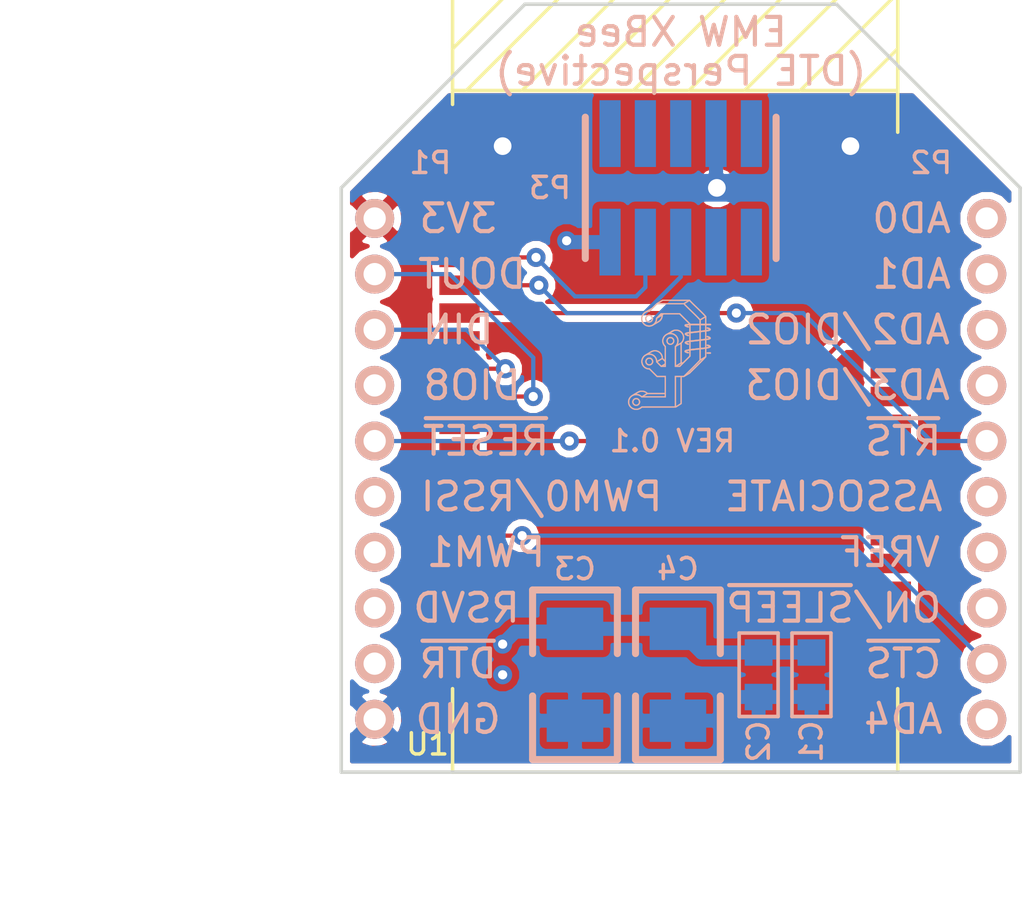
<source format=kicad_pcb>
(kicad_pcb (version 4) (host pcbnew 4.0.4-stable)

  (general
    (links 21)
    (no_connects 0)
    (area 86.770399 72.784099 123.463501 112.4036)
    (thickness 1.6002)
    (drawings 9)
    (tracks 59)
    (zones 0)
    (modules 9)
    (nets 59)
  )

  (page USLetter)
  (title_block
    (title "EMW3165 XBee Module")
    (date 2016-11-25)
    (rev 0.1)
    (company "Casco Logix, LLC")
  )

  (layers
    (0 Front signal hide)
    (31 Back signal hide)
    (32 B.Adhes user hide)
    (33 F.Adhes user hide)
    (34 B.Paste user hide)
    (35 F.Paste user hide)
    (36 B.SilkS user)
    (37 F.SilkS user)
    (38 B.Mask user)
    (39 F.Mask user)
    (40 Dwgs.User user)
    (41 Cmts.User user)
    (42 Eco1.User user)
    (43 Eco2.User user)
    (44 Edge.Cuts user)
  )

  (setup
    (last_trace_width 0.1524)
    (user_trace_width 0.2032)
    (user_trace_width 0.254)
    (user_trace_width 0.381)
    (user_trace_width 0.508)
    (user_trace_width 0.635)
    (user_trace_width 0.762)
    (user_trace_width 0.889)
    (user_trace_width 1.016)
    (trace_clearance 0.1524)
    (zone_clearance 0.25)
    (zone_45_only no)
    (trace_min 0.127)
    (segment_width 0.254)
    (edge_width 0.127)
    (via_size 0.6858)
    (via_drill 0.3302)
    (via_min_size 0.6858)
    (via_min_drill 0.3302)
    (uvia_size 0.508)
    (uvia_drill 0.127)
    (uvias_allowed no)
    (uvia_min_size 0.508)
    (uvia_min_drill 0.127)
    (pcb_text_width 0.3048)
    (pcb_text_size 1.524 2.032)
    (mod_edge_width 0.1524)
    (mod_text_size 0.762 0.762)
    (mod_text_width 0.127)
    (pad_size 0.76 2.4)
    (pad_drill 0)
    (pad_to_mask_clearance 0.254)
    (aux_axis_origin 99 105)
    (grid_origin 99 105)
    (visible_elements 7FFEFFFF)
    (pcbplotparams
      (layerselection 0x010fc_80000001)
      (usegerberextensions false)
      (excludeedgelayer true)
      (linewidth 0.150000)
      (plotframeref false)
      (viasonmask false)
      (mode 1)
      (useauxorigin true)
      (hpglpennumber 1)
      (hpglpenspeed 20)
      (hpglpendiameter 15)
      (hpglpenoverlay 2)
      (psnegative false)
      (psa4output false)
      (plotreference true)
      (plotvalue false)
      (plotinvisibletext false)
      (padsonsilk false)
      (subtractmaskfromsilk false)
      (outputformat 1)
      (mirror false)
      (drillshape 0)
      (scaleselection 1)
      (outputdirectory Z:/Engineering/Projects/XBee/EMW3165_XBee/Hardware/EDA/Gerbers/))
  )

  (net 0 "")
  (net 1 GND)
  (net 2 RESET)
  (net 3 "Net-(P1-Pad6)")
  (net 4 "Net-(P1-Pad8)")
  (net 5 "Net-(P1-Pad4)")
  (net 6 "Net-(P1-Pad7)")
  (net 7 "Net-(P1-Pad9)")
  (net 8 "Net-(U1-Pad1)")
  (net 9 "Net-(U1-Pad2)")
  (net 10 "Net-(U1-Pad3)")
  (net 11 "Net-(U1-Pad10)")
  (net 12 "Net-(U1-Pad11)")
  (net 13 "Net-(U1-Pad14)")
  (net 14 "Net-(U1-Pad15)")
  (net 15 "Net-(U1-Pad16)")
  (net 16 "Net-(U1-Pad17)")
  (net 17 "Net-(U1-Pad18)")
  (net 18 "Net-(U1-Pad19)")
  (net 19 "Net-(U1-Pad22)")
  (net 20 "Net-(U1-Pad23)")
  (net 21 "Net-(U1-Pad24)")
  (net 22 "Net-(U1-Pad28)")
  (net 23 "Net-(U1-Pad31)")
  (net 24 "Net-(U1-Pad32)")
  (net 25 "Net-(U1-Pad33)")
  (net 26 "Net-(U1-Pad34)")
  (net 27 "Net-(U1-Pad36)")
  (net 28 "Net-(U1-Pad37)")
  (net 29 "Net-(U1-Pad41)")
  (net 30 3.3V)
  (net 31 "Net-(P2-Pad20)")
  (net 32 "Net-(P2-Pad19)")
  (net 33 "Net-(P2-Pad18)")
  (net 34 "Net-(P2-Pad17)")
  (net 35 "Net-(P2-Pad15)")
  (net 36 "Net-(P2-Pad14)")
  (net 37 "Net-(P2-Pad13)")
  (net 38 "Net-(P2-Pad11)")
  (net 39 JTRST)
  (net 40 5V)
  (net 41 JTCK/SWCLK)
  (net 42 SWIM)
  (net 43 JTMS/SWDIO)
  (net 44 JTDO)
  (net 45 SWIM_RST)
  (net 46 JTDI)
  (net 47 FLASH_SPI1_MOSI)
  (net 48 FLASH_SPI1_NSS)
  (net 49 FLASH_SPI1_SCK)
  (net 50 FLASH_SPI1_MISO)
  (net 51 USART2_TX)
  (net 52 USART2_RTS)
  (net 53 USART2_RX)
  (net 54 USART1_RTS)
  (net 55 USART1_RX)
  (net 56 USART1_TX)
  (net 57 USART1_CTS)
  (net 58 USART2_CTS)

  (net_class Default "This is the default net class."
    (clearance 0.1524)
    (trace_width 0.1524)
    (via_dia 0.6858)
    (via_drill 0.3302)
    (uvia_dia 0.508)
    (uvia_drill 0.127)
    (add_net 3.3V)
    (add_net 5V)
    (add_net FLASH_SPI1_MISO)
    (add_net FLASH_SPI1_MOSI)
    (add_net FLASH_SPI1_NSS)
    (add_net FLASH_SPI1_SCK)
    (add_net JTCK/SWCLK)
    (add_net JTDI)
    (add_net JTDO)
    (add_net JTMS/SWDIO)
    (add_net JTRST)
    (add_net "Net-(P1-Pad4)")
    (add_net "Net-(P1-Pad6)")
    (add_net "Net-(P1-Pad7)")
    (add_net "Net-(P1-Pad8)")
    (add_net "Net-(P1-Pad9)")
    (add_net "Net-(P2-Pad11)")
    (add_net "Net-(P2-Pad13)")
    (add_net "Net-(P2-Pad14)")
    (add_net "Net-(P2-Pad15)")
    (add_net "Net-(P2-Pad17)")
    (add_net "Net-(P2-Pad18)")
    (add_net "Net-(P2-Pad19)")
    (add_net "Net-(P2-Pad20)")
    (add_net "Net-(U1-Pad1)")
    (add_net "Net-(U1-Pad10)")
    (add_net "Net-(U1-Pad11)")
    (add_net "Net-(U1-Pad14)")
    (add_net "Net-(U1-Pad15)")
    (add_net "Net-(U1-Pad16)")
    (add_net "Net-(U1-Pad17)")
    (add_net "Net-(U1-Pad18)")
    (add_net "Net-(U1-Pad19)")
    (add_net "Net-(U1-Pad2)")
    (add_net "Net-(U1-Pad22)")
    (add_net "Net-(U1-Pad23)")
    (add_net "Net-(U1-Pad24)")
    (add_net "Net-(U1-Pad28)")
    (add_net "Net-(U1-Pad3)")
    (add_net "Net-(U1-Pad31)")
    (add_net "Net-(U1-Pad32)")
    (add_net "Net-(U1-Pad33)")
    (add_net "Net-(U1-Pad34)")
    (add_net "Net-(U1-Pad36)")
    (add_net "Net-(U1-Pad37)")
    (add_net "Net-(U1-Pad41)")
    (add_net RESET)
    (add_net SWIM)
    (add_net SWIM_RST)
    (add_net USART1_CTS)
    (add_net USART1_RTS)
    (add_net USART1_RX)
    (add_net USART1_TX)
    (add_net USART2_CTS)
    (add_net USART2_RTS)
    (add_net USART2_RX)
    (add_net USART2_TX)
  )

  (net_class Power ""
    (clearance 0.1524)
    (trace_width 0.508)
    (via_dia 0.889)
    (via_drill 0.635)
    (uvia_dia 0.508)
    (uvia_drill 0.127)
    (add_net GND)
  )

  (module Header:HEADER_XBEE_P11_P20_ALT3 locked (layer Back) (tedit 584A03D3) (tstamp 5844D4DE)
    (at 122.2 93.1 180)
    (path /5844E39B)
    (fp_text reference P2 (at 2 10 180) (layer B.SilkS)
      (effects (font (size 0.762 0.762) (thickness 0.127)) (justify mirror))
    )
    (fp_text value "XBEE P11-P20" (at 11 -13 180) (layer B.SilkS) hide
      (effects (font (size 0.762 0.762) (thickness 0.127)) (justify mirror))
    )
    (fp_text user "" (at 10.5 12 180) (layer Cmts.User)
      (effects (font (size 1 1) (thickness 0.15)))
    )
    (fp_text user "" (at 11 14 180) (layer Cmts.User)
      (effects (font (size 1 1) (thickness 0.15)))
    )
    (fp_text user AD0 (at 2.7 8 180) (layer B.SilkS)
      (effects (font (size 1 1) (thickness 0.15)) (justify mirror))
    )
    (fp_text user AD1 (at 2.7 6 180) (layer B.SilkS)
      (effects (font (size 1 1) (thickness 0.15)) (justify mirror))
    )
    (fp_text user AD2/DIO2 (at 5 4 180) (layer B.SilkS)
      (effects (font (size 1 1) (thickness 0.15)) (justify mirror))
    )
    (fp_text user AD3/DIO3 (at 5 2 180) (layer B.SilkS)
      (effects (font (size 1 1) (thickness 0.15)) (justify mirror))
    )
    (fp_text user ~RTS (at 3 0 180) (layer B.SilkS)
      (effects (font (size 1 1) (thickness 0.15)) (justify mirror))
    )
    (fp_text user ASSOCIATE (at 5.5 -2 180) (layer B.SilkS)
      (effects (font (size 1 1) (thickness 0.15)) (justify mirror))
    )
    (fp_text user VREF (at 3.5 -4 180) (layer B.SilkS)
      (effects (font (size 1 1) (thickness 0.15)) (justify mirror))
    )
    (fp_text user ON/~SLEEP (at 5.5 -6 180) (layer B.SilkS)
      (effects (font (size 1 1) (thickness 0.15)) (justify mirror))
    )
    (fp_text user ~CTS (at 3 -8 180) (layer B.SilkS)
      (effects (font (size 1 1) (thickness 0.15)) (justify mirror))
    )
    (fp_text user AD4 (at 3 -10 180) (layer B.SilkS)
      (effects (font (size 1 1) (thickness 0.15)) (justify mirror))
    )
    (pad 20 thru_hole circle (at 0 8) (size 1.4 1.4) (drill 0.8) (layers *.Cu *.Mask B.SilkS)
      (net 31 "Net-(P2-Pad20)"))
    (pad 19 thru_hole circle (at 0 6) (size 1.4 1.4) (drill 0.8) (layers *.Cu *.Mask B.SilkS)
      (net 32 "Net-(P2-Pad19)"))
    (pad 18 thru_hole circle (at 0 4) (size 1.4 1.4) (drill 0.8) (layers *.Cu *.Mask B.SilkS)
      (net 33 "Net-(P2-Pad18)"))
    (pad 17 thru_hole circle (at 0 2) (size 1.4 1.4) (drill 0.8) (layers *.Cu *.Mask B.SilkS)
      (net 34 "Net-(P2-Pad17)"))
    (pad 16 thru_hole circle (at 0 0) (size 1.4 1.4) (drill 0.8) (layers *.Cu *.Mask B.SilkS)
      (net 54 USART1_RTS))
    (pad 15 thru_hole circle (at 0 -2) (size 1.4 1.4) (drill 0.8) (layers *.Cu *.Mask B.SilkS)
      (net 35 "Net-(P2-Pad15)"))
    (pad 14 thru_hole circle (at 0 -4) (size 1.4 1.4) (drill 0.8) (layers *.Cu *.Mask B.SilkS)
      (net 36 "Net-(P2-Pad14)"))
    (pad 13 thru_hole circle (at 0 -6) (size 1.4 1.4) (drill 0.8) (layers *.Cu *.Mask B.SilkS)
      (net 37 "Net-(P2-Pad13)"))
    (pad 12 thru_hole circle (at 0 -8) (size 1.4 1.4) (drill 0.8) (layers *.Cu *.Mask B.SilkS)
      (net 57 USART1_CTS))
    (pad 11 thru_hole circle (at 0 -10) (size 1.4 1.4) (drill 0.8) (layers *.Cu *.Mask B.SilkS)
      (net 38 "Net-(P2-Pad11)"))
    (model C:/Engineering/KiCAD_Libraries/3D/Headers/VRML/HEADER_M_2.00MM_1R10P_ST_AU_PTH.wrl
      (at (xyz 0 -0.03937 0))
      (scale (xyz 1 1 1))
      (rotate (xyz 0 0 90))
    )
  )

  (module Header:HEADER_XBEE_P1_P10_ALT3 locked (layer Back) (tedit 584A03D8) (tstamp 5844D4F5)
    (at 111.2 93.1 180)
    (path /5844E376)
    (fp_text reference P1 (at 9 10 180) (layer B.SilkS)
      (effects (font (size 0.762 0.762) (thickness 0.127)) (justify mirror))
    )
    (fp_text value "XBEE P1-P10" (at 0 -13 180) (layer B.SilkS) hide
      (effects (font (size 0.762 0.762) (thickness 0.127)) (justify mirror))
    )
    (fp_text user "" (at 0 -13 180) (layer Cmts.User)
      (effects (font (size 1 1) (thickness 0.15)))
    )
    (fp_text user "This is the first half" (at 0 10 180) (layer Cmts.User)
      (effects (font (size 1 1) (thickness 0.15)))
    )
    (fp_text user "(DTE Perspective)" (at 0 13.3 180) (layer B.SilkS)
      (effects (font (size 1 1) (thickness 0.15)) (justify mirror))
    )
    (fp_text user 3V3 (at 8 8 180) (layer B.SilkS)
      (effects (font (size 1 1) (thickness 0.15)) (justify mirror))
    )
    (fp_text user "EMW XBee" (at 0 14.7 180) (layer B.SilkS)
      (effects (font (size 1 1) (thickness 0.15)) (justify mirror))
    )
    (fp_text user DOUT (at 7.5 6 180) (layer B.SilkS)
      (effects (font (size 1 1) (thickness 0.15)) (justify mirror))
    )
    (fp_text user DIN (at 8 4 180) (layer B.SilkS)
      (effects (font (size 1 1) (thickness 0.15)) (justify mirror))
    )
    (fp_text user DIO8 (at 7.5 2 180) (layer B.SilkS)
      (effects (font (size 1 1) (thickness 0.15)) (justify mirror))
    )
    (fp_text user ~RESET (at 7 0 180) (layer B.SilkS)
      (effects (font (size 1 1) (thickness 0.15)) (justify mirror))
    )
    (fp_text user PWM0/RSSI (at 5 -2 180) (layer B.SilkS)
      (effects (font (size 1 1) (thickness 0.15)) (justify mirror))
    )
    (fp_text user PWM1 (at 7 -4 180) (layer B.SilkS)
      (effects (font (size 1 1) (thickness 0.15)) (justify mirror))
    )
    (fp_text user RSVD (at 7.7 -6 180) (layer B.SilkS)
      (effects (font (size 1 1) (thickness 0.15)) (justify mirror))
    )
    (fp_text user ~DTR (at 8 -8 180) (layer B.SilkS)
      (effects (font (size 1 1) (thickness 0.15)) (justify mirror))
    )
    (fp_text user GND (at 8 -10 180) (layer B.SilkS)
      (effects (font (size 1 1) (thickness 0.15)) (justify mirror))
    )
    (pad 10 thru_hole circle (at 11 -10) (size 1.4 1.4) (drill 0.8) (layers *.Cu *.Mask B.SilkS)
      (net 1 GND))
    (pad 9 thru_hole circle (at 11 -8) (size 1.4 1.4) (drill 0.8) (layers *.Cu *.Mask B.SilkS)
      (net 7 "Net-(P1-Pad9)"))
    (pad 8 thru_hole circle (at 11 -6) (size 1.4 1.4) (drill 0.8) (layers *.Cu *.Mask B.SilkS)
      (net 4 "Net-(P1-Pad8)"))
    (pad 7 thru_hole circle (at 11 -4) (size 1.4 1.4) (drill 0.8) (layers *.Cu *.Mask B.SilkS)
      (net 6 "Net-(P1-Pad7)"))
    (pad 6 thru_hole circle (at 11 -2) (size 1.4 1.4) (drill 0.8) (layers *.Cu *.Mask B.SilkS)
      (net 3 "Net-(P1-Pad6)"))
    (pad 5 thru_hole circle (at 11 0) (size 1.4 1.4) (drill 0.8) (layers *.Cu *.Mask B.SilkS)
      (net 2 RESET))
    (pad 4 thru_hole circle (at 11 2) (size 1.4 1.4) (drill 0.8) (layers *.Cu *.Mask B.SilkS)
      (net 5 "Net-(P1-Pad4)"))
    (pad 3 thru_hole circle (at 11 4) (size 1.4 1.4) (drill 0.8) (layers *.Cu *.Mask B.SilkS)
      (net 55 USART1_RX))
    (pad 2 thru_hole circle (at 11 6) (size 1.4 1.4) (drill 0.8) (layers *.Cu *.Mask B.SilkS)
      (net 56 USART1_TX))
    (pad 1 thru_hole circle (at 11 8) (size 1.4 1.4) (drill 0.8) (layers *.Cu *.Mask B.SilkS)
      (net 30 3.3V))
    (model C:/Engineering/KiCAD_Libraries/3D/Headers/VRML/HEADER_M_2.00MM_1R10P_ST_AU_PTH.wrl
      (at (xyz 0.433 -0.03937 0))
      (scale (xyz 1 1 1))
      (rotate (xyz 0 0 90))
    )
  )

  (module RF_Modules:EMW3165_SMT locked (layer Front) (tedit 584A056A) (tstamp 57184DFF)
    (at 111 89)
    (tags EMW3165)
    (path /57183A2B)
    (attr smd)
    (fp_text reference U1 (at -8.9 15) (layer F.SilkS)
      (effects (font (size 0.762 0.762) (thickness 0.127)))
    )
    (fp_text value EMW3165 (at 0 17.5) (layer F.Fab)
      (effects (font (size 0.762 0.762) (thickness 0.127)))
    )
    (fp_line (start 6.5 -8.5) (end 8 -10) (layer F.SilkS) (width 0.127))
    (fp_line (start 4.5 -8.5) (end 8 -12) (layer F.SilkS) (width 0.127))
    (fp_line (start 2.5 -8.5) (end 8 -14) (layer F.SilkS) (width 0.127))
    (fp_line (start 0.5 -8.5) (end 8 -16) (layer F.SilkS) (width 0.127))
    (fp_line (start -1.5 -8.5) (end 6 -16) (layer F.SilkS) (width 0.127))
    (fp_line (start -3.5 -8.5) (end 4 -16) (layer F.SilkS) (width 0.127))
    (fp_line (start -5.5 -8.5) (end 2 -16) (layer F.SilkS) (width 0.127))
    (fp_line (start -7.5 -8.5) (end 0 -16) (layer F.SilkS) (width 0.127))
    (fp_line (start -8 -10) (end -2 -16) (layer F.SilkS) (width 0.127))
    (fp_line (start -8 -12) (end -4 -16) (layer F.SilkS) (width 0.127))
    (fp_line (start -8 -14) (end -6 -16) (layer F.SilkS) (width 0.127))
    (fp_line (start -8 -8.5) (end 8 -8.5) (layer F.SilkS) (width 0.127))
    (fp_line (start 8 -16) (end 8 -7) (layer F.SilkS) (width 0.127))
    (fp_line (start -8 -16) (end -8 -8) (layer F.SilkS) (width 0.127))
    (fp_line (start 8 16) (end 8 13) (layer F.SilkS) (width 0.127))
    (fp_line (start -8 16) (end -8 13) (layer F.SilkS) (width 0.127))
    (fp_line (start -8 16) (end 8 16) (layer F.SilkS) (width 0.127))
    (fp_line (start -8 -16) (end 8 -16) (layer F.SilkS) (width 0.127))
    (pad 1 smd rect (at 8 12.5) (size 1.45 0.7) (drill (offset -0.25 0)) (layers Front F.Paste F.Mask)
      (net 8 "Net-(U1-Pad1)"))
    (pad 2 smd rect (at 8 11.5) (size 1.45 0.7) (drill (offset -0.25 0)) (layers Front F.Paste F.Mask)
      (net 9 "Net-(U1-Pad2)"))
    (pad 3 smd rect (at 8 10.5) (size 1.45 0.7) (drill (offset -0.25 0)) (layers Front F.Paste F.Mask)
      (net 10 "Net-(U1-Pad3)"))
    (pad 4 smd rect (at 8 9.5) (size 1.45 0.7) (drill (offset -0.25 0)) (layers Front F.Paste F.Mask)
      (net 47 FLASH_SPI1_MOSI))
    (pad 5 smd rect (at 8 8.5) (size 1.45 0.7) (drill (offset -0.25 0)) (layers Front F.Paste F.Mask)
      (net 48 FLASH_SPI1_NSS))
    (pad 6 smd rect (at 8 7.5) (size 1.45 0.7) (drill (offset -0.25 0)) (layers Front F.Paste F.Mask)
      (net 49 FLASH_SPI1_SCK))
    (pad 7 smd rect (at 8 6.5) (size 1.45 0.7) (drill (offset -0.25 0)) (layers Front F.Paste F.Mask)
      (net 50 FLASH_SPI1_MISO))
    (pad 8 smd rect (at 8 5.5) (size 1.45 0.7) (drill (offset -0.25 0)) (layers Front F.Paste F.Mask)
      (net 51 USART2_TX))
    (pad 9 smd rect (at 8 4.5) (size 1.45 0.7) (drill (offset -0.25 0)) (layers Front F.Paste F.Mask)
      (net 52 USART2_RTS))
    (pad 10 smd rect (at 8 3.5) (size 1.45 0.7) (drill (offset -0.25 0)) (layers Front F.Paste F.Mask)
      (net 11 "Net-(U1-Pad10)"))
    (pad 11 smd rect (at 8 2.5) (size 1.45 0.7) (drill (offset -0.25 0)) (layers Front F.Paste F.Mask)
      (net 12 "Net-(U1-Pad11)"))
    (pad 12 smd rect (at 8 1.5) (size 1.45 0.7) (drill (offset -0.25 0)) (layers Front F.Paste F.Mask)
      (net 53 USART2_RX))
    (pad 13 smd rect (at 8 0.5) (size 1.45 0.7) (drill (offset -0.25 0)) (layers Front F.Paste F.Mask)
      (net 2 RESET))
    (pad 14 smd rect (at 8 -0.5) (size 1.45 0.7) (drill (offset -0.25 0)) (layers Front F.Paste F.Mask)
      (net 13 "Net-(U1-Pad14)"))
    (pad 15 smd rect (at 8 -1.5) (size 1.45 0.7) (drill (offset -0.25 0)) (layers Front F.Paste F.Mask)
      (net 14 "Net-(U1-Pad15)"))
    (pad 16 smd rect (at 8 -2.5) (size 1.45 0.7) (drill (offset -0.25 0)) (layers Front F.Paste F.Mask)
      (net 15 "Net-(U1-Pad16)"))
    (pad 17 smd rect (at 8 -3.5) (size 1.45 0.7) (drill (offset -0.25 0)) (layers Front F.Paste F.Mask)
      (net 16 "Net-(U1-Pad17)"))
    (pad 18 smd rect (at 8 -4.5) (size 1.45 0.7) (drill (offset -0.25 0)) (layers Front F.Paste F.Mask)
      (net 17 "Net-(U1-Pad18)"))
    (pad 19 smd rect (at 8 -5.5) (size 1.45 0.7) (drill (offset -0.25 0)) (layers Front F.Paste F.Mask)
      (net 18 "Net-(U1-Pad19)"))
    (pad 20 smd rect (at 8 -6.5) (size 1.45 0.7) (drill (offset -0.25 0)) (layers Front F.Paste F.Mask)
      (net 1 GND))
    (pad 21 smd rect (at -8 -6.5) (size 1.45 0.7) (drill (offset 0.25 0)) (layers Front F.Paste F.Mask)
      (net 1 GND))
    (pad 22 smd rect (at -8 -5.5) (size 1.45 0.7) (drill (offset 0.25 0)) (layers Front F.Paste F.Mask)
      (net 19 "Net-(U1-Pad22)"))
    (pad 23 smd rect (at -8 -4.5) (size 1.45 0.7) (drill (offset 0.25 0)) (layers Front F.Paste F.Mask)
      (net 20 "Net-(U1-Pad23)"))
    (pad 24 smd rect (at -8 -3.5) (size 1.45 0.7) (drill (offset 0.25 0)) (layers Front F.Paste F.Mask)
      (net 21 "Net-(U1-Pad24)"))
    (pad 25 smd rect (at -8 -2.5) (size 1.45 0.7) (drill (offset 0.25 0)) (layers Front F.Paste F.Mask)
      (net 41 JTCK/SWCLK))
    (pad 26 smd rect (at -8 -1.5) (size 1.45 0.7) (drill (offset 0.25 0)) (layers Front F.Paste F.Mask)
      (net 43 JTMS/SWDIO))
    (pad 27 smd rect (at -8 -0.5) (size 1.45 0.7) (drill (offset 0.25 0)) (layers Front F.Paste F.Mask)
      (net 54 USART1_RTS))
    (pad 28 smd rect (at -8 0.5) (size 1.45 0.7) (drill (offset 0.25 0)) (layers Front F.Paste F.Mask)
      (net 22 "Net-(U1-Pad28)"))
    (pad 29 smd rect (at -8 1.5) (size 1.45 0.7) (drill (offset 0.25 0)) (layers Front F.Paste F.Mask)
      (net 55 USART1_RX))
    (pad 30 smd rect (at -8 2.5) (size 1.45 0.7) (drill (offset 0.25 0)) (layers Front F.Paste F.Mask)
      (net 56 USART1_TX))
    (pad 31 smd rect (at -8 3.5) (size 1.45 0.7) (drill (offset 0.25 0)) (layers Front F.Paste F.Mask)
      (net 23 "Net-(U1-Pad31)"))
    (pad 32 smd rect (at -8 4.5) (size 1.45 0.7) (drill (offset 0.25 0)) (layers Front F.Paste F.Mask)
      (net 24 "Net-(U1-Pad32)"))
    (pad 33 smd rect (at -8 5.5) (size 1.45 0.7) (drill (offset 0.25 0)) (layers Front F.Paste F.Mask)
      (net 25 "Net-(U1-Pad33)"))
    (pad 34 smd rect (at -8 6.5) (size 1.45 0.7) (drill (offset 0.25 0)) (layers Front F.Paste F.Mask)
      (net 26 "Net-(U1-Pad34)"))
    (pad 35 smd rect (at -8 7.5) (size 1.45 0.7) (drill (offset 0.25 0)) (layers Front F.Paste F.Mask)
      (net 57 USART1_CTS))
    (pad 36 smd rect (at -8 8.5) (size 1.45 0.7) (drill (offset 0.25 0)) (layers Front F.Paste F.Mask)
      (net 27 "Net-(U1-Pad36)"))
    (pad 37 smd rect (at -8 9.5) (size 1.45 0.7) (drill (offset 0.25 0)) (layers Front F.Paste F.Mask)
      (net 28 "Net-(U1-Pad37)"))
    (pad 38 smd rect (at -8 10.5) (size 1.45 0.7) (drill (offset 0.25 0)) (layers Front F.Paste F.Mask)
      (net 58 USART2_CTS))
    (pad 39 smd rect (at -8 11.5) (size 1.45 0.7) (drill (offset 0.25 0)) (layers Front F.Paste F.Mask)
      (net 30 3.3V))
    (pad 40 smd rect (at -8 12.5) (size 1.45 0.7) (drill (offset 0.25 0)) (layers Front F.Paste F.Mask)
      (net 30 3.3V))
    (pad 41 smd rect (at -8 -7.5) (size 1.45 0.7) (drill (offset 0.25 0)) (layers Front F.Paste F.Mask)
      (net 29 "Net-(U1-Pad41)"))
  )

  (module Passive:0603 (layer Back) (tedit 5844DFA3) (tstamp 5844D60C)
    (at 115.9 101.5 270)
    (path /5844DCF2)
    (attr smd)
    (fp_text reference C1 (at 2.4 0 270) (layer B.SilkS)
      (effects (font (size 0.762 0.762) (thickness 0.127)) (justify mirror))
    )
    (fp_text value 0.1uF (at 0 -1.524 270) (layer B.Fab)
      (effects (font (size 0.762 0.762) (thickness 0.127)) (justify mirror))
    )
    (fp_line (start -1.5 0.7) (end -1.5 -0.7) (layer B.SilkS) (width 0.13))
    (fp_line (start -1.5 -0.7) (end 1.5 -0.7) (layer B.SilkS) (width 0.13))
    (fp_line (start 1.5 -0.7) (end 1.5 0.7) (layer B.SilkS) (width 0.13))
    (fp_line (start 1.5 0.7) (end -1.5 0.7) (layer B.SilkS) (width 0.13))
    (pad 1 smd rect (at -0.8 0 270) (size 0.95 1) (layers Back B.Paste B.Mask)
      (net 30 3.3V))
    (pad 2 smd rect (at 0.8 0 270) (size 0.95 1) (layers Back B.Paste B.Mask)
      (net 1 GND))
    (model C:/Engineering/KiCAD_Libraries/3D/Discrete/Passive/Resistors/VRML/R0603.wrl
      (at (xyz 0 0 0.005))
      (scale (xyz 1 1 1))
      (rotate (xyz 0 0 0))
    )
  )

  (module Passive:0603 (layer Back) (tedit 5844DF98) (tstamp 5844D612)
    (at 114 101.5 270)
    (path /5844DCCC)
    (attr smd)
    (fp_text reference C2 (at 2.4 0 270) (layer B.SilkS)
      (effects (font (size 0.762 0.762) (thickness 0.127)) (justify mirror))
    )
    (fp_text value 1uF (at 0 -1.524 270) (layer B.Fab)
      (effects (font (size 0.762 0.762) (thickness 0.127)) (justify mirror))
    )
    (fp_line (start -1.5 0.7) (end -1.5 -0.7) (layer B.SilkS) (width 0.13))
    (fp_line (start -1.5 -0.7) (end 1.5 -0.7) (layer B.SilkS) (width 0.13))
    (fp_line (start 1.5 -0.7) (end 1.5 0.7) (layer B.SilkS) (width 0.13))
    (fp_line (start 1.5 0.7) (end -1.5 0.7) (layer B.SilkS) (width 0.13))
    (pad 1 smd rect (at -0.8 0 270) (size 0.95 1) (layers Back B.Paste B.Mask)
      (net 30 3.3V))
    (pad 2 smd rect (at 0.8 0 270) (size 0.95 1) (layers Back B.Paste B.Mask)
      (net 1 GND))
    (model C:/Engineering/KiCAD_Libraries/3D/Discrete/Passive/Resistors/VRML/R0603.wrl
      (at (xyz 0 0 0.005))
      (scale (xyz 1 1 1))
      (rotate (xyz 0 0 0))
    )
  )

  (module Passive:1206 (layer Back) (tedit 5844DFD8) (tstamp 5844D618)
    (at 107.4 101.5 270)
    (path /5844DCA9)
    (attr smd)
    (fp_text reference C3 (at -3.8 0 360) (layer B.SilkS)
      (effects (font (size 0.762 0.762) (thickness 0.127)) (justify mirror))
    )
    (fp_text value 47uF (at 0 -2.54 270) (layer B.SilkS) hide
      (effects (font (size 0.762 0.762) (thickness 0.127)) (justify mirror))
    )
    (fp_line (start -0.762 -1.524) (end -3.048 -1.524) (layer B.SilkS) (width 0.254))
    (fp_line (start -3.048 -1.524) (end -3.048 1.524) (layer B.SilkS) (width 0.254))
    (fp_line (start -3.048 1.524) (end -0.762 1.524) (layer B.SilkS) (width 0.254))
    (fp_line (start 0.762 1.524) (end 3.048 1.524) (layer B.SilkS) (width 0.254))
    (fp_line (start 3.048 1.524) (end 3.048 -1.524) (layer B.SilkS) (width 0.254))
    (fp_line (start 3.048 -1.524) (end 0.762 -1.524) (layer B.SilkS) (width 0.254))
    (pad 1 smd rect (at -1.651 0 270) (size 1.524 2.032) (layers Back B.Paste B.Mask)
      (net 30 3.3V))
    (pad 2 smd rect (at 1.651 0 270) (size 1.524 2.032) (layers Back B.Paste B.Mask)
      (net 1 GND))
    (model smd/chip_cms.wrl
      (at (xyz 0 0 0))
      (scale (xyz 0.17 0.16 0.16))
      (rotate (xyz 0 0 0))
    )
  )

  (module Passive:1206 (layer Back) (tedit 5844DFDD) (tstamp 5844D61E)
    (at 111.1 101.5 270)
    (path /5844DBF2)
    (attr smd)
    (fp_text reference C4 (at -3.8 0 360) (layer B.SilkS)
      (effects (font (size 0.762 0.762) (thickness 0.127)) (justify mirror))
    )
    (fp_text value 47uF (at 0 -2.54 270) (layer B.SilkS) hide
      (effects (font (size 0.762 0.762) (thickness 0.127)) (justify mirror))
    )
    (fp_line (start -0.762 -1.524) (end -3.048 -1.524) (layer B.SilkS) (width 0.254))
    (fp_line (start -3.048 -1.524) (end -3.048 1.524) (layer B.SilkS) (width 0.254))
    (fp_line (start -3.048 1.524) (end -0.762 1.524) (layer B.SilkS) (width 0.254))
    (fp_line (start 0.762 1.524) (end 3.048 1.524) (layer B.SilkS) (width 0.254))
    (fp_line (start 3.048 1.524) (end 3.048 -1.524) (layer B.SilkS) (width 0.254))
    (fp_line (start 3.048 -1.524) (end 0.762 -1.524) (layer B.SilkS) (width 0.254))
    (pad 1 smd rect (at -1.651 0 270) (size 1.524 2.032) (layers Back B.Paste B.Mask)
      (net 30 3.3V))
    (pad 2 smd rect (at 1.651 0 270) (size 1.524 2.032) (layers Back B.Paste B.Mask)
      (net 1 GND))
    (model smd/chip_cms.wrl
      (at (xyz 0 0 0))
      (scale (xyz 0.17 0.16 0.16))
      (rotate (xyz 0 0 0))
    )
  )

  (module Header:HEADER_M_1.27MM_2R10P_ST_AU_SMT (layer Back) (tedit 57CCAEEA) (tstamp 5844D62C)
    (at 111.2 84)
    (tags Header)
    (path /5844A2B4)
    (fp_text reference P3 (at -4.699 0) (layer B.SilkS)
      (effects (font (size 0.762 0.762) (thickness 0.127)) (justify mirror))
    )
    (fp_text value JTAG (at 4.445 0 270) (layer B.Fab) hide
      (effects (font (size 0.762 0.762) (thickness 0.127)) (justify mirror))
    )
    (fp_line (start 3.429 2.54) (end 3.429 -2.54) (layer B.SilkS) (width 0.254))
    (fp_line (start -3.429 -2.54) (end -3.429 2.54) (layer B.SilkS) (width 0.254))
    (pad 1 smd rect (at -2.54 -1.95) (size 0.76 2.4) (layers Back B.Paste B.Mask)
      (net 39 JTRST))
    (pad 2 smd rect (at -2.54 1.95) (size 0.76 2.4) (layers Back B.Paste B.Mask)
      (net 30 3.3V))
    (pad 3 smd rect (at -1.27 -1.95) (size 0.76 2.4) (layers Back B.Paste B.Mask)
      (net 40 5V))
    (pad 4 smd rect (at -1.27 1.95) (size 0.76 2.4) (layers Back B.Paste B.Mask)
      (net 41 JTCK/SWCLK))
    (pad 5 smd rect (at 0 -1.95) (size 0.76 2.4) (layers Back B.Paste B.Mask)
      (net 42 SWIM))
    (pad 6 smd rect (at 0 1.95) (size 0.76 2.4) (layers Back B.Paste B.Mask)
      (net 43 JTMS/SWDIO))
    (pad 7 smd rect (at 1.27 -1.95) (size 0.76 2.4) (layers Back B.Paste B.Mask)
      (net 1 GND))
    (pad 8 smd rect (at 1.27 1.95) (size 0.76 2.4) (layers Back B.Paste B.Mask)
      (net 44 JTDO))
    (pad 9 smd rect (at 2.54 -1.95) (size 0.76 2.4) (layers Back B.Paste B.Mask)
      (net 45 SWIM_RST))
    (pad 10 smd rect (at 2.54 1.95) (size 0.76 2.4) (layers Back B.Paste B.Mask)
      (net 46 JTDI))
    (model C:/Engineering/KiCAD_Libraries/3D/Headers/VRML/HEADER_M_1.27MM_2R10P_ST_AU_SMT.wrl
      (at (xyz 0 0 0))
      (scale (xyz 1 1 1))
      (rotate (xyz 0 0 0))
    )
  )

  (module Logo:Casco_Logix_Logo_4x4MM (layer Back) (tedit 0) (tstamp 584A132A)
    (at 110.8 90 180)
    (fp_text reference G*** (at 0 0 180) (layer B.SilkS) hide
      (effects (font (thickness 0.3)) (justify mirror))
    )
    (fp_text value LOGO (at 0.75 0 180) (layer B.SilkS) hide
      (effects (font (thickness 0.3)) (justify mirror))
    )
    (fp_poly (pts (xy 0.189827 1.978319) (xy 0.202378 1.9783) (xy 0.213346 1.978264) (xy 0.222838 1.97821)
      (xy 0.230958 1.978139) (xy 0.237813 1.97805) (xy 0.243508 1.977942) (xy 0.24815 1.977815)
      (xy 0.251843 1.97767) (xy 0.254694 1.977505) (xy 0.256808 1.977321) (xy 0.258292 1.977117)
      (xy 0.25925 1.976893) (xy 0.259511 1.976797) (xy 0.261414 1.975792) (xy 0.265491 1.97349)
      (xy 0.27156 1.969999) (xy 0.279435 1.965427) (xy 0.288933 1.959881) (xy 0.299869 1.95347)
      (xy 0.31206 1.946301) (xy 0.325321 1.938482) (xy 0.339469 1.930121) (xy 0.354318 1.921326)
      (xy 0.362975 1.91619) (xy 0.378045 1.907254) (xy 0.39245 1.898733) (xy 0.406013 1.890731)
      (xy 0.418557 1.88335) (xy 0.429908 1.876694) (xy 0.439888 1.870866) (xy 0.44832 1.865968)
      (xy 0.45503 1.862103) (xy 0.45984 1.859376) (xy 0.462574 1.857888) (xy 0.463146 1.857633)
      (xy 0.464323 1.856684) (xy 0.467298 1.853928) (xy 0.47193 1.849503) (xy 0.47808 1.843548)
      (xy 0.485605 1.8362) (xy 0.494366 1.827597) (xy 0.504223 1.817878) (xy 0.515034 1.80718)
      (xy 0.526659 1.795642) (xy 0.538957 1.783402) (xy 0.551249 1.771136) (xy 0.564064 1.75835)
      (xy 0.576344 1.746134) (xy 0.587948 1.734627) (xy 0.598734 1.723966) (xy 0.608563 1.71429)
      (xy 0.617293 1.705737) (xy 0.624784 1.698444) (xy 0.630893 1.69255) (xy 0.635481 1.688192)
      (xy 0.638407 1.68551) (xy 0.639521 1.684638) (xy 0.641463 1.684241) (xy 0.644662 1.683011)
      (xy 0.649219 1.680893) (xy 0.655235 1.677829) (xy 0.662811 1.673764) (xy 0.672047 1.668641)
      (xy 0.683045 1.662403) (xy 0.695905 1.654994) (xy 0.710728 1.646358) (xy 0.727615 1.636438)
      (xy 0.746667 1.625177) (xy 0.762 1.616078) (xy 0.777335 1.606964) (xy 0.792377 1.598025)
      (xy 0.806901 1.589394) (xy 0.820684 1.581203) (xy 0.8335 1.573586) (xy 0.845126 1.566677)
      (xy 0.855338 1.560608) (xy 0.863911 1.555513) (xy 0.870622 1.551525) (xy 0.875245 1.548778)
      (xy 0.875957 1.548355) (xy 0.89235 1.538145) (xy 0.906754 1.528116) (xy 0.919841 1.517772)
      (xy 0.932144 1.506745) (xy 0.951467 1.486561) (xy 0.968537 1.464918) (xy 0.983311 1.441985)
      (xy 0.995746 1.417933) (xy 1.005801 1.392931) (xy 1.013433 1.367149) (xy 1.018599 1.340757)
      (xy 1.021257 1.313923) (xy 1.021364 1.286819) (xy 1.018878 1.259613) (xy 1.013757 1.232475)
      (xy 1.006849 1.208217) (xy 0.99691 1.182554) (xy 0.984623 1.158171) (xy 0.970135 1.135202)
      (xy 0.953593 1.113781) (xy 0.935145 1.094044) (xy 0.914939 1.076124) (xy 0.893121 1.060156)
      (xy 0.86984 1.046274) (xy 0.845242 1.034614) (xy 0.819476 1.02531) (xy 0.80086 1.020279)
      (xy 0.77633 1.015789) (xy 0.750844 1.013468) (xy 0.724979 1.013303) (xy 0.69931 1.015281)
      (xy 0.674414 1.019388) (xy 0.657385 1.023629) (xy 0.64129 1.028669) (xy 0.62638 1.034263)
      (xy 0.611909 1.040751) (xy 0.59713 1.048473) (xy 0.581295 1.057767) (xy 0.578708 1.059364)
      (xy 0.575372 1.061401) (xy 0.569881 1.064711) (xy 0.562445 1.069168) (xy 0.553274 1.074648)
      (xy 0.542577 1.081027) (xy 0.530564 1.088178) (xy 0.517443 1.095978) (xy 0.503425 1.104302)
      (xy 0.488719 1.113025) (xy 0.473535 1.122023) (xy 0.468184 1.125191) (xy 0.452911 1.134256)
      (xy 0.438075 1.14311) (xy 0.423883 1.151625) (xy 0.41054 1.159676) (xy 0.398253 1.167137)
      (xy 0.387228 1.173882) (xy 0.377672 1.179785) (xy 0.369792 1.184721) (xy 0.363793 1.188562)
      (xy 0.359881 1.191183) (xy 0.359033 1.191798) (xy 0.337931 1.20939) (xy 0.318732 1.22889)
      (xy 0.301537 1.250132) (xy 0.286452 1.27295) (xy 0.273579 1.297176) (xy 0.263022 1.322645)
      (xy 0.254885 1.349189) (xy 0.251267 1.365253) (xy 0.249711 1.374291) (xy 0.248289 1.384558)
      (xy 0.247356 1.392859) (xy 0.287316 1.392859) (xy 0.28771 1.389088) (xy 0.28851 1.383737)
      (xy 0.289621 1.377355) (xy 0.290947 1.370492) (xy 0.292391 1.363697) (xy 0.293858 1.35752)
      (xy 0.293926 1.357251) (xy 0.30137 1.333644) (xy 0.311344 1.310747) (xy 0.323667 1.288828)
      (xy 0.338158 1.268156) (xy 0.354638 1.248999) (xy 0.372925 1.231626) (xy 0.384752 1.222123)
      (xy 0.387243 1.220422) (xy 0.391627 1.217614) (xy 0.397597 1.213882) (xy 0.404844 1.209412)
      (xy 0.413062 1.204389) (xy 0.421942 1.198997) (xy 0.431177 1.193421) (xy 0.440459 1.187847)
      (xy 0.449481 1.182458) (xy 0.457935 1.177441) (xy 0.465513 1.172979) (xy 0.471908 1.169258)
      (xy 0.476811 1.166462) (xy 0.479916 1.164778) (xy 0.480884 1.164353) (xy 0.481913 1.164773)
      (xy 0.481914 1.164784) (xy 0.481363 1.166155) (xy 0.479874 1.169463) (xy 0.477694 1.174169)
      (xy 0.475784 1.178226) (xy 0.468865 1.194554) (xy 0.462717 1.212466) (xy 0.457502 1.231263)
      (xy 0.453385 1.250247) (xy 0.450529 1.268722) (xy 0.449099 1.28599) (xy 0.448962 1.292541)
      (xy 0.448962 1.299687) (xy 0.368527 1.347426) (xy 0.354969 1.355458) (xy 0.34211 1.363046)
      (xy 0.330142 1.370079) (xy 0.31926 1.376444) (xy 0.309657 1.382029) (xy 0.301525 1.386722)
      (xy 0.295058 1.390411) (xy 0.29045 1.392984) (xy 0.287893 1.394328) (xy 0.287425 1.394499)
      (xy 0.287316 1.392859) (xy 0.247356 1.392859) (xy 0.247098 1.395153) (xy 0.246236 1.405178)
      (xy 0.245798 1.413733) (xy 0.245763 1.416245) (xy 0.245762 1.423134) (xy 0.23098 1.43787)
      (xy 0.216199 1.452606) (xy -0.070044 1.452534) (xy -0.356286 1.452461) (xy -0.698746 1.111305)
      (xy -0.67041 1.10961) (xy -0.651158 1.108243) (xy -0.632896 1.106521) (xy -0.616033 1.104495)
      (xy -0.60098 1.102216) (xy -0.588147 1.099736) (xy -0.585045 1.099021) (xy -0.570645 1.094784)
      (xy -0.558817 1.089604) (xy -0.54955 1.083471) (xy -0.542833 1.076375) (xy -0.538657 1.068306)
      (xy -0.537011 1.059255) (xy -0.537094 1.054834) (xy -0.538637 1.04612) (xy -0.54207 1.038498)
      (xy -0.547751 1.031243) (xy -0.54956 1.029405) (xy -0.556294 1.023624) (xy -0.564649 1.017949)
      (xy -0.574818 1.012287) (xy -0.58699 1.006545) (xy -0.601358 1.000631) (xy -0.618112 0.994454)
      (xy -0.631567 0.989856) (xy -0.642326 0.986301) (xy -0.65085 0.983565) (xy -0.657501 0.981573)
      (xy -0.662637 0.980246) (xy -0.666621 0.979507) (xy -0.669813 0.979281) (xy -0.672574 0.979488)
      (xy -0.675265 0.980054) (xy -0.676246 0.980319) (xy -0.682782 0.98347) (xy -0.68821 0.988597)
      (xy -0.692121 0.995049) (xy -0.694108 1.002176) (xy -0.693942 1.008476) (xy -0.691645 1.014648)
      (xy -0.687539 1.020389) (xy -0.682385 1.024736) (xy -0.680176 1.025878) (xy -0.676985 1.027076)
      (xy -0.671781 1.028874) (xy -0.665173 1.031066) (xy -0.657775 1.033448) (xy -0.654221 1.034567)
      (xy -0.645612 1.037342) (xy -0.636504 1.040413) (xy -0.627868 1.043446) (xy -0.620674 1.046106)
      (xy -0.619338 1.046625) (xy -0.613199 1.049092) (xy -0.609345 1.050813) (xy -0.607478 1.051968)
      (xy -0.607298 1.052738) (xy -0.608354 1.053258) (xy -0.612045 1.054068) (xy -0.618021 1.054992)
      (xy -0.625828 1.05598) (xy -0.635009 1.056985) (xy -0.645109 1.057958) (xy -0.655672 1.05885)
      (xy -0.666244 1.059613) (xy -0.670697 1.05989) (xy -0.679377 1.060402) (xy -0.687771 1.060898)
      (xy -0.695223 1.061338) (xy -0.701077 1.061684) (xy -0.703992 1.061857) (xy -0.712573 1.062365)
      (xy -0.712573 0.941015) (xy -0.712558 0.917861) (xy -0.712513 0.897028) (xy -0.712438 0.878565)
      (xy -0.712335 0.862522) (xy -0.712203 0.848946) (xy -0.712044 0.837888) (xy -0.711857 0.829396)
      (xy -0.711644 0.823518) (xy -0.711404 0.820304) (xy -0.711226 0.819665) (xy -0.708188 0.819444)
      (xy -0.702907 0.818826) (xy -0.695844 0.817883) (xy -0.687461 0.816686) (xy -0.678222 0.815303)
      (xy -0.668587 0.813808) (xy -0.65902 0.812269) (xy -0.649982 0.810757) (xy -0.641936 0.809343)
      (xy -0.635344 0.808098) (xy -0.635 0.808029) (xy -0.615147 0.803548) (xy -0.597942 0.798586)
      (xy -0.583322 0.793104) (xy -0.571223 0.787059) (xy -0.561583 0.780412) (xy -0.554337 0.77312)
      (xy -0.549425 0.765144) (xy -0.546781 0.756442) (xy -0.54625 0.750401) (xy -0.547146 0.741167)
      (xy -0.550126 0.732454) (xy -0.555285 0.724175) (xy -0.562717 0.716242) (xy -0.572519 0.70857)
      (xy -0.584784 0.701072) (xy -0.59961 0.693659) (xy -0.61608 0.686647) (xy -0.624599 0.68339)
      (xy -0.633602 0.680179) (xy -0.642607 0.677164) (xy -0.651128 0.674493) (xy -0.658683 0.672318)
      (xy -0.664788 0.670789) (xy -0.668958 0.670054) (xy -0.669752 0.670011) (xy -0.677303 0.671268)
      (xy -0.683874 0.674728) (xy -0.689108 0.679923) (xy -0.692652 0.686388) (xy -0.694151 0.693655)
      (xy -0.693318 0.70102) (xy -0.691659 0.705727) (xy -0.689353 0.709567) (xy -0.686021 0.71281)
      (xy -0.681281 0.715723) (xy -0.674751 0.718578) (xy -0.66605 0.721642) (xy -0.662428 0.722811)
      (xy -0.650591 0.726772) (xy -0.638879 0.731055) (xy -0.627883 0.735425) (xy -0.61819 0.739643)
      (xy -0.610389 0.743474) (xy -0.608521 0.744504) (xy -0.602636 0.74786) (xy -0.608595 0.750136)
      (xy -0.616012 0.752587) (xy -0.625678 0.755193) (xy -0.637108 0.757855) (xy -0.649817 0.760475)
      (xy -0.66332 0.762953) (xy -0.677133 0.765192) (xy -0.690769 0.767092) (xy -0.694038 0.767497)
      (xy -0.699939 0.768237) (xy -0.705095 0.768938) (xy -0.708678 0.769486) (xy -0.709484 0.769636)
      (xy -0.712573 0.770291) (xy -0.712573 0.509998) (xy -0.690262 0.506858) (xy -0.676398 0.50475)
      (xy -0.661917 0.502268) (xy -0.647441 0.499535) (xy -0.63359 0.496678) (xy -0.620984 0.493819)
      (xy -0.610244 0.491084) (xy -0.606677 0.490073) (xy -0.590547 0.484578) (xy -0.57684 0.478319)
      (xy -0.565604 0.471336) (xy -0.556884 0.463667) (xy -0.550727 0.455353) (xy -0.54718 0.446432)
      (xy -0.546253 0.438986) (xy -0.547054 0.430035) (xy -0.549748 0.421634) (xy -0.55444 0.413702)
      (xy -0.561234 0.406156) (xy -0.570234 0.398914) (xy -0.581545 0.391893) (xy -0.595272 0.38501)
      (xy -0.611519 0.378183) (xy -0.63039 0.37133) (xy -0.633179 0.370387) (xy -0.642388 0.367341)
      (xy -0.649528 0.36511) (xy -0.655114 0.363572) (xy -0.659658 0.362601) (xy -0.663673 0.362077)
      (xy -0.667673 0.361876) (xy -0.66874 0.361862) (xy -0.674318 0.361925) (xy -0.678072 0.362374)
      (xy -0.680922 0.363432) (xy -0.683785 0.365322) (xy -0.684187 0.365625) (xy -0.689902 0.371518)
      (xy -0.693255 0.378383) (xy -0.694212 0.385741) (xy -0.692743 0.393113) (xy -0.688814 0.400019)
      (xy -0.686667 0.402424) (xy -0.682679 0.405728) (xy -0.677802 0.408254) (xy -0.671353 0.410419)
      (xy -0.661266 0.413459) (xy -0.650657 0.416909) (xy -0.640129 0.420552) (xy -0.630285 0.42417)
      (xy -0.621729 0.427549) (xy -0.615062 0.430471) (xy -0.613727 0.431122) (xy -0.603437 0.436289)
      (xy -0.608921 0.438617) (xy -0.615289 0.440901) (xy -0.624087 0.443421) (xy -0.635015 0.446115)
      (xy -0.647772 0.448919) (xy -0.66206 0.451769) (xy -0.677579 0.454602) (xy -0.694028 0.457355)
      (xy -0.707424 0.459422) (xy -0.712573 0.460188) (xy -0.712573 0.200579) (xy -0.708111 0.199847)
      (xy -0.692512 0.197283) (xy -0.679332 0.1951) (xy -0.668278 0.193248) (xy -0.659056 0.191673)
      (xy -0.651373 0.190325) (xy -0.644936 0.189152) (xy -0.639452 0.188102) (xy -0.634628 0.187123)
      (xy -0.630171 0.186165) (xy -0.629026 0.18591) (xy -0.608634 0.180898) (xy -0.590903 0.175563)
      (xy -0.575765 0.16986) (xy -0.563149 0.163744) (xy -0.552986 0.15717) (xy -0.545205 0.150092)
      (xy -0.539737 0.142465) (xy -0.536512 0.134245) (xy -0.535459 0.125434) (xy -0.536402 0.118412)
      (xy -0.538906 0.11084) (xy -0.54249 0.103969) (xy -0.54506 0.100589) (xy -0.553641 0.09281)
      (xy -0.564883 0.085323) (xy -0.578714 0.078157) (xy -0.595063 0.071343) (xy -0.613857 0.064912)
      (xy -0.635023 0.058894) (xy -0.654126 0.054283) (xy -0.663062 0.052499) (xy -0.669971 0.051745)
      (xy -0.675398 0.052096) (xy -0.679894 0.053632) (xy -0.684005 0.056428) (xy -0.686648 0.058877)
      (xy -0.691468 0.065435) (xy -0.693874 0.072705) (xy -0.693886 0.080176) (xy -0.691522 0.087342)
      (xy -0.686801 0.093692) (xy -0.685301 0.095054) (xy -0.682415 0.096843) (xy -0.677766 0.098735)
      (xy -0.671049 0.100838) (xy -0.661956 0.103257) (xy -0.660881 0.103526) (xy -0.642624 0.108284)
      (xy -0.626996 0.112801) (xy -0.614032 0.117068) (xy -0.604443 0.120782) (xy -0.595184 0.124737)
      (xy -0.599303 0.126311) (xy -0.603838 0.127849) (xy -0.610367 0.129812) (xy -0.618206 0.132013)
      (xy -0.626671 0.134266) (xy -0.635078 0.136388) (xy -0.642745 0.13819) (xy -0.644486 0.138574)
      (xy -0.649809 0.139661) (xy -0.656706 0.140971) (xy -0.664692 0.142422) (xy -0.67328 0.143932)
      (xy -0.681986 0.14542) (xy -0.690324 0.146803) (xy -0.697807 0.147999) (xy -0.703951 0.148926)
      (xy -0.708269 0.149502) (xy -0.710084 0.149654) (xy -0.71057 0.149556) (xy -0.710989 0.149134)
      (xy -0.711345 0.148196) (xy -0.711643 0.146553) (xy -0.711889 0.144012) (xy -0.712087 0.140383)
      (xy -0.712243 0.135475) (xy -0.712362 0.129097) (xy -0.712448 0.121057) (xy -0.712507 0.111165)
      (xy -0.712544 0.099229) (xy -0.712564 0.085059) (xy -0.712572 0.068463) (xy -0.712573 0.055752)
      (xy -0.712573 -0.038151) (xy -0.594406 -0.156029) (xy -0.476239 -0.273908) (xy -0.433859 -0.274664)
      (xy -0.433859 0.0554) (xy -0.394043 0.0554) (xy -0.394043 -0.283534) (xy -0.312694 -0.331826)
      (xy -0.231346 -0.380118) (xy -0.231 -0.045625) (xy -0.230973 -0.015503) (xy -0.230955 0.013897)
      (xy -0.230945 0.042459) (xy -0.230944 0.070063) (xy -0.230951 0.096591) (xy -0.230966 0.121926)
      (xy -0.230989 0.145948) (xy -0.231019 0.168541) (xy -0.231056 0.189585) (xy -0.2311 0.208962)
      (xy -0.231151 0.226555) (xy -0.231208 0.242244) (xy -0.231272 0.255912) (xy -0.231341 0.267441)
      (xy -0.231417 0.276712) (xy -0.231497 0.283607) (xy -0.231583 0.288008) (xy -0.231674 0.289796)
      (xy -0.231686 0.28983) (xy -0.233022 0.290687) (xy -0.236474 0.292792) (xy -0.241807 0.296007)
      (xy -0.248788 0.300192) (xy -0.257182 0.30521) (xy -0.266755 0.31092) (xy -0.277274 0.317184)
      (xy -0.288503 0.323862) (xy -0.300208 0.330817) (xy -0.312156 0.337909) (xy -0.324112 0.344999)
      (xy -0.335842 0.351948) (xy -0.347112 0.358618) (xy -0.357687 0.364868) (xy -0.367334 0.370561)
      (xy -0.375817 0.375557) (xy -0.382904 0.379718) (xy -0.388359 0.382905) (xy -0.391949 0.384977)
      (xy -0.393439 0.385798) (xy -0.393464 0.385806) (xy -0.393516 0.384453) (xy -0.393567 0.380471)
      (xy -0.393617 0.373979) (xy -0.393664 0.365094) (xy -0.39371 0.353934) (xy -0.393754 0.340617)
      (xy -0.393795 0.325261) (xy -0.393834 0.307982) (xy -0.393871 0.2889) (xy -0.393904 0.268131)
      (xy -0.393934 0.245794) (xy -0.393961 0.222005) (xy -0.393985 0.196884) (xy -0.394005 0.170547)
      (xy -0.394021 0.143113) (xy -0.394033 0.114698) (xy -0.39404 0.085422) (xy -0.394043 0.0554)
      (xy -0.433859 0.0554) (xy -0.433859 0.412665) (xy -0.442215 0.42086) (xy -0.446519 0.425321)
      (xy -0.451791 0.431143) (xy -0.457317 0.437522) (xy -0.461683 0.442784) (xy -0.478041 0.465108)
      (xy -0.492068 0.488698) (xy -0.503703 0.513363) (xy -0.512884 0.538909) (xy -0.519551 0.565145)
      (xy -0.523642 0.591876) (xy -0.524677 0.61115) (xy -0.484911 0.61115) (xy -0.482789 0.586512)
      (xy -0.47809 0.562534) (xy -0.470765 0.538949) (xy -0.461263 0.516531) (xy -0.452636 0.499871)
      (xy -0.443388 0.484877) (xy -0.432829 0.47047) (xy -0.428171 0.464735) (xy -0.423687 0.459433)
      (xy -0.419506 0.454738) (xy -0.41537 0.450459) (xy -0.41102 0.446405) (xy -0.406198 0.442386)
      (xy -0.400646 0.43821) (xy -0.394106 0.433686) (xy -0.38632 0.428624) (xy -0.377028 0.422833)
      (xy -0.365973 0.416122) (xy -0.352898 0.408299) (xy -0.347362 0.405006) (xy -0.334465 0.397346)
      (xy -0.323731 0.390987) (xy -0.314966 0.385819) (xy -0.307976 0.381733) (xy -0.302568 0.378619)
      (xy -0.298548 0.376368) (xy -0.295722 0.374869) (xy -0.293897 0.374015) (xy -0.29288 0.373695)
      (xy -0.292476 0.373799) (xy -0.292443 0.373946) (xy -0.292985 0.375324) (xy -0.294438 0.378609)
      (xy -0.296544 0.383222) (xy -0.297814 0.385959) (xy -0.303506 0.39954) (xy -0.308809 0.414824)
      (xy -0.31339 0.430769) (xy -0.316485 0.444157) (xy -0.32059 0.471159) (xy -0.322028 0.498059)
      (xy -0.320878 0.524701) (xy -0.317218 0.550926) (xy -0.311126 0.576576) (xy -0.302682 0.601493)
      (xy -0.291962 0.62552) (xy -0.279046 0.648498) (xy -0.264013 0.670269) (xy -0.24694 0.690675)
      (xy -0.227906 0.709559) (xy -0.206989 0.726763) (xy -0.184269 0.742128) (xy -0.16255 0.75415)
      (xy -0.147899 0.761049) (xy -0.133465 0.766913) (xy -0.11873 0.771887) (xy -0.103176 0.776118)
      (xy -0.086283 0.779752) (xy -0.067534 0.782934) (xy -0.05302 0.784972) (xy -0.044942 0.786027)
      (xy -0.050417 0.791658) (xy -0.052779 0.793663) (xy -0.056756 0.796447) (xy -0.062479 0.800085)
      (xy -0.070076 0.804656) (xy -0.079677 0.810236) (xy -0.091412 0.816902) (xy -0.105408 0.824733)
      (xy -0.110723 0.827684) (xy -0.123694 0.834867) (xy -0.134523 0.840838) (xy -0.143467 0.84572)
      (xy -0.150782 0.84964) (xy -0.156725 0.852723) (xy -0.161552 0.855093) (xy -0.16552 0.856875)
      (xy -0.168884 0.858195) (xy -0.171902 0.859177) (xy -0.17483 0.859948) (xy -0.177924 0.86063)
      (xy -0.178542 0.860759) (xy -0.205183 0.864887) (xy -0.231713 0.866297) (xy -0.257995 0.865014)
      (xy -0.283892 0.861067) (xy -0.309264 0.854481) (xy -0.333975 0.845283) (xy -0.357885 0.833501)
      (xy -0.376384 0.822207) (xy -0.386999 0.814457) (xy -0.398392 0.80496) (xy -0.409955 0.794309)
      (xy -0.421077 0.783097) (xy -0.431151 0.771916) (xy -0.439567 0.761359) (xy -0.441082 0.759254)
      (xy -0.453784 0.739012) (xy -0.46455 0.717235) (xy -0.473213 0.694397) (xy -0.479605 0.670974)
      (xy -0.483558 0.647438) (xy -0.484511 0.636717) (xy -0.484911 0.61115) (xy -0.524677 0.61115)
      (xy -0.525094 0.618911) (xy -0.524407 0.639386) (xy -0.5211 0.666834) (xy -0.515212 0.69353)
      (xy -0.506842 0.719332) (xy -0.496086 0.744097) (xy -0.483043 0.767682) (xy -0.467811 0.789943)
      (xy -0.450485 0.810739) (xy -0.431165 0.829924) (xy -0.409948 0.847358) (xy -0.386931 0.862896)
      (xy -0.362959 0.876031) (xy -0.337498 0.887029) (xy -0.311296 0.895504) (xy -0.284554 0.901477)
      (xy -0.257474 0.904973) (xy -0.230258 0.906013) (xy -0.203108 0.90462) (xy -0.176225 0.900816)
      (xy -0.149812 0.894626) (xy -0.12407 0.88607) (xy -0.099202 0.875172) (xy -0.075408 0.861954)
      (xy -0.052892 0.846439) (xy -0.045242 0.840382) (xy -0.041979 0.83785) (xy -0.037926 0.834992)
      (xy -0.032883 0.831689) (xy -0.026653 0.827825) (xy -0.019038 0.82328) (xy -0.009839 0.817937)
      (xy 0.001142 0.811679) (xy 0.014104 0.804386) (xy 0.029243 0.795942) (xy 0.032951 0.793882)
      (xy 0.045823 0.786742) (xy 0.05833 0.779818) (xy 0.070201 0.773259) (xy 0.081164 0.767215)
      (xy 0.090946 0.761837) (xy 0.099275 0.757272) (xy 0.105879 0.753673) (xy 0.110485 0.751188)
      (xy 0.111897 0.75044) (xy 0.134433 0.73716) (xy 0.155969 0.721524) (xy 0.176176 0.703842)
      (xy 0.194724 0.684421) (xy 0.211282 0.663569) (xy 0.221646 0.648068) (xy 0.235277 0.623501)
      (xy 0.246311 0.598112) (xy 0.254722 0.572) (xy 0.260486 0.545265) (xy 0.263577 0.518005)
      (xy 0.263971 0.49032) (xy 0.263506 0.481116) (xy 0.260324 0.453752) (xy 0.2545 0.426979)
      (xy 0.246101 0.40095) (xy 0.235197 0.375822) (xy 0.221856 0.35175) (xy 0.206147 0.328888)
      (xy 0.188137 0.307392) (xy 0.18545 0.304516) (xy 0.172995 0.291355) (xy 0.172995 -0.190135)
      (xy 0.206633 -0.156518) (xy 0.24027 -0.122902) (xy 0.24027 -0.119584) (xy 0.280773 -0.119584)
      (xy 0.444157 -0.216686) (xy 0.445194 -0.20754) (xy 0.445935 -0.202108) (xy 0.447062 -0.195117)
      (xy 0.448388 -0.187694) (xy 0.449106 -0.183978) (xy 0.455658 -0.158043) (xy 0.464765 -0.13277)
      (xy 0.476271 -0.108385) (xy 0.490023 -0.085111) (xy 0.505863 -0.063171) (xy 0.523636 -0.042789)
      (xy 0.543188 -0.024189) (xy 0.564363 -0.007594) (xy 0.577831 0.001337) (xy 0.600298 0.013975)
      (xy 0.623478 0.0244) (xy 0.647676 0.032708) (xy 0.673194 0.038995) (xy 0.700335 0.043356)
      (xy 0.715975 0.044961) (xy 0.728302 0.045995) (xy 0.684577 0.071904) (xy 0.674089 0.07808)
      (xy 0.663858 0.08403) (xy 0.654244 0.089554) (xy 0.645601 0.094448) (xy 0.638287 0.09851)
      (xy 0.63266 0.101538) (xy 0.629408 0.103176) (xy 0.60696 0.112211) (xy 0.583391 0.118893)
      (xy 0.559023 0.123205) (xy 0.534178 0.125128) (xy 0.509179 0.124645) (xy 0.48435 0.121738)
      (xy 0.460013 0.116389) (xy 0.449082 0.113108) (xy 0.42718 0.104615) (xy 0.405707 0.093706)
      (xy 0.385141 0.080696) (xy 0.365961 0.065903) (xy 0.348647 0.049643) (xy 0.341839 0.042216)
      (xy 0.326821 0.023209) (xy 0.313691 0.002855) (xy 0.302582 -0.018519) (xy 0.293625 -0.04059)
      (xy 0.286954 -0.063032) (xy 0.282698 -0.085522) (xy 0.280994 -0.107604) (xy 0.280773 -0.119584)
      (xy 0.24027 -0.119584) (xy 0.24027 -0.114256) (xy 0.241032 -0.097879) (xy 0.243205 -0.080031)
      (xy 0.246627 -0.061491) (xy 0.251131 -0.043036) (xy 0.256552 -0.025443) (xy 0.262266 -0.010557)
      (xy 0.274744 0.01518) (xy 0.28931 0.039202) (xy 0.30585 0.061423) (xy 0.324251 0.081754)
      (xy 0.344399 0.100108) (xy 0.366181 0.116399) (xy 0.389483 0.130538) (xy 0.414192 0.142438)
      (xy 0.440195 0.152012) (xy 0.467378 0.159173) (xy 0.487406 0.162755) (xy 0.498538 0.163964)
      (xy 0.51147 0.164709) (xy 0.52534 0.164992) (xy 0.539288 0.164812) (xy 0.552453 0.164169)
      (xy 0.563974 0.163065) (xy 0.566351 0.162738) (xy 0.587333 0.158833) (xy 0.608405 0.153378)
      (xy 0.628749 0.146624) (xy 0.647546 0.138824) (xy 0.65365 0.135872) (xy 0.656266 0.134447)
      (xy 0.661032 0.13174) (xy 0.667739 0.127872) (xy 0.676176 0.122965) (xy 0.686136 0.117144)
      (xy 0.697408 0.110529) (xy 0.709784 0.103244) (xy 0.723055 0.095411) (xy 0.73701 0.087152)
      (xy 0.749643 0.079658) (xy 0.764602 0.070776) (xy 0.779485 0.06194) (xy 0.79403 0.053305)
      (xy 0.807971 0.04503) (xy 0.821045 0.037271) (xy 0.832987 0.030184) (xy 0.843533 0.023927)
      (xy 0.852418 0.018657) (xy 0.859379 0.01453) (xy 0.862745 0.012536) (xy 0.871408 0.007305)
      (xy 0.880226 0.001805) (xy 0.88858 -0.003566) (xy 0.895851 -0.00841) (xy 0.901422 -0.012328)
      (xy 0.901874 -0.012664) (xy 0.909821 -0.019021) (xy 0.91877 -0.026899) (xy 0.928146 -0.035732)
      (xy 0.937377 -0.044954) (xy 0.94589 -0.053999) (xy 0.953109 -0.062301) (xy 0.956506 -0.066589)
      (xy 0.972679 -0.090204) (xy 0.986325 -0.114781) (xy 0.997422 -0.140186) (xy 1.005946 -0.166282)
      (xy 1.011876 -0.192934) (xy 1.015189 -0.220006) (xy 1.015862 -0.247364) (xy 1.013873 -0.27487)
      (xy 1.0092 -0.302391) (xy 1.00182 -0.329789) (xy 1.000764 -0.333024) (xy 0.990892 -0.358443)
      (xy 0.978681 -0.382584) (xy 0.964287 -0.405321) (xy 0.947864 -0.426525) (xy 0.929566 -0.44607)
      (xy 0.90955 -0.463828) (xy 0.887969 -0.479673) (xy 0.864979 -0.493476) (xy 0.840734 -0.50511)
      (xy 0.81539 -0.514449) (xy 0.7891 -0.521364) (xy 0.767078 -0.52512) (xy 0.759376 -0.525994)
      (xy 0.751406 -0.52669) (xy 0.74427 -0.527122) (xy 0.740303 -0.527221) (xy 0.72973 -0.527221)
      (xy 0.593811 -0.663146) (xy 0.457892 -0.79907) (xy 0.172995 -0.79907) (xy 0.172995 -1.3716)
      (xy 0.788179 -1.3716) (xy 0.800833 -1.360501) (xy 0.818136 -1.346658) (xy 0.837407 -1.333609)
      (xy 0.85789 -1.321792) (xy 0.878828 -1.311649) (xy 0.897238 -1.304385) (xy 0.918715 -1.297653)
      (xy 0.939586 -1.292766) (xy 0.960681 -1.289586) (xy 0.982827 -1.287975) (xy 0.997465 -1.287704)
      (xy 1.024431 -1.288729) (xy 1.050009 -1.291899) (xy 1.074649 -1.297317) (xy 1.098803 -1.305088)
      (xy 1.12292 -1.315317) (xy 1.128584 -1.318065) (xy 1.131818 -1.319786) (xy 1.137196 -1.322791)
      (xy 1.144503 -1.326953) (xy 1.153525 -1.332146) (xy 1.16405 -1.338244) (xy 1.175864 -1.34512)
      (xy 1.188753 -1.352649) (xy 1.202503 -1.360705) (xy 1.2169 -1.36916) (xy 1.231732 -1.37789)
      (xy 1.246784 -1.386768) (xy 1.261843 -1.395668) (xy 1.276695 -1.404464) (xy 1.291126 -1.41303)
      (xy 1.304924 -1.42124) (xy 1.317873 -1.428967) (xy 1.329762 -1.436085) (xy 1.340375 -1.442469)
      (xy 1.3495 -1.447992) (xy 1.356922 -1.452529) (xy 1.362429 -1.455952) (xy 1.36534 -1.457824)
      (xy 1.387606 -1.474224) (xy 1.408046 -1.492591) (xy 1.426552 -1.512755) (xy 1.443019 -1.534543)
      (xy 1.45734 -1.557785) (xy 1.469411 -1.582308) (xy 1.479124 -1.607941) (xy 1.486375 -1.634511)
      (xy 1.490984 -1.661261) (xy 1.49174 -1.669842) (xy 1.492191 -1.680309) (xy 1.492345 -1.691853)
      (xy 1.492206 -1.703664) (xy 1.491783 -1.714934) (xy 1.491081 -1.724854) (xy 1.490418 -1.730632)
      (xy 1.485089 -1.758801) (xy 1.477305 -1.785748) (xy 1.467095 -1.811426) (xy 1.454488 -1.835783)
      (xy 1.439514 -1.858772) (xy 1.422201 -1.880342) (xy 1.402577 -1.900444) (xy 1.380673 -1.919028)
      (xy 1.379838 -1.919672) (xy 1.357012 -1.935483) (xy 1.332698 -1.94905) (xy 1.307109 -1.960286)
      (xy 1.280456 -1.969104) (xy 1.252951 -1.975419) (xy 1.238008 -1.977733) (xy 1.227397 -1.978754)
      (xy 1.214945 -1.979386) (xy 1.201504 -1.97963) (xy 1.187922 -1.979488) (xy 1.175049 -1.97896)
      (xy 1.163736 -1.978049) (xy 1.160162 -1.977621) (xy 1.132603 -1.972572) (xy 1.105602 -1.964899)
      (xy 1.079382 -1.954705) (xy 1.054163 -1.94209) (xy 1.030164 -1.927157) (xy 1.007607 -1.910007)
      (xy 1.00095 -1.904263) (xy 0.991736 -1.896075) (xy 0.381167 -1.896075) (xy 0.327211 -1.896073)
      (xy 0.275969 -1.896066) (xy 0.227407 -1.896053) (xy 0.181494 -1.896036) (xy 0.138196 -1.896014)
      (xy 0.097482 -1.895986) (xy 0.059319 -1.895954) (xy 0.023674 -1.895916) (xy -0.009485 -1.895872)
      (xy -0.040191 -1.895823) (xy -0.068476 -1.895769) (xy -0.094373 -1.895709) (xy -0.117914 -1.895643)
      (xy -0.139132 -1.895571) (xy -0.15806 -1.895494) (xy -0.174729 -1.895411) (xy -0.189173 -1.895321)
      (xy -0.201423 -1.895226) (xy -0.211513 -1.895124) (xy -0.219475 -1.895016) (xy -0.225342 -1.894902)
      (xy -0.229145 -1.894781) (xy -0.230918 -1.894654) (xy -0.231061 -1.894613) (xy -0.23245 -1.893672)
      (xy -0.23599 -1.891377) (xy -0.241504 -1.887838) (xy -0.248821 -1.883165) (xy -0.257766 -1.877468)
      (xy -0.268165 -1.870859) (xy -0.279846 -1.863447) (xy -0.292635 -1.855343) (xy -0.306358 -1.846657)
      (xy -0.320841 -1.8375) (xy -0.3302 -1.831587) (xy -0.347567 -1.820615) (xy -0.362759 -1.811002)
      (xy -0.375928 -1.802649) (xy -0.387223 -1.795454) (xy -0.396796 -1.789317) (xy -0.404796 -1.784135)
      (xy -0.411375 -1.779809) (xy -0.416683 -1.776236) (xy -0.420871 -1.773317) (xy -0.424089 -1.77095)
      (xy -0.426487 -1.769034) (xy -0.428216 -1.767468) (xy -0.429428 -1.766151) (xy -0.430271 -1.764982)
      (xy -0.43077 -1.76411) (xy -0.433859 -1.758196) (xy -0.433859 -0.79907) (xy -0.394047 -0.79907)
      (xy -0.393357 -1.744318) (xy -0.313038 -1.795354) (xy -0.299597 -1.803887) (xy -0.286832 -1.811977)
      (xy -0.274932 -1.819504) (xy -0.264087 -1.82635) (xy -0.254485 -1.832395) (xy -0.246317 -1.83752)
      (xy -0.239771 -1.841607) (xy -0.235037 -1.844535) (xy -0.232305 -1.846187) (xy -0.231689 -1.846519)
      (xy -0.231615 -1.845171) (xy -0.231542 -1.841172) (xy -0.231471 -1.834614) (xy -0.231401 -1.825593)
      (xy -0.231334 -1.814202) (xy -0.231268 -1.800535) (xy -0.231205 -1.784687) (xy -0.231144 -1.766752)
      (xy -0.231086 -1.746823) (xy -0.231031 -1.724995) (xy -0.230979 -1.701362) (xy -0.23093 -1.676018)
      (xy -0.230885 -1.649057) (xy -0.230843 -1.620573) (xy -0.230805 -1.59066) (xy -0.230771 -1.559413)
      (xy -0.230741 -1.526924) (xy -0.230716 -1.493289) (xy -0.230695 -1.458602) (xy -0.230678 -1.422956)
      (xy -0.230667 -1.386445) (xy -0.230661 -1.349165) (xy -0.230659 -1.322859) (xy -0.230659 -0.79907)
      (xy -0.394047 -0.79907) (xy -0.433859 -0.79907) (xy -0.477235 -0.79907) (xy -0.489385 -0.799059)
      (xy -0.499091 -0.799016) (xy -0.506655 -0.798925) (xy -0.512376 -0.79877) (xy -0.516557 -0.798535)
      (xy -0.5195 -0.798204) (xy -0.521505 -0.79776) (xy -0.522875 -0.797188) (xy -0.523756 -0.796595)
      (xy -0.525394 -0.795533) (xy -0.529217 -0.79318) (xy -0.535047 -0.789645) (xy -0.542706 -0.785033)
      (xy -0.552014 -0.779451) (xy -0.562792 -0.773007) (xy -0.574864 -0.765807) (xy -0.588048 -0.757959)
      (xy -0.602168 -0.749568) (xy -0.617044 -0.740742) (xy -0.627632 -0.734468) (xy -0.728362 -0.674816)
      (xy -0.768865 -0.63496) (xy -0.776067 -0.62788) (xy -0.785006 -0.619105) (xy -0.795453 -0.60886)
      (xy -0.807179 -0.597367) (xy -0.819956 -0.584852) (xy -0.833556 -0.571536) (xy -0.847749 -0.557645)
      (xy -0.862309 -0.543401) (xy -0.877005 -0.529029) (xy -0.89161 -0.514752) (xy -0.901357 -0.505228)
      (xy -0.943952 -0.463509) (xy -0.984541 -0.423546) (xy -1.023178 -0.385282) (xy -1.05992 -0.34866)
      (xy -1.094822 -0.313624) (xy -1.12794 -0.280117) (xy -1.159329 -0.248082) (xy -1.189047 -0.217463)
      (xy -1.217147 -0.188202) (xy -1.241586 -0.162456) (xy -1.185779 -0.162456) (xy -1.185042 -0.163625)
      (xy -1.182458 -0.166615) (xy -1.178134 -0.171318) (xy -1.172178 -0.177627) (xy -1.164697 -0.185433)
      (xy -1.155798 -0.194628) (xy -1.145588 -0.205105) (xy -1.134174 -0.216756) (xy -1.121664 -0.229472)
      (xy -1.108165 -0.243146) (xy -1.093785 -0.25767) (xy -1.078629 -0.272936) (xy -1.062807 -0.288836)
      (xy -1.046424 -0.305262) (xy -1.029588 -0.322106) (xy -1.012407 -0.33926) (xy -0.994987 -0.356617)
      (xy -0.977437 -0.374068) (xy -0.959862 -0.391505) (xy -0.94237 -0.408821) (xy -0.925069 -0.425907)
      (xy -0.908066 -0.442657) (xy -0.891468 -0.458961) (xy -0.880076 -0.470122) (xy -0.865663 -0.484227)
      (xy -0.850963 -0.498619) (xy -0.836209 -0.513068) (xy -0.821635 -0.527345) (xy -0.807476 -0.541221)
      (xy -0.793965 -0.554465) (xy -0.781337 -0.566849) (xy -0.769826 -0.578143) (xy -0.759665 -0.588117)
      (xy -0.75109 -0.596543) (xy -0.746696 -0.600864) (xy -0.704619 -0.642266) (xy -0.678047 -0.658129)
      (xy -0.670333 -0.662705) (xy -0.663387 -0.66677) (xy -0.657562 -0.670122) (xy -0.653208 -0.67256)
      (xy -0.650681 -0.673881) (xy -0.650213 -0.674061) (xy -0.650887 -0.673152) (xy -0.653332 -0.67053)
      (xy -0.657353 -0.666393) (xy -0.662752 -0.66094) (xy -0.669331 -0.654369) (xy -0.676893 -0.646879)
      (xy -0.68524 -0.63867) (xy -0.689341 -0.634656) (xy -0.731055 -0.593794) (xy -0.771084 -0.554388)
      (xy -0.809398 -0.516471) (xy -0.845966 -0.480073) (xy -0.880757 -0.445226) (xy -0.913741 -0.411959)
      (xy -0.944888 -0.380305) (xy -0.974166 -0.350295) (xy -1.001546 -0.321959) (xy -1.026996 -0.295328)
      (xy -1.050487 -0.270435) (xy -1.071987 -0.247309) (xy -1.09014 -0.227446) (xy -1.107303 -0.208491)
      (xy -1.146283 -0.185216) (xy -1.155621 -0.179665) (xy -1.164187 -0.174618) (xy -1.171703 -0.170236)
      (xy -1.17789 -0.16668) (xy -1.18247 -0.16411) (xy -1.185165 -0.162687) (xy -1.185779 -0.162456)
      (xy -1.241586 -0.162456) (xy -1.243687 -0.160243) (xy -1.268721 -0.133529) (xy -1.292306 -0.108004)
      (xy -1.298489 -0.101248) (xy -1.319427 -0.078317) (xy -1.319427 0.215613) (xy -1.278251 0.215613)
      (xy -1.277551 -0.060775) (xy -1.197232 -0.108488) (xy -1.116913 -0.1562) (xy -1.116565 0.01964)
      (xy -1.116522 0.046556) (xy -1.116503 0.071487) (xy -1.116507 0.094363) (xy -1.116535 0.115115)
      (xy -1.116585 0.133674) (xy -1.116658 0.149969) (xy -1.116754 0.16393) (xy -1.11687 0.175488)
      (xy -1.117009 0.184573) (xy -1.117168 0.191115) (xy -1.117225 0.192385) (xy -1.076411 0.192385)
      (xy -1.076411 -0.183505) (xy -1.056977 -0.204679) (xy -1.034738 -0.228701) (xy -1.010486 -0.254502)
      (xy -0.984262 -0.282039) (xy -0.956107 -0.311269) (xy -0.926064 -0.342151) (xy -0.894174 -0.374642)
      (xy -0.860479 -0.408699) (xy -0.825021 -0.44428) (xy -0.787841 -0.481343) (xy -0.748982 -0.519846)
      (xy -0.708484 -0.559745) (xy -0.683058 -0.584689) (xy -0.668642 -0.59881) (xy -0.653895 -0.613258)
      (xy -0.639056 -0.627797) (xy -0.624365 -0.642193) (xy -0.610063 -0.656209) (xy -0.59639 -0.66961)
      (xy -0.583586 -0.682162) (xy -0.57189 -0.693628) (xy -0.561544 -0.703774) (xy -0.552788 -0.712363)
      (xy -0.548727 -0.716348) (xy -0.505007 -0.759254) (xy -0.190843 -0.759254) (xy -0.190843 -1.856259)
      (xy 0.458164 -1.856259) (xy 0.503874 -1.85626) (xy 0.546989 -1.856261) (xy 0.587587 -1.856263)
      (xy 0.625743 -1.856267) (xy 0.661532 -1.856273) (xy 0.695032 -1.85628) (xy 0.726317 -1.856291)
      (xy 0.755465 -1.856304) (xy 0.78255 -1.85632) (xy 0.807649 -1.85634) (xy 0.830838 -1.856363)
      (xy 0.852192 -1.856391) (xy 0.871789 -1.856423) (xy 0.889703 -1.85646) (xy 0.906011 -1.856503)
      (xy 0.920789 -1.856551) (xy 0.934112 -1.856604) (xy 0.946057 -1.856665) (xy 0.9567 -1.856731)
      (xy 0.966116 -1.856805) (xy 0.974382 -1.856886) (xy 0.981574 -1.856974) (xy 0.987767 -1.857071)
      (xy 0.993038 -1.857175) (xy 0.997462 -1.857289) (xy 1.001116 -1.857411) (xy 1.004075 -1.857543)
      (xy 1.006416 -1.857684) (xy 1.008214 -1.857835) (xy 1.009546 -1.857997) (xy 1.010487 -1.85817)
      (xy 1.011113 -1.858353) (xy 1.011501 -1.858548) (xy 1.011726 -1.858755) (xy 1.011864 -1.858973)
      (xy 1.011865 -1.858974) (xy 1.013413 -1.860892) (xy 1.016589 -1.864165) (xy 1.020946 -1.868352)
      (xy 1.026036 -1.873012) (xy 1.026585 -1.873502) (xy 1.047593 -1.890422) (xy 1.069942 -1.905017)
      (xy 1.093472 -1.917212) (xy 1.118021 -1.926933) (xy 1.143431 -1.934106) (xy 1.167882 -1.938451)
      (xy 1.175021 -1.939102) (xy 1.184104 -1.939541) (xy 1.194337 -1.939765) (xy 1.204925 -1.939773)
      (xy 1.215077 -1.939563) (xy 1.223996 -1.939133) (xy 1.23022 -1.93857) (xy 1.256143 -1.934053)
      (xy 1.281124 -1.927103) (xy 1.305013 -1.91784) (xy 1.327662 -1.906385) (xy 1.348921 -1.892856)
      (xy 1.368642 -1.877375) (xy 1.386677 -1.860059) (xy 1.402876 -1.84103) (xy 1.41709 -1.820406)
      (xy 1.429172 -1.798309) (xy 1.438972 -1.774856) (xy 1.441011 -1.768909) (xy 1.445348 -1.754325)
      (xy 1.448506 -1.740281) (xy 1.450637 -1.725867) (xy 1.451891 -1.710172) (xy 1.452249 -1.701113)
      (xy 1.452151 -1.679887) (xy 1.450522 -1.660274) (xy 1.447246 -1.641535) (xy 1.442205 -1.622928)
      (xy 1.437905 -1.610497) (xy 1.42765 -1.586858) (xy 1.415121 -1.564646) (xy 1.40046 -1.54398)
      (xy 1.383808 -1.524977) (xy 1.365306 -1.507758) (xy 1.345094 -1.49244) (xy 1.323315 -1.479143)
      (xy 1.300108 -1.467985) (xy 1.275616 -1.459086) (xy 1.250473 -1.452664) (xy 1.225195 -1.448869)
      (xy 1.19971 -1.447692) (xy 1.174255 -1.449061) (xy 1.149064 -1.452906) (xy 1.124374 -1.459155)
      (xy 1.10042 -1.467737) (xy 1.077436 -1.47858) (xy 1.055659 -1.491613) (xy 1.035325 -1.506765)
      (xy 1.017413 -1.523204) (xy 1.008528 -1.532237) (xy 0.133179 -1.532237) (xy 0.133179 -1.411416)
      (xy 0.172995 -1.411416) (xy 0.172995 -1.492421) (xy 0.548091 -1.492421) (xy 0.583043 -1.492417)
      (xy 0.616796 -1.492404) (xy 0.649262 -1.492382) (xy 0.680352 -1.492353) (xy 0.709978 -1.492316)
      (xy 0.738051 -1.492271) (xy 0.764483 -1.492219) (xy 0.789186 -1.49216) (xy 0.81207 -1.492095)
      (xy 0.833048 -1.492023) (xy 0.852031 -1.491945) (xy 0.868931 -1.491862) (xy 0.883658 -1.491773)
      (xy 0.896125 -1.491679) (xy 0.906243 -1.49158) (xy 0.913924 -1.491476) (xy 0.919078 -1.491368)
      (xy 0.921619 -1.491257) (xy 0.921883 -1.491201) (xy 0.920502 -1.49026) (xy 0.917009 -1.488003)
      (xy 0.911624 -1.484568) (xy 0.904565 -1.480093) (xy 0.896049 -1.474716) (xy 0.886296 -1.468574)
      (xy 0.875523 -1.461807) (xy 0.863948 -1.45455) (xy 0.857794 -1.450698) (xy 0.795009 -1.411416)
      (xy 0.172995 -1.411416) (xy 0.133179 -1.411416) (xy 0.133179 -1.386747) (xy 0.832708 -1.386747)
      (xy 0.833843 -1.387658) (xy 0.837121 -1.389901) (xy 0.842356 -1.393354) (xy 0.849361 -1.397898)
      (xy 0.857947 -1.403414) (xy 0.867929 -1.409781) (xy 0.879118 -1.416879) (xy 0.891327 -1.424587)
      (xy 0.904369 -1.432788) (xy 0.913639 -1.438596) (xy 0.994571 -1.489238) (xy 1.006315 -1.479041)
      (xy 1.012151 -1.474232) (xy 1.019394 -1.468648) (xy 1.027128 -1.462976) (xy 1.034437 -1.457904)
      (xy 1.034535 -1.457839) (xy 1.057872 -1.443817) (xy 1.082603 -1.431916) (xy 1.108326 -1.422283)
      (xy 1.134636 -1.415069) (xy 1.16113 -1.41042) (xy 1.164313 -1.410041) (xy 1.172028 -1.409219)
      (xy 1.180614 -1.408383) (xy 1.188427 -1.407691) (xy 1.189681 -1.40759) (xy 1.202038 -1.40661)
      (xy 1.158789 -1.380983) (xy 1.148526 -1.374935) (xy 1.138672 -1.369189) (xy 1.129557 -1.363934)
      (xy 1.121512 -1.359358) (xy 1.114867 -1.35565) (xy 1.109953 -1.352997) (xy 1.107303 -1.351675)
      (xy 1.085463 -1.34278) (xy 1.064425 -1.336068) (xy 1.043532 -1.331396) (xy 1.022126 -1.32862)
      (xy 0.99955 -1.327598) (xy 0.996825 -1.327586) (xy 0.969823 -1.328887) (xy 0.943621 -1.332792)
      (xy 0.918292 -1.339275) (xy 0.893911 -1.348312) (xy 0.870551 -1.359879) (xy 0.848288 -1.37395)
      (xy 0.841633 -1.378808) (xy 0.837494 -1.382069) (xy 0.834374 -1.38479) (xy 0.832801 -1.386504)
      (xy 0.832708 -1.386747) (xy 0.133179 -1.386747) (xy 0.133179 -0.759254) (xy 0.441416 -0.759254)
      (xy 0.577155 -0.62351) (xy 0.712893 -0.487766) (xy 0.737103 -0.487043) (xy 0.763144 -0.485054)
      (xy 0.78796 -0.480643) (xy 0.811726 -0.47375) (xy 0.834612 -0.464314) (xy 0.856792 -0.452276)
      (xy 0.878016 -0.43789) (xy 0.897135 -0.421937) (xy 0.914549 -0.40397) (xy 0.930103 -0.38424)
      (xy 0.94364 -0.363002) (xy 0.955005 -0.340509) (xy 0.964042 -0.317013) (xy 0.970593 -0.292767)
      (xy 0.972047 -0.285409) (xy 0.97532 -0.259908) (xy 0.975953 -0.234699) (xy 0.974045 -0.209933)
      (xy 0.969699 -0.185762) (xy 0.963015 -0.162338) (xy 0.954096 -0.139814) (xy 0.943041 -0.118341)
      (xy 0.929953 -0.098071) (xy 0.914933 -0.079156) (xy 0.898081 -0.061748) (xy 0.8795 -0.046)
      (xy 0.85929 -0.032062) (xy 0.837553 -0.020087) (xy 0.81439 -0.010227) (xy 0.789902 -0.002634)
      (xy 0.782434 -0.000848) (xy 0.757073 0.003429) (xy 0.731617 0.004992) (xy 0.706225 0.003862)
      (xy 0.681054 0.000059) (xy 0.656264 -0.006396) (xy 0.632012 -0.015483) (xy 0.617887 -0.022138)
      (xy 0.595301 -0.035129) (xy 0.574433 -0.05021) (xy 0.555396 -0.067268) (xy 0.538301 -0.086188)
      (xy 0.523262 -0.106858) (xy 0.510391 -0.129164) (xy 0.508729 -0.132491) (xy 0.498553 -0.156147)
      (xy 0.490944 -0.180285) (xy 0.485948 -0.204699) (xy 0.483612 -0.229183) (xy 0.483495 -0.243397)
      (xy 0.48389 -0.259567) (xy 0.396065 -0.347399) (xy 0.308241 -0.435232) (xy 0.133179 -0.435232)
      (xy 0.133179 -0.395416) (xy 0.172995 -0.395416) (xy 0.19931 -0.395416) (xy 0.207424 -0.395389)
      (xy 0.214464 -0.395314) (xy 0.220021 -0.3952) (xy 0.223689 -0.395055) (xy 0.225058 -0.394888)
      (xy 0.225053 -0.394871) (xy 0.223747 -0.394034) (xy 0.220449 -0.392026) (xy 0.215534 -0.389074)
      (xy 0.209376 -0.3854) (xy 0.202349 -0.38123) (xy 0.201827 -0.380922) (xy 0.19454 -0.376601)
      (xy 0.187892 -0.372643) (xy 0.182314 -0.369307) (xy 0.178238 -0.366848) (xy 0.176092 -0.365525)
      (xy 0.176084 -0.36552) (xy 0.172995 -0.363522) (xy 0.172995 -0.395416) (xy 0.133179 -0.395416)
      (xy 0.133179 -0.246511) (xy 0.172947 -0.246511) (xy 0.173681 -0.317785) (xy 0.234092 -0.353784)
      (xy 0.245828 -0.360763) (xy 0.256865 -0.367299) (xy 0.266976 -0.37326) (xy 0.275934 -0.378512)
      (xy 0.283512 -0.382923) (xy 0.289482 -0.386361) (xy 0.293619 -0.388693) (xy 0.295694 -0.389786)
      (xy 0.295881 -0.389853) (xy 0.297058 -0.388918) (xy 0.300013 -0.386193) (xy 0.304584 -0.381835)
      (xy 0.310611 -0.376001) (xy 0.317936 -0.368847) (xy 0.326397 -0.360529) (xy 0.335835 -0.351206)
      (xy 0.346089 -0.341032) (xy 0.357 -0.330165) (xy 0.364372 -0.322801) (xy 0.377402 -0.309766)
      (xy 0.388619 -0.298534) (xy 0.39815 -0.288965) (xy 0.406124 -0.28092) (xy 0.412669 -0.274261)
      (xy 0.417913 -0.268848) (xy 0.421984 -0.264543) (xy 0.425011 -0.261206) (xy 0.427121 -0.258699)
      (xy 0.428444 -0.256882) (xy 0.429106 -0.255617) (xy 0.429237 -0.254764) (xy 0.428965 -0.254186)
      (xy 0.428418 -0.253742) (xy 0.42821 -0.253608) (xy 0.425488 -0.251935) (xy 0.420795 -0.249104)
      (xy 0.414362 -0.245253) (xy 0.406421 -0.240518) (xy 0.397205 -0.235037) (xy 0.386947 -0.228947)
      (xy 0.375878 -0.222385) (xy 0.364232 -0.21549) (xy 0.352239 -0.208396) (xy 0.340133 -0.201243)
      (xy 0.328146 -0.194167) (xy 0.31651 -0.187306) (xy 0.305458 -0.180796) (xy 0.295222 -0.174776)
      (xy 0.286033 -0.169381) (xy 0.278126 -0.16475) (xy 0.271731 -0.16102) (xy 0.267081 -0.158327)
      (xy 0.264409 -0.15681) (xy 0.263843 -0.156518) (xy 0.262712 -0.15746) (xy 0.25984 -0.160156)
      (xy 0.255422 -0.164415) (xy 0.249654 -0.170046) (xy 0.242731 -0.176857) (xy 0.234849 -0.184657)
      (xy 0.226203 -0.193253) (xy 0.217928 -0.201515) (xy 0.172947 -0.246511) (xy 0.133179 -0.246511)
      (xy 0.133179 -0.062639) (xy 0.133178 0.309955) (xy 0.144679 0.320396) (xy 0.162582 0.338445)
      (xy 0.178281 0.35798) (xy 0.191738 0.378806) (xy 0.202913 0.400729) (xy 0.211768 0.423556)
      (xy 0.218264 0.447092) (xy 0.222363 0.471144) (xy 0.224026 0.495519) (xy 0.223214 0.520021)
      (xy 0.21989 0.544458) (xy 0.214013 0.568635) (xy 0.205546 0.592359) (xy 0.200947 0.602693)
      (xy 0.18882 0.625162) (xy 0.174506 0.646094) (xy 0.158174 0.66537) (xy 0.13999 0.682869)
      (xy 0.120121 0.698473) (xy 0.098732 0.712062) (xy 0.075992 0.723515) (xy 0.052067 0.732713)
      (xy 0.027123 0.739537) (xy 0.005078 0.743401) (xy -0.021133 0.745503) (xy -0.047104 0.744975)
      (xy -0.072652 0.741897) (xy -0.097599 0.736352) (xy -0.121765 0.728419) (xy -0.14497 0.71818)
      (xy -0.167033 0.705714) (xy -0.187776 0.691103) (xy -0.207017 0.674426) (xy -0.224579 0.655766)
      (xy -0.240279 0.635202) (xy -0.242066 0.632556) (xy -0.246879 0.624714) (xy -0.252167 0.615072)
      (xy -0.257539 0.604439) (xy -0.262602 0.593621) (xy -0.266966 0.583424) (xy -0.270238 0.574655)
      (xy -0.270373 0.574245) (xy -0.276962 0.549864) (xy -0.280888 0.525179) (xy -0.282187 0.500378)
      (xy -0.280899 0.475648) (xy -0.277061 0.451178) (xy -0.270711 0.427154) (xy -0.261887 0.403764)
      (xy -0.250627 0.381197) (xy -0.236969 0.359639) (xy -0.223452 0.342189) (xy -0.218014 0.33609)
      (xy -0.211539 0.329312) (xy -0.205083 0.322946) (xy -0.202343 0.320396) (xy -0.190843 0.309955)
      (xy -0.190843 -0.435232) (xy -0.372758 -0.435232) (xy -0.493582 -0.31441) (xy -0.435901 -0.31441)
      (xy -0.354931 -0.395416) (xy -0.283783 -0.395416) (xy -0.351924 -0.354913) (xy -0.420066 -0.31441)
      (xy -0.435901 -0.31441) (xy -0.493582 -0.31441) (xy -0.562574 -0.24542) (xy -0.752389 -0.055609)
      (xy -0.752389 0.155022) (xy -0.756851 0.155742) (xy -0.760256 0.156224) (xy -0.765454 0.156883)
      (xy -0.771507 0.157602) (xy -0.77367 0.157847) (xy -0.777333 0.15826) (xy -0.783432 0.15895)
      (xy -0.791674 0.159884) (xy -0.801765 0.161029) (xy -0.813414 0.162352) (xy -0.826327 0.163819)
      (xy -0.840211 0.165397) (xy -0.854774 0.167052) (xy -0.864973 0.168212) (xy -0.881948 0.170142)
      (xy -0.900148 0.172207) (xy -0.919012 0.174346) (xy -0.93798 0.176493) (xy -0.956491 0.178587)
      (xy -0.973984 0.180563) (xy -0.989899 0.182358) (xy -1.003676 0.183908) (xy -1.00433 0.183982)
      (xy -1.017136 0.185424) (xy -1.029282 0.186799) (xy -1.040455 0.18807) (xy -1.050344 0.189201)
      (xy -1.058639 0.190157) (xy -1.065029 0.190903) (xy -1.069202 0.191403) (xy -1.070576 0.191578)
      (xy -1.076411 0.192385) (xy -1.117225 0.192385) (xy -1.117347 0.195045) (xy -1.117529 0.196292)
      (xy -1.119101 0.196591) (xy -1.123153 0.197162) (xy -1.129436 0.197973) (xy -1.1377 0.198995)
      (xy -1.147695 0.200198) (xy -1.159172 0.201551) (xy -1.171882 0.203024) (xy -1.185576 0.204588)
      (xy -1.19545 0.205702) (xy -1.209742 0.207312) (xy -1.223276 0.208846) (xy -1.235795 0.210276)
      (xy -1.247042 0.211571) (xy -1.25676 0.212702) (xy -1.264692 0.213638) (xy -1.27058 0.21435)
      (xy -1.274168 0.214808) (xy -1.275155 0.214957) (xy -1.278251 0.215613) (xy -1.319427 0.215613)
      (xy -1.319427 0.220507) (xy -1.340365 0.224253) (xy -1.365381 0.229073) (xy -1.387721 0.234112)
      (xy -1.407451 0.239398) (xy -1.424632 0.244956) (xy -1.43933 0.250815) (xy -1.451607 0.256999)
      (xy -1.461529 0.263536) (xy -1.469158 0.270453) (xy -1.474559 0.277776) (xy -1.476164 0.280946)
      (xy -1.478746 0.290044) (xy -1.478907 0.299654) (xy -1.476741 0.309188) (xy -1.472344 0.318057)
      (xy -1.469614 0.321732) (xy -1.462561 0.328548) (xy -1.452897 0.335329) (xy -1.44076 0.342013)
      (xy -1.426283 0.348539) (xy -1.409604 0.354845) (xy -1.390857 0.360868) (xy -1.372921 0.365844)
      (xy -1.364271 0.367801) (xy -1.35753 0.368556) (xy -1.352111 0.368052) (xy -1.347427 0.366234)
      (xy -1.342892 0.363045) (xy -1.342781 0.362952) (xy -1.337933 0.357677) (xy -1.33529 0.351565)
      (xy -1.33453 0.34432) (xy -1.33558 0.3362) (xy -1.338797 0.329592) (xy -1.344279 0.324383)
      (xy -1.352126 0.320458) (xy -1.356411 0.319093) (xy -1.368132 0.315758) (xy -1.379343 0.312387)
      (xy -1.389761 0.30908) (xy -1.399105 0.305938) (xy -1.407093 0.30306) (xy -1.413442 0.300547)
      (xy -1.417871 0.298498) (xy -1.420099 0.297013) (xy -1.420268 0.296445) (xy -1.418338 0.295146)
      (xy -1.414065 0.293391) (xy -1.407796 0.291273) (xy -1.399879 0.288884) (xy -1.390662 0.286316)
      (xy -1.380491 0.283664) (xy -1.369715 0.281018) (xy -1.358681 0.278472) (xy -1.347736 0.276118)
      (xy -1.337228 0.27405) (xy -1.334186 0.273494) (xy -1.319427 0.270851) (xy -1.319427 0.39473)
      (xy -1.278238 0.39473) (xy -1.278231 0.372126) (xy -1.27821 0.352131) (xy -1.278172 0.334606)
      (xy -1.278115 0.319413) (xy -1.278039 0.306415) (xy -1.27794 0.295475) (xy -1.277818 0.286453)
      (xy -1.27767 0.279213) (xy -1.277495 0.273617) (xy -1.277291 0.269527) (xy -1.277055 0.266806)
      (xy -1.276786 0.265314) (xy -1.276521 0.26491) (xy -1.27487 0.264742) (xy -1.270746 0.264284)
      (xy -1.264402 0.263566) (xy -1.256093 0.262617) (xy -1.246073 0.261466) (xy -1.234595 0.260143)
      (xy -1.221915 0.258676) (xy -1.208286 0.257094) (xy -1.199978 0.256128) (xy -1.185807 0.254486)
      (xy -1.172351 0.252939) (xy -1.159877 0.251518) (xy -1.148653 0.250253) (xy -1.138943 0.249173)
      (xy -1.131014 0.248307) (xy -1.125134 0.247687) (xy -1.121567 0.247341) (xy -1.120689 0.247278)
      (xy -1.116227 0.247136) (xy -1.116227 0.371549) (xy -1.076411 0.371549) (xy -1.076411 0.241644)
      (xy -1.073321 0.241598) (xy -1.071573 0.241438) (xy -1.067273 0.240984) (xy -1.060599 0.240254)
      (xy -1.051726 0.23927) (xy -1.040832 0.238051) (xy -1.028094 0.236616) (xy -1.013687 0.234987)
      (xy -0.997788 0.233183) (xy -0.980575 0.231224) (xy -0.962223 0.22913) (xy -0.942909 0.22692)
      (xy -0.922811 0.224616) (xy -0.916459 0.223886) (xy -0.896106 0.221552) (xy -0.87645 0.219305)
      (xy -0.857673 0.217167) (xy -0.839953 0.215156) (xy -0.823471 0.213294) (xy -0.808407 0.2116)
      (xy -0.794939 0.210095) (xy -0.783248 0.208798) (xy -0.773514 0.207731) (xy -0.765916 0.206912)
      (xy -0.760634 0.206362) (xy -0.757847 0.206102) (xy -0.757531 0.206083) (xy -0.752375 0.205946)
      (xy -0.752725 0.335337) (xy -0.753076 0.464728) (xy -0.833394 0.473882) (xy -0.849147 0.475677)
      (xy -0.865029 0.477488) (xy -0.880662 0.479269) (xy -0.895666 0.480979) (xy -0.909658 0.482573)
      (xy -0.922261 0.484009) (xy -0.933092 0.485243) (xy -0.941772 0.486232) (xy -0.945292 0.486633)
      (xy -0.954743 0.48771) (xy -0.966273 0.489023) (xy -0.979234 0.4905) (xy -0.992975 0.492065)
      (xy -1.006848 0.493645) (xy -1.020204 0.495167) (xy -1.024735 0.495683) (xy -1.035955 0.496955)
      (xy -1.046348 0.498122) (xy -1.05559 0.499148) (xy -1.063355 0.499998) (xy -1.069319 0.500635)
      (xy -1.073156 0.501025) (xy -1.074505 0.501136) (xy -1.07483 0.500805) (xy -1.075118 0.49971)
      (xy -1.075369 0.4977) (xy -1.075587 0.494622) (xy -1.075774 0.490322) (xy -1.075931 0.48465)
      (xy -1.076062 0.477452) (xy -1.076168 0.468577) (xy -1.076251 0.45787) (xy -1.076315 0.445181)
      (xy -1.07636 0.430357) (xy -1.07639 0.413245) (xy -1.076406 0.393694) (xy -1.076411 0.371549)
      (xy -1.116227 0.371549) (xy -1.116227 0.506135) (xy -1.142657 0.509082) (xy -1.15025 0.509934)
      (xy -1.160058 0.511043) (xy -1.171568 0.51235) (xy -1.184265 0.513797) (xy -1.197637 0.515326)
      (xy -1.211171 0.516877) (xy -1.223135 0.518253) (xy -1.235001 0.519618) (xy -1.245993 0.520879)
      (xy -1.255817 0.522004) (xy -1.264177 0.522958) (xy -1.270782 0.523708) (xy -1.275337 0.52422)
      (xy -1.277547 0.524462) (xy -1.27771 0.524476) (xy -1.277786 0.523135) (xy -1.277858 0.519236)
      (xy -1.277927 0.51297) (xy -1.27799 0.504526) (xy -1.278048 0.494091) (xy -1.2781 0.481856)
      (xy -1.278145 0.46801) (xy -1.278182 0.452741) (xy -1.27821 0.43624) (xy -1.278229 0.418694)
      (xy -1.278237 0.400293) (xy -1.278238 0.39473) (xy -1.319427 0.39473) (xy -1.319427 0.399723)
      (xy -1.319434 0.422241) (xy -1.319455 0.442152) (xy -1.319493 0.459593) (xy -1.31955 0.474703)
      (xy -1.319627 0.48762) (xy -1.319726 0.498482) (xy -1.319849 0.507427) (xy -1.319998 0.514594)
      (xy -1.320174 0.52012) (xy -1.32038 0.524145) (xy -1.320618 0.526806) (xy -1.320888 0.528241)
      (xy -1.321143 0.528601) (xy -1.323007 0.528791) (xy -1.327112 0.529317) (xy -1.332986 0.530114)
      (xy -1.340152 0.531117) (xy -1.346886 0.532081) (xy -1.370249 0.535749) (xy -1.390991 0.539636)
      (xy -1.409231 0.54379) (xy -1.425088 0.548257) (xy -1.438681 0.553085) (xy -1.45013 0.558321)
      (xy -1.459553 0.564013) (xy -1.467071 0.570209) (xy -1.472802 0.576955) (xy -1.476563 0.583607)
      (xy -1.478774 0.589128) (xy -1.479799 0.59374) (xy -1.479912 0.598861) (xy -1.479823 0.600495)
      (xy -1.478324 0.609155) (xy -1.474904 0.617393) (xy -1.469464 0.625282) (xy -1.461907 0.632892)
      (xy -1.452133 0.640297) (xy -1.440043 0.647567) (xy -1.42554 0.654775) (xy -1.408523 0.661993)
      (xy -1.388896 0.669292) (xy -1.382332 0.67156) (xy -1.374204 0.674282) (xy -1.368151 0.676173)
      (xy -1.363667 0.677347) (xy -1.36025 0.677914) (xy -1.357393 0.677989) (xy -1.354723 0.677701)
      (xy -1.347831 0.675377) (xy -1.341599 0.670965) (xy -1.336915 0.665114) (xy -1.336519 0.664384)
      (xy -1.334697 0.658302) (xy -1.334666 0.651372) (xy -1.336228 0.644429) (xy -1.339189 0.638305)
      (xy -1.34335 0.633835) (xy -1.343781 0.633539) (xy -1.346326 0.632268) (xy -1.350834 0.630392)
      (xy -1.356658 0.628168) (xy -1.362915 0.625936) (xy -1.374873 0.621694) (xy -1.386018 0.617513)
      (xy -1.396096 0.613505) (xy -1.404857 0.609782) (xy -1.412048 0.606456) (xy -1.417417 0.603638)
      (xy -1.420712 0.60144) (xy -1.421682 0.599975) (xy -1.421629 0.599853) (xy -1.419618 0.598499)
      (xy -1.415247 0.596805) (xy -1.408873 0.594853) (xy -1.400848 0.592727) (xy -1.391528 0.590511)
      (xy -1.381266 0.588289) (xy -1.370417 0.586144) (xy -1.359334 0.58416) (xy -1.348373 0.582421)
      (xy -1.346886 0.582205) (xy -1.339485 0.581133) (xy -1.33278 0.580153) (xy -1.327374 0.579352)
      (xy -1.323871 0.578821) (xy -1.323203 0.578714) (xy -1.319427 0.578091) (xy -1.319427 0.703813)
      (xy -1.278238 0.703813) (xy -1.278238 0.574231) (xy -1.262792 0.572557) (xy -1.258155 0.572044)
      (xy -1.251158 0.571255) (xy -1.242165 0.570232) (xy -1.231543 0.569017) (xy -1.219659 0.567652)
      (xy -1.206879 0.566178) (xy -1.193568 0.564639) (xy -1.184876 0.563631) (xy -1.171982 0.562139)
      (xy -1.159852 0.560743) (xy -1.148775 0.559476) (xy -1.139038 0.55837) (xy -1.130928 0.557459)
      (xy -1.124734 0.556775) (xy -1.120743 0.556349) (xy -1.119316 0.556217) (xy -1.116227 0.556054)
      (xy -1.116227 0.6858) (xy -1.116238 0.704418) (xy -1.116271 0.722235) (xy -1.116324 0.739065)
      (xy -1.116396 0.754717) (xy -1.116484 0.769002) (xy -1.116588 0.781732) (xy -1.116705 0.792717)
      (xy -1.116834 0.801768) (xy -1.116974 0.808696) (xy -1.117042 0.810807) (xy -1.076425 0.810807)
      (xy -1.076074 0.681077) (xy -1.075724 0.551346) (xy -0.917832 0.53326) (xy -0.897238 0.530903)
      (xy -0.877362 0.528633) (xy -0.858381 0.52647) (xy -0.840469 0.524433) (xy -0.823801 0.522542)
      (xy -0.808554 0.520818) (xy -0.794901 0.519279) (xy -0.783018 0.517946) (xy -0.773081 0.516837)
      (xy -0.765265 0.515974) (xy -0.759744 0.515376) (xy -0.756694 0.515062) (xy -0.756165 0.515019)
      (xy -0.752389 0.514865) (xy -0.752389 0.644611) (xy -0.752393 0.666649) (xy -0.752407 0.686096)
      (xy -0.752434 0.70311) (xy -0.752475 0.717846) (xy -0.752533 0.730461) (xy -0.752611 0.741111)
      (xy -0.752711 0.749952) (xy -0.752835 0.75714) (xy -0.752986 0.762831) (xy -0.753166 0.767182)
      (xy -0.753378 0.770348) (xy -0.753624 0.772486) (xy -0.753906 0.773752) (xy -0.754227 0.774302)
      (xy -0.754391 0.774357) (xy -0.756137 0.774509) (xy -0.760323 0.774944) (xy -0.766663 0.77563)
      (xy -0.774868 0.776535) (xy -0.784651 0.777627) (xy -0.795726 0.778875) (xy -0.807804 0.780246)
      (xy -0.816518 0.781242) (xy -0.830854 0.782883) (xy -0.845848 0.784597) (xy -0.860952 0.786323)
      (xy -0.875619 0.787997) (xy -0.889299 0.789557) (xy -0.901445 0.790941) (xy -0.911507 0.792085)
      (xy -0.913027 0.792258) (xy -0.922411 0.793323) (xy -0.934008 0.79464) (xy -0.9473 0.796149)
      (xy -0.961771 0.797792) (xy -0.976904 0.79951) (xy -0.992184 0.801244) (xy -1.007093 0.802937)
      (xy -1.012918 0.803598) (xy -1.076425 0.810807) (xy -1.117042 0.810807) (xy -1.117123 0.813313)
      (xy -1.117279 0.815428) (xy -1.117326 0.815546) (xy -1.118855 0.815699) (xy -1.122867 0.816137)
      (xy -1.129114 0.816833) (xy -1.13735 0.817759) (xy -1.147329 0.818887) (xy -1.158805 0.82019)
      (xy -1.171531 0.82164) (xy -1.185261 0.823209) (xy -1.196283 0.824471) (xy -1.21065 0.826113)
      (xy -1.224228 0.827658) (xy -1.236769 0.829077) (xy -1.248022 0.830343) (xy -1.257736 0.831426)
      (xy -1.265661 0.8323) (xy -1.271547 0.832937) (xy -1.275144 0.833308) (xy -1.27619 0.833395)
      (xy -1.276537 0.83315) (xy -1.276843 0.832312) (xy -1.277111 0.830721) (xy -1.277344 0.828221)
      (xy -1.277542 0.824655) (xy -1.27771 0.819864) (xy -1.277849 0.813691) (xy -1.277962 0.805978)
      (xy -1.278052 0.796569) (xy -1.278121 0.785305) (xy -1.278171 0.772028) (xy -1.278206 0.756582)
      (xy -1.278226 0.738809) (xy -1.278236 0.71855) (xy -1.278238 0.703813) (xy -1.319427 0.703813)
      (xy -1.319427 0.838254) (xy -1.341236 0.841314) (xy -1.361803 0.844495) (xy -1.381534 0.848122)
      (xy -1.399925 0.852089) (xy -1.41647 0.85629) (xy -1.427892 0.859698) (xy -1.442523 0.865243)
      (xy -1.454939 0.87165) (xy -1.465069 0.878825) (xy -1.472841 0.88667) (xy -1.478182 0.89509)
      (xy -1.481021 0.903988) (xy -1.481286 0.913269) (xy -1.478906 0.922837) (xy -1.477513 0.926071)
      (xy -1.471985 0.934855) (xy -1.463938 0.943226) (xy -1.453315 0.951227) (xy -1.44006 0.958902)
      (xy -1.426986 0.965071) (xy -1.419979 0.967953) (xy -1.411771 0.971077) (xy -1.402822 0.974292)
      (xy -1.393592 0.97745) (xy -1.384541 0.980401) (xy -1.376129 0.982996) (xy -1.368816 0.985085)
      (xy -1.363062 0.98652) (xy -1.359328 0.987151) (xy -1.358895 0.987168) (xy -1.350951 0.985917)
      (xy -1.344179 0.982408) (xy -1.338943 0.97701) (xy -1.335607 0.97009) (xy -1.33453 0.962609)
      (xy -1.335108 0.956039) (xy -1.337033 0.950639) (xy -1.340591 0.946133) (xy -1.346069 0.942244)
      (xy -1.353752 0.938696) (xy -1.362408 0.935686) (xy -1.37384 0.931942) (xy -1.385222 0.927966)
      (xy -1.395975 0.923975) (xy -1.405518 0.920188) (xy -1.413272 0.916823) (xy -1.416139 0.915447)
      (xy -1.424295 0.911351) (xy -1.4196 0.909377) (xy -1.414222 0.907411) (xy -1.40684 0.905126)
      (xy -1.398147 0.902712) (xy -1.388837 0.900361) (xy -1.379604 0.898261) (xy -1.377778 0.897879)
      (xy -1.373004 0.896947) (xy -1.366654 0.895786) (xy -1.35924 0.894479) (xy -1.351271 0.893111)
      (xy -1.343259 0.891769) (xy -1.335715 0.890536) (xy -1.329148 0.889499) (xy -1.324071 0.888743)
      (xy -1.320993 0.888352) (xy -1.320457 0.888318) (xy -1.320278 0.889652) (xy -1.320109 0.893502)
      (xy -1.319953 0.899638) (xy -1.319811 0.907832) (xy -1.319688 0.917852) (xy -1.319586 0.929469)
      (xy -1.319506 0.942454) (xy -1.319453 0.956577) (xy -1.319428 0.971607) (xy -1.319427 0.976184)
      (xy -1.319427 1.064054) (xy -1.278257 1.064054) (xy -1.277904 0.973802) (xy -1.277551 0.883549)
      (xy -1.197919 0.874404) (xy -1.183424 0.872739) (xy -1.169745 0.871167) (xy -1.157125 0.869716)
      (xy -1.145806 0.868414) (xy -1.136033 0.867288) (xy -1.128049 0.866368) (xy -1.122095 0.86568)
      (xy -1.118417 0.865254) (xy -1.117257 0.865116) (xy -1.117088 0.86643) (xy -1.116929 0.870273)
      (xy -1.11678 0.876432) (xy -1.116644 0.88469) (xy -1.116523 0.894833) (xy -1.11642 0.906643)
      (xy -1.116337 0.919908) (xy -1.116275 0.934409) (xy -1.116238 0.949933) (xy -1.116229 0.962454)
      (xy -1.076411 0.962454) (xy -1.076397 0.94602) (xy -1.076358 0.930407) (xy -1.076295 0.91583)
      (xy -1.076211 0.902503) (xy -1.076108 0.89064) (xy -1.075988 0.880454) (xy -1.075853 0.872159)
      (xy -1.075705 0.86597) (xy -1.075547 0.8621) (xy -1.075381 0.860763) (xy -1.07391 0.860597)
      (xy -1.069882 0.860137) (xy -1.063467 0.859401) (xy -1.054837 0.858409) (xy -1.044163 0.857182)
      (xy -1.031614 0.855738) (xy -1.017363 0.854098) (xy -1.00158 0.852281) (xy -0.984435 0.850307)
      (xy -0.9661 0.848195) (xy -0.946745 0.845965) (xy -0.926542 0.843637) (xy -0.915773 0.842396)
      (xy -0.895165 0.840022) (xy -0.875296 0.837735) (xy -0.85634 0.835554) (xy -0.838469 0.8335)
      (xy -0.821856 0.831593) (xy -0.806674 0.829852) (xy -0.793095 0.828297) (xy -0.781292 0.826947)
      (xy -0.771438 0.825823) (xy -0.763707 0.824945) (xy -0.758269 0.824332) (xy -0.7553 0.824003)
      (xy -0.754792 0.823952) (xy -0.754372 0.824035) (xy -0.754003 0.82446) (xy -0.753683 0.825396)
      (xy -0.753409 0.827011) (xy -0.753176 0.829474) (xy -0.752981 0.832955) (xy -0.752821 0.837622)
      (xy -0.752693 0.843645) (xy -0.752593 0.851191) (xy -0.752517 0.860431) (xy -0.752463 0.871533)
      (xy -0.752426 0.884666) (xy -0.752404 0.899998) (xy -0.752393 0.9177) (xy -0.752389 0.937939)
      (xy -0.752389 1.062252) (xy -0.774013 1.063148) (xy -0.77844 1.063274) (xy -0.785391 1.063395)
      (xy -0.794646 1.06351) (xy -0.805984 1.063616) (xy -0.819184 1.063714) (xy -0.834025 1.063802)
      (xy -0.850285 1.063879) (xy -0.867744 1.063943) (xy -0.886181 1.063993) (xy -0.905374 1.064028)
      (xy -0.925103 1.064047) (xy -0.936024 1.06405) (xy -1.076411 1.064054) (xy -1.076411 0.962454)
      (xy -1.116229 0.962454) (xy -1.116227 0.964514) (xy -1.116227 1.064054) (xy -1.278257 1.064054)
      (xy -1.319427 1.064054) (xy -1.475018 1.064054) (xy -1.480842 1.067468) (xy -1.486507 1.072223)
      (xy -1.490206 1.078324) (xy -1.491962 1.08522) (xy -1.491795 1.09236) (xy -1.489728 1.099195)
      (xy -1.485783 1.105174) (xy -1.47998 1.109748) (xy -1.479158 1.110178) (xy -1.477902 1.11074)
      (xy -1.476428 1.111217) (xy -1.47451 1.111619) (xy -1.471922 1.111953) (xy -1.468439 1.112227)
      (xy -1.463833 1.112449) (xy -1.457881 1.112629) (xy -1.450354 1.112773) (xy -1.441029 1.112891)
      (xy -1.429677 1.11299) (xy -1.416075 1.113078) (xy -1.399995 1.113165) (xy -1.396657 1.113182)
      (xy -1.336789 1.113482) (xy -1.278238 1.113482) (xy -1.1162 1.113482) (xy -1.116557 1.178158)
      (xy -1.116913 1.242834) (xy -1.12143 1.245516) (xy -1.076411 1.245516) (xy -1.076411 1.113558)
      (xy -0.915074 1.113176) (xy -0.753738 1.112795) (xy -0.563943 1.302609) (xy -0.374149 1.492422)
      (xy 0.316462 1.492422) (xy 0.403216 1.405677) (xy 0.489969 1.318931) (xy 0.489201 1.305106)
      (xy 0.489076 1.292581) (xy 0.489912 1.278459) (xy 0.491625 1.263685) (xy 0.494132 1.249202)
      (xy 0.494231 1.248719) (xy 0.500727 1.223983) (xy 0.509648 1.200355) (xy 0.52085 1.177971)
      (xy 0.534189 1.156967) (xy 0.549524 1.137478) (xy 0.566709 1.11964) (xy 0.585603 1.103589)
      (xy 0.606062 1.08946) (xy 0.627941 1.077389) (xy 0.651099 1.067511) (xy 0.675392 1.059962)
      (xy 0.698745 1.055171) (xy 0.706835 1.054251) (xy 0.716889 1.053628) (xy 0.728143 1.053303)
      (xy 0.739832 1.053277) (xy 0.751192 1.05355) (xy 0.761456 1.054124) (xy 0.769859 1.054999)
      (xy 0.770488 1.055091) (xy 0.796252 1.060317) (xy 0.820978 1.068028) (xy 0.844528 1.078136)
      (xy 0.866764 1.090554) (xy 0.887548 1.105194) (xy 0.90674 1.121968) (xy 0.924203 1.14079)
      (xy 0.939798 1.16157) (xy 0.940574 1.162731) (xy 0.953794 1.185062) (xy 0.964518 1.208452)
      (xy 0.972695 1.232732) (xy 0.978273 1.257732) (xy 0.981201 1.283282) (xy 0.981665 1.29856)
      (xy 0.980962 1.318996) (xy 0.978776 1.338036) (xy 0.974944 1.356692) (xy 0.969304 1.375976)
      (xy 0.969211 1.376258) (xy 0.95979 1.400411) (xy 0.948117 1.423111) (xy 0.934337 1.444245)
      (xy 0.918596 1.463699) (xy 0.901037 1.481359) (xy 0.881808 1.497112) (xy 0.861052 1.510844)
      (xy 0.838916 1.522441) (xy 0.815544 1.531789) (xy 0.791081 1.538775) (xy 0.765674 1.543286)
      (xy 0.754431 1.544441) (xy 0.746985 1.544914) (xy 0.739602 1.545167) (xy 0.733234 1.54518)
      (xy 0.729505 1.545002) (xy 0.721073 1.544237) (xy 0.584542 1.68126) (xy 0.44801 1.818282)
      (xy 0.279954 1.818089) (xy 0.257106 1.818053) (xy 0.231881 1.817995) (xy 0.204645 1.817916)
      (xy 0.175768 1.817818) (xy 0.145616 1.817702) (xy 0.114558 1.817572) (xy 0.082962 1.817427)
      (xy 0.051196 1.81727) (xy 0.019627 1.817103) (xy -0.011376 1.816927) (xy -0.041445 1.816744)
      (xy -0.070213 1.816555) (xy -0.094049 1.816387) (xy -0.11976 1.816211) (xy -0.146061 1.816054)
      (xy -0.172683 1.815917) (xy -0.199358 1.815801) (xy -0.225816 1.815706) (xy -0.251788 1.815633)
      (xy -0.277008 1.815581) (xy -0.301205 1.815553) (xy -0.324111 1.815547) (xy -0.345458 1.815564)
      (xy -0.364976 1.815606) (xy -0.382399 1.815672) (xy -0.397455 1.815764) (xy -0.402967 1.815809)
      (xy -0.50594 1.816743) (xy -0.52502 1.796342) (xy -0.53738 1.78328) (xy -0.551551 1.768577)
      (xy -0.567321 1.752443) (xy -0.584476 1.735092) (xy -0.602803 1.716733) (xy -0.622088 1.69758)
      (xy -0.642117 1.677844) (xy -0.662677 1.657737) (xy -0.683554 1.637471) (xy -0.704534 1.617257)
      (xy -0.725405 1.597308) (xy -0.732474 1.59059) (xy -0.752973 1.57113) (xy -0.771632 1.553405)
      (xy -0.788608 1.537263) (xy -0.804058 1.522553) (xy -0.818137 1.509125) (xy -0.831003 1.496828)
      (xy -0.842811 1.485509) (xy -0.853719 1.475019) (xy -0.863882 1.465205) (xy -0.873458 1.455918)
      (xy -0.882602 1.447006) (xy -0.891472 1.438318) (xy -0.900223 1.429702) (xy -0.909013 1.421009)
      (xy -0.917997 1.412086) (xy -0.927333 1.402782) (xy -0.935779 1.394345) (xy -0.952387 1.377704)
      (xy -0.967265 1.362714) (xy -0.980659 1.349116) (xy -0.992814 1.336655) (xy -1.003977 1.325073)
      (xy -1.014393 1.314112) (xy -1.024308 1.303516) (xy -1.033967 1.293027) (xy -1.043616 1.282389)
      (xy -1.053501 1.271344) (xy -1.056598 1.267857) (xy -1.076411 1.245516) (xy -1.12143 1.245516)
      (xy -1.186249 1.284001) (xy -1.199222 1.291703) (xy -1.211798 1.299169) (xy -1.223722 1.306248)
      (xy -1.234741 1.31279) (xy -1.244601 1.318643) (xy -1.253049 1.323658) (xy -1.259832 1.327683)
      (xy -1.264695 1.330569) (xy -1.266911 1.331883) (xy -1.278238 1.338599) (xy -1.278238 1.113482)
      (xy -1.336789 1.113482) (xy -1.319427 1.113569) (xy -1.319427 1.379462) (xy -1.267903 1.379462)
      (xy -1.26462 1.377248) (xy -1.261915 1.375518) (xy -1.257234 1.372633) (xy -1.25081 1.368731)
      (xy -1.242876 1.363949) (xy -1.233664 1.358425) (xy -1.223408 1.352298) (xy -1.21234 1.345703)
      (xy -1.200693 1.33878) (xy -1.188699 1.331666) (xy -1.176592 1.324498) (xy -1.164605 1.317415)
      (xy -1.152969 1.310554) (xy -1.141917 1.304052) (xy -1.131683 1.298048) (xy -1.1225 1.29268)
      (xy -1.114599 1.288084) (xy -1.108214 1.284399) (xy -1.103577 1.281762) (xy -1.100922 1.280312)
      (xy -1.100373 1.280068) (xy -1.099047 1.281123) (xy -1.096222 1.283917) (xy -1.092209 1.288126)
      (xy -1.087319 1.293424) (xy -1.081863 1.299484) (xy -1.081838 1.299512) (xy -1.065668 1.317384)
      (xy -1.047431 1.33698) (xy -1.027167 1.358263) (xy -1.004914 1.381193) (xy -0.98071 1.405731)
      (xy -0.954594 1.43184) (xy -0.926606 1.45948) (xy -0.896782 1.488612) (xy -0.865163 1.519199)
      (xy -0.831786 1.551202) (xy -0.798384 1.582977) (xy -0.785251 1.595464) (xy -0.77136 1.608746)
      (xy -0.756853 1.622683) (xy -0.741868 1.637137) (xy -0.726547 1.651969) (xy -0.71103 1.667042)
      (xy -0.695458 1.682216) (xy -0.679971 1.697353) (xy -0.664709 1.712315) (xy -0.649814 1.726962)
      (xy -0.635425 1.741158) (xy -0.621684 1.754762) (xy -0.60873 1.767638) (xy -0.596705 1.779645)
      (xy -0.585748 1.790646) (xy -0.576 1.800501) (xy -0.567602 1.809074) (xy -0.560694 1.816225)
      (xy -0.555417 1.821815) (xy -0.551911 1.825706) (xy -0.550901 1.826928) (xy -0.54646 1.832606)
      (xy -0.630174 1.882312) (xy -0.713888 1.932017) (xy -0.725244 1.919892) (xy -0.737911 1.906456)
      (xy -0.751007 1.892746) (xy -0.764656 1.87864) (xy -0.778981 1.864017) (xy -0.794107 1.848754)
      (xy -0.810157 1.832729) (xy -0.827256 1.81582) (xy -0.845527 1.797906) (xy -0.865094 1.778864)
      (xy -0.88608 1.758572) (xy -0.908611 1.736909) (xy -0.932808 1.713752) (xy -0.958798 1.688979)
      (xy -0.984421 1.664633) (xy -1.011906 1.638504) (xy -1.037489 1.614076) (xy -1.061309 1.591211)
      (xy -1.083504 1.569769) (xy -1.104212 1.549613) (xy -1.123572 1.530605) (xy -1.14172 1.512607)
      (xy -1.158796 1.495479) (xy -1.174937 1.479085) (xy -1.190281 1.463285) (xy -1.204967 1.447941)
      (xy -1.219133 1.432916) (xy -1.232917 1.41807) (xy -1.246456 1.403266) (xy -1.255698 1.393037)
      (xy -1.267903 1.379462) (xy -1.319427 1.379462) (xy -1.319427 1.380556) (xy -1.308858 1.392897)
      (xy -1.297264 1.406312) (xy -1.285379 1.419807) (xy -1.273096 1.433494) (xy -1.260304 1.447481)
      (xy -1.246896 1.461878) (xy -1.232764 1.476795) (xy -1.217798 1.49234) (xy -1.20189 1.508625)
      (xy -1.184931 1.525758) (xy -1.166814 1.543849) (xy -1.147429 1.563008) (xy -1.126668 1.583344)
      (xy -1.104423 1.604967) (xy -1.080584 1.627986) (xy -1.055044 1.652512) (xy -1.027693 1.678653)
      (xy -0.998424 1.706519) (xy -0.996138 1.708691) (xy -0.969687 1.733862) (xy -0.945131 1.757306)
      (xy -0.922343 1.779153) (xy -0.901192 1.799528) (xy -0.88155 1.81856) (xy -0.863288 1.836378)
      (xy -0.846276 1.853108) (xy -0.830386 1.868878) (xy -0.815487 1.883817) (xy -0.801451 1.898052)
      (xy -0.788149 1.911712) (xy -0.775452 1.924923) (xy -0.765557 1.93536) (xy -0.641438 1.93536)
      (xy -0.641425 1.935311) (xy -0.63984 1.934389) (xy -0.636117 1.932197) (xy -0.630477 1.928865)
      (xy -0.623144 1.924525) (xy -0.614338 1.919309) (xy -0.604283 1.91335) (xy -0.593201 1.906777)
      (xy -0.581314 1.899723) (xy -0.573637 1.895166) (xy -0.508155 1.856288) (xy -0.446637 1.855814)
      (xy -0.432317 1.855727) (xy -0.415319 1.855665) (xy -0.395709 1.855627) (xy -0.373555 1.855613)
      (xy -0.348925 1.855624) (xy -0.321884 1.855659) (xy -0.292502 1.855718) (xy -0.260844 1.855801)
      (xy -0.226979 1.855907) (xy -0.190973 1.856035) (xy -0.152893 1.856187) (xy -0.112808 1.856362)
      (xy -0.070783 1.856559) (xy -0.026887 1.856779) (xy 0.018813 1.85702) (xy 0.06625 1.857284)
      (xy 0.115358 1.857569) (xy 0.136611 1.857696) (xy 0.161248 1.857838) (xy 0.185267 1.857966)
      (xy 0.208512 1.858078) (xy 0.230826 1.858175) (xy 0.252055 1.858256) (xy 0.272042 1.858321)
      (xy 0.290632 1.858369) (xy 0.307668 1.858401) (xy 0.322995 1.858415) (xy 0.336457 1.858412)
      (xy 0.347898 1.858391) (xy 0.357161 1.858352) (xy 0.364093 1.858295) (xy 0.368535 1.858219)
      (xy 0.370016 1.858159) (xy 0.37641 1.857835) (xy 0.380112 1.857951) (xy 0.381114 1.858507)
      (xy 0.381 1.85866) (xy 0.379594 1.859597) (xy 0.376041 1.861802) (xy 0.370558 1.865143)
      (xy 0.363361 1.869492) (xy 0.354666 1.874717) (xy 0.344692 1.880688) (xy 0.333653 1.887276)
      (xy 0.321767 1.89435) (xy 0.313038 1.899533) (xy 0.246449 1.939035) (xy -0.049427 1.937807)
      (xy -0.0802 1.937683) (xy -0.111621 1.937561) (xy -0.143463 1.937444) (xy -0.175503 1.937332)
      (xy -0.207515 1.937225) (xy -0.239273 1.937124) (xy -0.270553 1.93703) (xy -0.301129 1.936943)
      (xy -0.330777 1.936863) (xy -0.359271 1.936792) (xy -0.386386 1.93673) (xy -0.411897 1.936678)
      (xy -0.435579 1.936636) (xy -0.457207 1.936605) (xy -0.476556 1.936586) (xy -0.4934 1.936579)
      (xy -0.494517 1.936579) (xy -0.518203 1.936567) (xy -0.540106 1.936534) (xy -0.56013 1.936478)
      (xy -0.578182 1.936403) (xy -0.594168 1.936307) (xy -0.607994 1.936192) (xy -0.619566 1.936059)
      (xy -0.628791 1.935908) (xy -0.635573 1.935741) (xy -0.63982 1.935558) (xy -0.641438 1.93536)
      (xy -0.765557 1.93536) (xy -0.76323 1.937814) (xy -0.751354 1.950512) (xy -0.746432 1.955826)
      (xy -0.727432 1.976395) (xy -0.537054 1.976395) (xy -0.516015 1.976401) (xy -0.492486 1.97642)
      (xy -0.46672 1.976451) (xy -0.438972 1.976493) (xy -0.409496 1.976545) (xy -0.378548 1.976607)
      (xy -0.346382 1.976678) (xy -0.313253 1.976758) (xy -0.279415 1.976846) (xy -0.245124 1.976941)
      (xy -0.210633 1.977042) (xy -0.176197 1.97715) (xy -0.142071 1.977263) (xy -0.10851 1.977381)
      (xy -0.075769 1.977503) (xy -0.045994 1.977621) (xy -0.011801 1.977759) (xy 0.019753 1.977883)
      (xy 0.048772 1.977991) (xy 0.075363 1.978085) (xy 0.099631 1.978164) (xy 0.121681 1.978227)
      (xy 0.14162 1.978274) (xy 0.159554 1.978306) (xy 0.175587 1.97832) (xy 0.189827 1.978319)) (layer B.SilkS) (width 0.01))
    (fp_poly (pts (xy -1.427331 0.08768) (xy -1.415042 0.087636) (xy -1.407875 0.087593) (xy -1.348729 0.087184)
      (xy -1.343539 0.083225) (xy -1.337916 0.077367) (xy -1.334488 0.070339) (xy -1.333412 0.062694)
      (xy -1.334844 0.054985) (xy -1.335268 0.053896) (xy -1.338431 0.047973) (xy -1.342557 0.043853)
      (xy -1.347573 0.041026) (xy -1.349089 0.040408) (xy -1.350872 0.0399) (xy -1.353189 0.039491)
      (xy -1.356305 0.039169) (xy -1.360488 0.038926) (xy -1.366003 0.038749) (xy -1.373116 0.038629)
      (xy -1.382094 0.038556) (xy -1.393203 0.038518) (xy -1.406709 0.038505) (xy -1.411416 0.038504)
      (xy -1.425705 0.038511) (xy -1.437515 0.038539) (xy -1.447114 0.038599) (xy -1.454769 0.038702)
      (xy -1.460747 0.038859) (xy -1.465315 0.039079) (xy -1.468741 0.039374) (xy -1.471292 0.039755)
      (xy -1.473235 0.040231) (xy -1.474837 0.040815) (xy -1.475419 0.04107) (xy -1.481821 0.04539)
      (xy -1.486469 0.051431) (xy -1.48912 0.058622) (xy -1.489537 0.066396) (xy -1.488385 0.071831)
      (xy -1.485794 0.076595) (xy -1.481603 0.081256) (xy -1.476678 0.085024) (xy -1.471886 0.087107)
      (xy -1.471566 0.087172) (xy -1.469253 0.087339) (xy -1.464503 0.087475) (xy -1.457627 0.08758)
      (xy -1.448933 0.08765) (xy -1.438731 0.087684) (xy -1.427331 0.08768)) (layer B.SilkS) (width 0.01))
    (fp_poly (pts (xy 1.204717 -1.553637) (xy 1.216107 -1.554303) (xy 1.226367 -1.555568) (xy 1.231978 -1.556702)
      (xy 1.251008 -1.562744) (xy 1.268682 -1.571116) (xy 1.284859 -1.58173) (xy 1.299397 -1.594497)
      (xy 1.309242 -1.605556) (xy 1.32055 -1.621716) (xy 1.329261 -1.638714) (xy 1.335404 -1.656637)
      (xy 1.33901 -1.675573) (xy 1.340113 -1.694431) (xy 1.338824 -1.714303) (xy 1.334978 -1.733194)
      (xy 1.328598 -1.751045) (xy 1.319708 -1.7678) (xy 1.308334 -1.783401) (xy 1.297782 -1.794704)
      (xy 1.282517 -1.807649) (xy 1.26607 -1.818147) (xy 1.248584 -1.826147) (xy 1.230202 -1.8316)
      (xy 1.211066 -1.834456) (xy 1.191319 -1.834664) (xy 1.185257 -1.834199) (xy 1.166414 -1.831048)
      (xy 1.14852 -1.825446) (xy 1.131749 -1.817575) (xy 1.116274 -1.807618) (xy 1.102268 -1.795757)
      (xy 1.089904 -1.782174) (xy 1.079354 -1.767053) (xy 1.070793 -1.750576) (xy 1.064393 -1.732925)
      (xy 1.060327 -1.714283) (xy 1.058977 -1.70101) (xy 1.059047 -1.695859) (xy 1.099147 -1.695859)
      (xy 1.099565 -1.70523) (xy 1.100466 -1.713581) (xy 1.101544 -1.718962) (xy 1.107123 -1.73452)
      (xy 1.115094 -1.748993) (xy 1.125212 -1.762062) (xy 1.137234 -1.773411) (xy 1.150551 -1.782517)
      (xy 1.162833 -1.788154) (xy 1.17662 -1.79207) (xy 1.191229 -1.794202) (xy 1.205975 -1.794489)
      (xy 1.220176 -1.792867) (xy 1.231406 -1.789907) (xy 1.243933 -1.784757) (xy 1.254953 -1.778376)
      (xy 1.265327 -1.770215) (xy 1.271429 -1.764408) (xy 1.277196 -1.75838) (xy 1.2815 -1.753227)
      (xy 1.284986 -1.748063) (xy 1.288297 -1.742003) (xy 1.28951 -1.739556) (xy 1.294353 -1.728633)
      (xy 1.297581 -1.718696) (xy 1.299439 -1.708709) (xy 1.30017 -1.697636) (xy 1.300206 -1.694037)
      (xy 1.299337 -1.679288) (xy 1.2966 -1.665884) (xy 1.291797 -1.65299) (xy 1.289256 -1.647793)
      (xy 1.280425 -1.633674) (xy 1.269618 -1.621327) (xy 1.25705 -1.610964) (xy 1.243311 -1.602972)
      (xy 1.23318 -1.598624) (xy 1.223693 -1.595747) (xy 1.213826 -1.594115) (xy 1.202552 -1.593505)
      (xy 1.199979 -1.593485) (xy 1.189167 -1.5938) (xy 1.179874 -1.594926) (xy 1.171137 -1.597089)
      (xy 1.161999 -1.600519) (xy 1.153301 -1.604548) (xy 1.146785 -1.607943) (xy 1.141462 -1.611278)
      (xy 1.136463 -1.615194) (xy 1.130916 -1.620328) (xy 1.128398 -1.622817) (xy 1.122839 -1.628548)
      (xy 1.118719 -1.633352) (xy 1.115409 -1.638107) (xy 1.112279 -1.643693) (xy 1.109642 -1.649018)
      (xy 1.10663 -1.655619) (xy 1.103912 -1.662183) (xy 1.101837 -1.667833) (xy 1.100921 -1.670908)
      (xy 1.099814 -1.677769) (xy 1.099226 -1.686396) (xy 1.099147 -1.695859) (xy 1.059047 -1.695859)
      (xy 1.05924 -1.681837) (xy 1.062069 -1.663253) (xy 1.067309 -1.645453) (xy 1.074809 -1.62863)
      (xy 1.084415 -1.612981) (xy 1.095975 -1.598698) (xy 1.109336 -1.585978) (xy 1.124345 -1.575014)
      (xy 1.140849 -1.566002) (xy 1.158696 -1.559136) (xy 1.173206 -1.555444) (xy 1.182323 -1.554188)
      (xy 1.193141 -1.553592) (xy 1.204717 -1.553637)) (layer B.SilkS) (width 0.01))
    (fp_poly (pts (xy 0.740214 -0.101148) (xy 0.750978 -0.102027) (xy 0.760122 -0.103537) (xy 0.762257 -0.104066)
      (xy 0.779745 -0.109709) (xy 0.795255 -0.116696) (xy 0.809353 -0.125341) (xy 0.822605 -0.135953)
      (xy 0.826147 -0.13923) (xy 0.839769 -0.153845) (xy 0.85081 -0.169354) (xy 0.859322 -0.185871)
      (xy 0.865356 -0.203508) (xy 0.868963 -0.222379) (xy 0.870036 -0.235464) (xy 0.869645 -0.25525)
      (xy 0.866712 -0.274061) (xy 0.861186 -0.29207) (xy 0.853019 -0.309451) (xy 0.845573 -0.321532)
      (xy 0.834981 -0.334986) (xy 0.822467 -0.347198) (xy 0.808439 -0.357925) (xy 0.793305 -0.366924)
      (xy 0.777472 -0.373952) (xy 0.761349 -0.378766) (xy 0.745566 -0.381109) (xy 0.740016 -0.381509)
      (xy 0.73514 -0.381892) (xy 0.731934 -0.382181) (xy 0.731795 -0.382196) (xy 0.728898 -0.382251)
      (xy 0.724123 -0.382072) (xy 0.718326 -0.381698) (xy 0.716006 -0.38151) (xy 0.697317 -0.378542)
      (xy 0.679254 -0.37297) (xy 0.662057 -0.364906) (xy 0.645963 -0.354464) (xy 0.631212 -0.341758)
      (xy 0.630111 -0.340661) (xy 0.617321 -0.326155) (xy 0.606958 -0.310727) (xy 0.598784 -0.293964)
      (xy 0.592802 -0.276328) (xy 0.591689 -0.271957) (xy 0.59089 -0.267697) (xy 0.590355 -0.262967)
      (xy 0.590037 -0.257188) (xy 0.589888 -0.249781) (xy 0.589873 -0.245446) (xy 0.629115 -0.245446)
      (xy 0.629152 -0.246306) (xy 0.631203 -0.262912) (xy 0.63571 -0.278442) (xy 0.642539 -0.292734)
      (xy 0.651555 -0.305626) (xy 0.662625 -0.316956) (xy 0.675614 -0.32656) (xy 0.690389 -0.334277)
      (xy 0.706395 -0.339833) (xy 0.713356 -0.341081) (xy 0.722105 -0.341714) (xy 0.731759 -0.341744)
      (xy 0.741431 -0.341183) (xy 0.750239 -0.340046) (xy 0.754572 -0.339134) (xy 0.769998 -0.333892)
      (xy 0.784059 -0.326412) (xy 0.796584 -0.316924) (xy 0.807404 -0.305663) (xy 0.816348 -0.292859)
      (xy 0.823247 -0.278747) (xy 0.827931 -0.263558) (xy 0.83023 -0.247525) (xy 0.830307 -0.235452)
      (xy 0.828194 -0.219165) (xy 0.823557 -0.203929) (xy 0.816368 -0.18968) (xy 0.806602 -0.176358)
      (xy 0.803353 -0.172733) (xy 0.790967 -0.161391) (xy 0.777334 -0.152418) (xy 0.762694 -0.145872)
      (xy 0.747284 -0.141813) (xy 0.731343 -0.1403) (xy 0.715108 -0.14139) (xy 0.698818 -0.145143)
      (xy 0.69567 -0.146185) (xy 0.68638 -0.149923) (xy 0.678008 -0.154502) (xy 0.669863 -0.16038)
      (xy 0.661252 -0.168015) (xy 0.658139 -0.17105) (xy 0.652408 -0.176899) (xy 0.648178 -0.18171)
      (xy 0.644883 -0.186248) (xy 0.641955 -0.191282) (xy 0.639367 -0.19645) (xy 0.634137 -0.208768)
      (xy 0.630824 -0.220362) (xy 0.629219 -0.23225) (xy 0.629115 -0.245446) (xy 0.589873 -0.245446)
      (xy 0.589857 -0.240956) (xy 0.589893 -0.23189) (xy 0.590023 -0.224977) (xy 0.590307 -0.219626)
      (xy 0.590806 -0.215245) (xy 0.591579 -0.211243) (xy 0.592686 -0.207026) (xy 0.593615 -0.203886)
      (xy 0.600759 -0.18472) (xy 0.610051 -0.167174) (xy 0.621368 -0.151364) (xy 0.63459 -0.137409)
      (xy 0.649596 -0.125422) (xy 0.666266 -0.115522) (xy 0.684477 -0.107824) (xy 0.69747 -0.10396)
      (xy 0.706459 -0.102305) (xy 0.71713 -0.101285) (xy 0.728657 -0.1009) (xy 0.740214 -0.101148)) (layer B.SilkS) (width 0.01))
    (fp_poly (pts (xy -0.019544 0.639041) (xy -0.012382 0.63886) (xy -0.006728 0.638496) (xy -0.001964 0.637896)
      (xy 0.002528 0.637004) (xy 0.006865 0.6359) (xy 0.025326 0.629548) (xy 0.042385 0.620875)
      (xy 0.058215 0.609784) (xy 0.067692 0.601456) (xy 0.077906 0.590964) (xy 0.086218 0.580599)
      (xy 0.093286 0.56949) (xy 0.096947 0.562613) (xy 0.104458 0.544774) (xy 0.109367 0.526599)
      (xy 0.111764 0.508302) (xy 0.111739 0.490099) (xy 0.109379 0.472207) (xy 0.104774 0.454841)
      (xy 0.098013 0.438216) (xy 0.089185 0.422549) (xy 0.078378 0.408055) (xy 0.065682 0.394951)
      (xy 0.051185 0.383451) (xy 0.034976 0.373772) (xy 0.017145 0.366129) (xy 0.015789 0.365659)
      (xy 0.001152 0.361743) (xy -0.014859 0.359349) (xy -0.03128 0.358564) (xy -0.047145 0.359472)
      (xy -0.050113 0.359857) (xy -0.066582 0.36346) (xy -0.083108 0.369428) (xy -0.099106 0.377457)
      (xy -0.113992 0.387242) (xy -0.12718 0.398478) (xy -0.130229 0.401569) (xy -0.142726 0.4166)
      (xy -0.15286 0.432733) (xy -0.160632 0.449732) (xy -0.166043 0.46736) (xy -0.169095 0.485381)
      (xy -0.169742 0.502322) (xy -0.129939 0.502322) (xy -0.129224 0.486851) (xy -0.126068 0.471556)
      (xy -0.120452 0.456705) (xy -0.112357 0.442567) (xy -0.107328 0.435794) (xy -0.096692 0.424673)
      (xy -0.084121 0.415092) (xy -0.070137 0.407355) (xy -0.055259 0.401769) (xy -0.045633 0.399486)
      (xy -0.038376 0.398727) (xy -0.029468 0.398638) (xy -0.019905 0.399155) (xy -0.010682 0.400216)
      (xy -0.002796 0.401757) (xy -0.000686 0.402351) (xy 0.015146 0.408629) (xy 0.029419 0.417059)
      (xy 0.041962 0.427495) (xy 0.052603 0.439795) (xy 0.061171 0.453812) (xy 0.061829 0.455141)
      (xy 0.066839 0.467033) (xy 0.070006 0.47867) (xy 0.071561 0.491081) (xy 0.071816 0.499763)
      (xy 0.070661 0.516012) (xy 0.067136 0.531058) (xy 0.061151 0.545112) (xy 0.052619 0.55838)
      (xy 0.041887 0.570638) (xy 0.036046 0.576352) (xy 0.031243 0.580569) (xy 0.026706 0.583855)
      (xy 0.021665 0.58678) (xy 0.016432 0.589394) (xy 0.00549 0.594176) (xy -0.004426 0.59737)
      (xy -0.014341 0.599215) (xy -0.025279 0.59995) (xy -0.029044 0.59999) (xy -0.045655 0.598799)
      (xy -0.061029 0.595183) (xy -0.075334 0.589076) (xy -0.088737 0.58041) (xy -0.097569 0.572884)
      (xy -0.108772 0.560574) (xy -0.117629 0.547093) (xy -0.124122 0.532712) (xy -0.128232 0.517698)
      (xy -0.129939 0.502322) (xy -0.169742 0.502322) (xy -0.16979 0.503558) (xy -0.168129 0.521655)
      (xy -0.164115 0.539436) (xy -0.157748 0.556664) (xy -0.149031 0.573103) (xy -0.137965 0.588516)
      (xy -0.128828 0.598564) (xy -0.117739 0.608744) (xy -0.106508 0.617049) (xy -0.094108 0.624204)
      (xy -0.089039 0.626696) (xy -0.079314 0.631046) (xy -0.07062 0.634284) (xy -0.062238 0.63656)
      (xy -0.053449 0.638021) (xy -0.043533 0.638815) (xy -0.031771 0.63909) (xy -0.028832 0.639096)
      (xy -0.019544 0.639041)) (layer B.SilkS) (width 0.01))
    (fp_poly (pts (xy 0.760322 1.437643) (xy 0.778401 1.433184) (xy 0.795891 1.426265) (xy 0.812528 1.416863)
      (xy 0.813168 1.416438) (xy 0.828749 1.404398) (xy 0.842402 1.390442) (xy 0.854036 1.374693)
      (xy 0.863561 1.357276) (xy 0.870887 1.338316) (xy 0.871419 1.33659) (xy 0.872756 1.332001)
      (xy 0.873729 1.328012) (xy 0.874396 1.324049) (xy 0.874812 1.319537) (xy 0.875034 1.313903)
      (xy 0.875118 1.306571) (xy 0.875124 1.298833) (xy 0.875086 1.289648) (xy 0.874961 1.282638)
      (xy 0.874692 1.277231) (xy 0.874222 1.272856) (xy 0.873494 1.268941) (xy 0.872452 1.264916)
      (xy 0.871398 1.261373) (xy 0.864161 1.242082) (xy 0.854815 1.224484) (xy 0.843431 1.208662)
      (xy 0.830078 1.194698) (xy 0.814827 1.182674) (xy 0.797748 1.172674) (xy 0.794403 1.171056)
      (xy 0.780089 1.165382) (xy 0.764805 1.161176) (xy 0.74932 1.158577) (xy 0.734399 1.157725)
      (xy 0.724243 1.158293) (xy 0.703659 1.161851) (xy 0.684528 1.167698) (xy 0.666898 1.175812)
      (xy 0.650813 1.186172) (xy 0.63632 1.198756) (xy 0.63312 1.202065) (xy 0.620756 1.217183)
      (xy 0.610782 1.233388) (xy 0.603188 1.250442) (xy 0.597969 1.268112) (xy 0.595116 1.28616)
      (xy 0.594657 1.3031) (xy 0.634529 1.3031) (xy 0.635151 1.287279) (xy 0.638212 1.271937)
      (xy 0.64356 1.257338) (xy 0.651039 1.243742) (xy 0.660499 1.231413) (xy 0.671784 1.220612)
      (xy 0.684742 1.211601) (xy 0.69922 1.204644) (xy 0.704511 1.202777) (xy 0.720513 1.199051)
      (xy 0.736917 1.198042) (xy 0.753715 1.199748) (xy 0.761801 1.201502) (xy 0.776048 1.206399)
      (xy 0.789295 1.213675) (xy 0.801783 1.223472) (xy 0.805935 1.227438) (xy 0.816623 1.239446)
      (xy 0.824762 1.251705) (xy 0.830544 1.264643) (xy 0.834161 1.278688) (xy 0.835803 1.294237)
      (xy 0.835762 1.307652) (xy 0.834232 1.31965) (xy 0.831009 1.331237) (xy 0.825888 1.343421)
      (xy 0.825789 1.343629) (xy 0.817996 1.3568) (xy 0.807989 1.368816) (xy 0.796183 1.379306)
      (xy 0.782994 1.387897) (xy 0.769308 1.394053) (xy 0.753544 1.398285) (xy 0.737794 1.399917)
      (xy 0.722302 1.399086) (xy 0.70731 1.395929) (xy 0.69306 1.390581) (xy 0.679795 1.383181)
      (xy 0.667756 1.373865) (xy 0.657187 1.362769) (xy 0.648329 1.350031) (xy 0.641425 1.335786)
      (xy 0.636718 1.320172) (xy 0.636499 1.319139) (xy 0.634529 1.3031) (xy 0.594657 1.3031)
      (xy 0.594623 1.304349) (xy 0.596483 1.322446) (xy 0.600687 1.340212) (xy 0.60723 1.357411)
      (xy 0.616103 1.373809) (xy 0.627299 1.389169) (xy 0.639247 1.401806) (xy 0.654124 1.413955)
      (xy 0.670244 1.423797) (xy 0.687345 1.431312) (xy 0.705165 1.436475) (xy 0.723443 1.439266)
      (xy 0.741916 1.439663) (xy 0.760322 1.437643)) (layer B.SilkS) (width 0.01))
  )

  (gr_text "REV 0.1" (at 110.9 93.1) (layer B.SilkS)
    (effects (font (size 0.762 0.762) (thickness 0.127)) (justify mirror))
  )
  (dimension 27.6 (width 0.3048) (layer Dwgs.User)
    (gr_text "27.600 mm" (at 93.3744 91.2 90) (layer Dwgs.User)
      (effects (font (size 2.032 1.524) (thickness 0.3048)))
    )
    (feature1 (pts (xy 99 77.4) (xy 91.7488 77.4)))
    (feature2 (pts (xy 99 105) (xy 91.7488 105)))
    (crossbar (pts (xy 95 105) (xy 95 77.4)))
    (arrow1a (pts (xy 95 77.4) (xy 95.586421 78.526504)))
    (arrow1b (pts (xy 95 77.4) (xy 94.413579 78.526504)))
    (arrow2a (pts (xy 95 105) (xy 95.586421 103.873496)))
    (arrow2b (pts (xy 95 105) (xy 94.413579 103.873496)))
  )
  (gr_line (start 116.8 77.4) (end 105.6 77.4) (angle 90) (layer Edge.Cuts) (width 0.127))
  (gr_line (start 123.4 84) (end 116.8 77.4) (angle 90) (layer Edge.Cuts) (width 0.127))
  (gr_line (start 99 84) (end 105.6 77.4) (angle 90) (layer Edge.Cuts) (width 0.127))
  (dimension 24.4 (width 0.3048) (layer Dwgs.User)
    (gr_text "24.400 mm" (at 111.2 110.625599) (layer Dwgs.User)
      (effects (font (size 2.032 1.524) (thickness 0.3048)))
    )
    (feature1 (pts (xy 123.4 105) (xy 123.4 112.251199)))
    (feature2 (pts (xy 99 105) (xy 99 112.251199)))
    (crossbar (pts (xy 99 108.999999) (xy 123.4 108.999999)))
    (arrow1a (pts (xy 123.4 108.999999) (xy 122.273496 109.58642)))
    (arrow1b (pts (xy 123.4 108.999999) (xy 122.273496 108.413578)))
    (arrow2a (pts (xy 99 108.999999) (xy 100.126504 109.58642)))
    (arrow2b (pts (xy 99 108.999999) (xy 100.126504 108.413578)))
  )
  (gr_line (start 99 105) (end 99 84) (angle 90) (layer Edge.Cuts) (width 0.127))
  (gr_line (start 123.4 105) (end 123.4 84) (angle 90) (layer Edge.Cuts) (width 0.127))
  (gr_line (start 99 105) (end 123.4 105) (angle 90) (layer Edge.Cuts) (width 0.127))

  (segment (start 107.5 103.151) (end 107.4 103.251) (width 0.508) (layer Back) (net 1) (tstamp 5844DF3F))
  (segment (start 103 82.5) (end 104.8 82.5) (width 0.508) (layer Front) (net 1))
  (via (at 104.8 82.5) (size 0.889) (drill 0.635) (layers Front Back) (net 1))
  (segment (start 119 82.5) (end 117.3 82.5) (width 0.508) (layer Front) (net 1))
  (via (at 117.3 82.5) (size 0.889) (drill 0.635) (layers Front Back) (net 1))
  (segment (start 112.47 82.05) (end 112.47 83.97) (width 0.508) (layer Back) (net 1))
  (via (at 112.5 84) (size 0.889) (drill 0.635) (layers Front Back) (net 1))
  (segment (start 112.47 83.97) (end 112.5 84) (width 0.508) (layer Back) (net 1) (tstamp 5844DBF1))
  (segment (start 119 89.5) (end 117 89.5) (width 0.1524) (layer Front) (net 2))
  (segment (start 107.2 93.1) (end 100.2 93.1) (width 0.1524) (layer Back) (net 2))
  (via (at 107.2 93.1) (size 0.6858) (drill 0.3302) (layers Front Back) (net 2))
  (segment (start 113.4 93.1) (end 107.2 93.1) (width 0.1524) (layer Front) (net 2) (tstamp 5844DCD9))
  (segment (start 117 89.5) (end 113.4 93.1) (width 0.1524) (layer Front) (net 2) (tstamp 5844DCD1))
  (segment (start 115.9 100.7) (end 114 100.7) (width 0.508) (layer Back) (net 30))
  (segment (start 114 100.7) (end 111.951 100.7) (width 0.508) (layer Back) (net 30))
  (segment (start 111.951 100.7) (end 111.1 99.849) (width 0.508) (layer Back) (net 30) (tstamp 5844DF2A))
  (segment (start 111.1 99.849) (end 107.5 99.849) (width 0.508) (layer Back) (net 30))
  (segment (start 107.5 99.849) (end 107.4 99.949) (width 0.508) (layer Back) (net 30) (tstamp 5844DF27))
  (segment (start 107.4 99.949) (end 105.251 99.949) (width 0.508) (layer Back) (net 30))
  (segment (start 104.7 100.5) (end 104.8 100.4) (width 0.508) (layer Front) (net 30) (tstamp 5844DC32))
  (via (at 104.8 100.4) (size 0.6858) (drill 0.3302) (layers Front Back) (net 30))
  (segment (start 104.7 100.5) (end 103 100.5) (width 0.508) (layer Front) (net 30))
  (segment (start 105.251 99.949) (end 104.8 100.4) (width 0.508) (layer Back) (net 30) (tstamp 5844DF22))
  (segment (start 103 101.5) (end 104.8 101.5) (width 0.508) (layer Front) (net 30))
  (via (at 104.8 101.5) (size 0.6858) (drill 0.3302) (layers Front Back) (net 30))
  (segment (start 108.66 85.95) (end 107.15 85.95) (width 0.508) (layer Back) (net 30))
  (via (at 107.1 85.9) (size 0.6858) (drill 0.3302) (layers Front Back) (net 30))
  (segment (start 107.15 85.95) (end 107.1 85.9) (width 0.508) (layer Back) (net 30) (tstamp 5844DC27))
  (segment (start 103 86.5) (end 106 86.5) (width 0.1524) (layer Front) (net 41))
  (segment (start 109.93 87.57) (end 109.6 87.9) (width 0.1524) (layer Back) (net 41) (tstamp 5844DBCA))
  (segment (start 109.6 87.9) (end 107.4 87.9) (width 0.1524) (layer Back) (net 41) (tstamp 5844DBCD))
  (segment (start 107.4 87.9) (end 106 86.5) (width 0.1524) (layer Back) (net 41) (tstamp 5844DBD1))
  (segment (start 109.93 87.57) (end 109.93 85.95) (width 0.1524) (layer Back) (net 41))
  (via (at 106 86.5) (size 0.6858) (drill 0.3302) (layers Front Back) (net 41))
  (via (at 106.1 87.5) (size 0.6858) (drill 0.3302) (layers Front Back) (net 43))
  (segment (start 111.2 87.2) (end 109.9 88.5) (width 0.1524) (layer Back) (net 43) (tstamp 5844DBDB))
  (segment (start 109.9 88.5) (end 107.1 88.5) (width 0.1524) (layer Back) (net 43) (tstamp 5844DBDD))
  (segment (start 107.1 88.5) (end 106.1 87.5) (width 0.1524) (layer Back) (net 43) (tstamp 5844DBE2))
  (segment (start 111.2 85.95) (end 111.2 87.2) (width 0.1524) (layer Back) (net 43))
  (segment (start 106.1 87.5) (end 103 87.5) (width 0.1524) (layer Front) (net 43) (tstamp 5844DE69))
  (segment (start 111.3 88.5) (end 113.2 88.5) (width 0.1524) (layer Front) (net 54))
  (segment (start 122.2 93.1) (end 120.2 93.1) (width 0.1524) (layer Back) (net 54))
  (segment (start 120.2 93.1) (end 115.6 88.5) (width 0.1524) (layer Back) (net 54) (tstamp 5844DB3C))
  (segment (start 111.3 88.5) (end 103 88.5) (width 0.1524) (layer Front) (net 54))
  (segment (start 113.2 88.5) (end 115.6 88.5) (width 0.1524) (layer Back) (net 54) (tstamp 5844DE83))
  (via (at 113.2 88.5) (size 0.6858) (drill 0.3302) (layers Front Back) (net 54))
  (segment (start 100.2 89.1) (end 103.5 89.1) (width 0.1524) (layer Back) (net 55))
  (segment (start 104.9 90.5) (end 103 90.5) (width 0.1524) (layer Front) (net 55) (tstamp 5844DDDD))
  (via (at 104.9 90.5) (size 0.6858) (drill 0.3302) (layers Front Back) (net 55))
  (segment (start 103.5 89.1) (end 104.9 90.5) (width 0.1524) (layer Back) (net 55) (tstamp 5844DDD7))
  (segment (start 100.2 87.1) (end 102.9 87.1) (width 0.1524) (layer Back) (net 56))
  (segment (start 105.9 91.5) (end 103 91.5) (width 0.1524) (layer Front) (net 56) (tstamp 5844DDD3))
  (via (at 105.9 91.5) (size 0.6858) (drill 0.3302) (layers Front Back) (net 56))
  (segment (start 105.9 90.1) (end 105.9 91.5) (width 0.1524) (layer Back) (net 56) (tstamp 5844DDCD))
  (segment (start 102.9 87.1) (end 105.9 90.1) (width 0.1524) (layer Back) (net 56) (tstamp 5844DDB5))
  (via (at 105.5 96.5) (size 0.6858) (drill 0.3302) (layers Front Back) (net 57))
  (segment (start 103 96.5) (end 105.5 96.5) (width 0.1524) (layer Front) (net 57))
  (segment (start 117.6 96.5) (end 122.2 101.1) (width 0.1524) (layer Back) (net 57) (tstamp 5844DF06))
  (segment (start 105.5 96.5) (end 117.6 96.5) (width 0.1524) (layer Back) (net 57) (tstamp 5844DF05))

  (zone (net 30) (net_name 3.3V) (layer Front) (tstamp 5844DABE) (hatch edge 0.508)
    (connect_pads (clearance 0.25))
    (min_thickness 0.15)
    (fill yes (arc_segments 16) (thermal_gap 0.25) (thermal_bridge_width 0.5))
    (polygon
      (pts
        (xy 123.4 84) (xy 123.4 105) (xy 99 105) (xy 99 84) (xy 102.4 80.6)
        (xy 120 80.6)
      )
    )
    (filled_polygon
      (pts
        (xy 123.0115 84.160922) (xy 123.0115 84.462083) (xy 122.781374 84.231554) (xy 122.40478 84.075178) (xy 121.997009 84.074822)
        (xy 121.620143 84.230541) (xy 121.331554 84.518626) (xy 121.175178 84.89522) (xy 121.174822 85.302991) (xy 121.330541 85.679857)
        (xy 121.618626 85.968446) (xy 121.935757 86.100131) (xy 121.620143 86.230541) (xy 121.331554 86.518626) (xy 121.175178 86.89522)
        (xy 121.174822 87.302991) (xy 121.330541 87.679857) (xy 121.618626 87.968446) (xy 121.935757 88.100131) (xy 121.620143 88.230541)
        (xy 121.331554 88.518626) (xy 121.175178 88.89522) (xy 121.174822 89.302991) (xy 121.330541 89.679857) (xy 121.618626 89.968446)
        (xy 121.935757 90.100131) (xy 121.620143 90.230541) (xy 121.331554 90.518626) (xy 121.175178 90.89522) (xy 121.174822 91.302991)
        (xy 121.330541 91.679857) (xy 121.618626 91.968446) (xy 121.935757 92.100131) (xy 121.620143 92.230541) (xy 121.331554 92.518626)
        (xy 121.175178 92.89522) (xy 121.174822 93.302991) (xy 121.330541 93.679857) (xy 121.618626 93.968446) (xy 121.935757 94.100131)
        (xy 121.620143 94.230541) (xy 121.331554 94.518626) (xy 121.175178 94.89522) (xy 121.174822 95.302991) (xy 121.330541 95.679857)
        (xy 121.618626 95.968446) (xy 121.935757 96.100131) (xy 121.620143 96.230541) (xy 121.331554 96.518626) (xy 121.175178 96.89522)
        (xy 121.174822 97.302991) (xy 121.330541 97.679857) (xy 121.618626 97.968446) (xy 121.935757 98.100131) (xy 121.620143 98.230541)
        (xy 121.331554 98.518626) (xy 121.175178 98.89522) (xy 121.174822 99.302991) (xy 121.330541 99.679857) (xy 121.618626 99.968446)
        (xy 121.935757 100.100131) (xy 121.620143 100.230541) (xy 121.331554 100.518626) (xy 121.175178 100.89522) (xy 121.174822 101.302991)
        (xy 121.330541 101.679857) (xy 121.618626 101.968446) (xy 121.935757 102.100131) (xy 121.620143 102.230541) (xy 121.331554 102.518626)
        (xy 121.175178 102.89522) (xy 121.174822 103.302991) (xy 121.330541 103.679857) (xy 121.618626 103.968446) (xy 121.99522 104.124822)
        (xy 122.402991 104.125178) (xy 122.779857 103.969459) (xy 123.0115 103.738221) (xy 123.0115 104.6115) (xy 99.3885 104.6115)
        (xy 99.3885 103.737917) (xy 99.618626 103.968446) (xy 99.99522 104.124822) (xy 100.402991 104.125178) (xy 100.779857 103.969459)
        (xy 101.068446 103.681374) (xy 101.224822 103.30478) (xy 101.225178 102.897009) (xy 101.069459 102.520143) (xy 100.781374 102.231554)
        (xy 100.464243 102.099869) (xy 100.779857 101.969459) (xy 100.993439 101.75625) (xy 102.2 101.75625) (xy 102.2 101.914647)
        (xy 102.249479 102.034098) (xy 102.340903 102.125522) (xy 102.460354 102.175) (xy 102.99375 102.175) (xy 103.075 102.09375)
        (xy 103.075 101.675) (xy 103.425 101.675) (xy 103.425 102.09375) (xy 103.50625 102.175) (xy 104.039646 102.175)
        (xy 104.159097 102.125522) (xy 104.250521 102.034098) (xy 104.3 101.914647) (xy 104.3 101.75625) (xy 104.21875 101.675)
        (xy 103.425 101.675) (xy 103.075 101.675) (xy 102.28125 101.675) (xy 102.2 101.75625) (xy 100.993439 101.75625)
        (xy 101.068446 101.681374) (xy 101.224822 101.30478) (xy 101.225178 100.897009) (xy 101.167018 100.75625) (xy 102.2 100.75625)
        (xy 102.2 100.914647) (xy 102.235355 101) (xy 102.2 101.085353) (xy 102.2 101.24375) (xy 102.28125 101.325)
        (xy 103.075 101.325) (xy 103.075 100.675) (xy 103.425 100.675) (xy 103.425 101.325) (xy 104.21875 101.325)
        (xy 104.3 101.24375) (xy 104.3 101.085353) (xy 104.264645 101) (xy 104.3 100.914647) (xy 104.3 100.75625)
        (xy 104.21875 100.675) (xy 103.425 100.675) (xy 103.075 100.675) (xy 102.28125 100.675) (xy 102.2 100.75625)
        (xy 101.167018 100.75625) (xy 101.069459 100.520143) (xy 100.781374 100.231554) (xy 100.464243 100.099869) (xy 100.779857 99.969459)
        (xy 101.068446 99.681374) (xy 101.224822 99.30478) (xy 101.225178 98.897009) (xy 101.069459 98.520143) (xy 100.781374 98.231554)
        (xy 100.464243 98.099869) (xy 100.779857 97.969459) (xy 101.068446 97.681374) (xy 101.224822 97.30478) (xy 101.225178 96.897009)
        (xy 101.069459 96.520143) (xy 100.781374 96.231554) (xy 100.464243 96.099869) (xy 100.779857 95.969459) (xy 101.068446 95.681374)
        (xy 101.224822 95.30478) (xy 101.225178 94.897009) (xy 101.069459 94.520143) (xy 100.781374 94.231554) (xy 100.464243 94.099869)
        (xy 100.779857 93.969459) (xy 101.068446 93.681374) (xy 101.224822 93.30478) (xy 101.225178 92.897009) (xy 101.069459 92.520143)
        (xy 100.781374 92.231554) (xy 100.464243 92.099869) (xy 100.779857 91.969459) (xy 101.068446 91.681374) (xy 101.224822 91.30478)
        (xy 101.225178 90.897009) (xy 101.069459 90.520143) (xy 100.781374 90.231554) (xy 100.464243 90.099869) (xy 100.779857 89.969459)
        (xy 101.068446 89.681374) (xy 101.224822 89.30478) (xy 101.225178 88.897009) (xy 101.069459 88.520143) (xy 100.781374 88.231554)
        (xy 100.464243 88.099869) (xy 100.779857 87.969459) (xy 101.068446 87.681374) (xy 101.224822 87.30478) (xy 101.225178 86.897009)
        (xy 101.069459 86.520143) (xy 100.781374 86.231554) (xy 100.463223 86.099446) (xy 100.534025 86.090263) (xy 100.664032 86.036413)
        (xy 100.74646 85.893947) (xy 100.2 85.347487) (xy 99.65354 85.893947) (xy 99.735968 86.036413) (xy 99.950061 86.094221)
        (xy 99.620143 86.230541) (xy 99.3885 86.461779) (xy 99.3885 85.636304) (xy 99.406053 85.64646) (xy 99.952513 85.1)
        (xy 100.447487 85.1) (xy 100.993947 85.64646) (xy 101.136413 85.564032) (xy 101.24271 85.170359) (xy 101.190263 84.765975)
        (xy 101.136413 84.635968) (xy 100.993947 84.55354) (xy 100.447487 85.1) (xy 99.952513 85.1) (xy 99.406053 84.55354)
        (xy 99.3885 84.563696) (xy 99.3885 84.306053) (xy 99.65354 84.306053) (xy 100.2 84.852513) (xy 100.74646 84.306053)
        (xy 100.664032 84.163587) (xy 100.270359 84.05729) (xy 99.865975 84.109737) (xy 99.735968 84.163587) (xy 99.65354 84.306053)
        (xy 99.3885 84.306053) (xy 99.3885 84.160922) (xy 102.193633 81.355789) (xy 102.193633 81.85) (xy 102.216295 81.970438)
        (xy 102.234748 81.999115) (xy 102.21974 82.02108) (xy 102.193633 82.15) (xy 102.193633 82.85) (xy 102.216295 82.970438)
        (xy 102.234748 82.999115) (xy 102.21974 83.02108) (xy 102.193633 83.15) (xy 102.193633 83.85) (xy 102.216295 83.970438)
        (xy 102.234748 83.999115) (xy 102.21974 84.02108) (xy 102.193633 84.15) (xy 102.193633 84.85) (xy 102.216295 84.970438)
        (xy 102.234748 84.999115) (xy 102.21974 85.02108) (xy 102.193633 85.15) (xy 102.193633 85.85) (xy 102.216295 85.970438)
        (xy 102.234748 85.999115) (xy 102.21974 86.02108) (xy 102.193633 86.15) (xy 102.193633 86.85) (xy 102.216295 86.970438)
        (xy 102.234748 86.999115) (xy 102.21974 87.02108) (xy 102.193633 87.15) (xy 102.193633 87.85) (xy 102.216295 87.970438)
        (xy 102.234748 87.999115) (xy 102.21974 88.02108) (xy 102.193633 88.15) (xy 102.193633 88.85) (xy 102.216295 88.970438)
        (xy 102.234748 88.999115) (xy 102.21974 89.02108) (xy 102.193633 89.15) (xy 102.193633 89.85) (xy 102.216295 89.970438)
        (xy 102.234748 89.999115) (xy 102.21974 90.02108) (xy 102.193633 90.15) (xy 102.193633 90.85) (xy 102.216295 90.970438)
        (xy 102.234748 90.999115) (xy 102.21974 91.02108) (xy 102.193633 91.15) (xy 102.193633 91.85) (xy 102.216295 91.970438)
        (xy 102.234748 91.999115) (xy 102.21974 92.02108) (xy 102.193633 92.15) (xy 102.193633 92.85) (xy 102.216295 92.970438)
        (xy 102.234748 92.999115) (xy 102.21974 93.02108) (xy 102.193633 93.15) (xy 102.193633 93.85) (xy 102.216295 93.970438)
        (xy 102.234748 93.999115) (xy 102.21974 94.02108) (xy 102.193633 94.15) (xy 102.193633 94.85) (xy 102.216295 94.970438)
        (xy 102.234748 94.999115) (xy 102.21974 95.02108) (xy 102.193633 95.15) (xy 102.193633 95.85) (xy 102.216295 95.970438)
        (xy 102.234748 95.999115) (xy 102.21974 96.02108) (xy 102.193633 96.15) (xy 102.193633 96.85) (xy 102.216295 96.970438)
        (xy 102.234748 96.999115) (xy 102.21974 97.02108) (xy 102.193633 97.15) (xy 102.193633 97.85) (xy 102.216295 97.970438)
        (xy 102.234748 97.999115) (xy 102.21974 98.02108) (xy 102.193633 98.15) (xy 102.193633 98.85) (xy 102.216295 98.970438)
        (xy 102.234748 98.999115) (xy 102.21974 99.02108) (xy 102.193633 99.15) (xy 102.193633 99.85) (xy 102.216295 99.970438)
        (xy 102.23534 100.000035) (xy 102.2 100.085353) (xy 102.2 100.24375) (xy 102.28125 100.325) (xy 103.075 100.325)
        (xy 103.075 100.305) (xy 103.425 100.305) (xy 103.425 100.325) (xy 104.21875 100.325) (xy 104.3 100.24375)
        (xy 104.3 100.085353) (xy 104.265102 100.001104) (xy 104.28026 99.97892) (xy 104.306367 99.85) (xy 104.306367 99.15)
        (xy 104.283705 99.029562) (xy 104.265252 99.000885) (xy 104.28026 98.97892) (xy 104.306367 98.85) (xy 104.306367 98.15)
        (xy 104.283705 98.029562) (xy 104.265252 98.000885) (xy 104.28026 97.97892) (xy 104.306367 97.85) (xy 104.306367 97.15)
        (xy 104.283705 97.029562) (xy 104.265252 97.000885) (xy 104.28026 96.97892) (xy 104.295999 96.9012) (xy 104.95677 96.9012)
        (xy 105.121171 97.065888) (xy 105.366564 97.167784) (xy 105.632271 97.168016) (xy 105.877841 97.066548) (xy 106.065888 96.878829)
        (xy 106.167784 96.633436) (xy 106.168016 96.367729) (xy 106.066548 96.122159) (xy 105.878829 95.934112) (xy 105.633436 95.832216)
        (xy 105.367729 95.831984) (xy 105.122159 95.933452) (xy 104.956522 96.0988) (xy 104.296733 96.0988) (xy 104.283705 96.029562)
        (xy 104.265252 96.000885) (xy 104.28026 95.97892) (xy 104.306367 95.85) (xy 104.306367 95.15) (xy 104.283705 95.029562)
        (xy 104.265252 95.000885) (xy 104.28026 94.97892) (xy 104.306367 94.85) (xy 104.306367 94.15) (xy 104.283705 94.029562)
        (xy 104.265252 94.000885) (xy 104.28026 93.97892) (xy 104.306367 93.85) (xy 104.306367 93.232271) (xy 106.531984 93.232271)
        (xy 106.633452 93.477841) (xy 106.821171 93.665888) (xy 107.066564 93.767784) (xy 107.332271 93.768016) (xy 107.577841 93.666548)
        (xy 107.743478 93.5012) (xy 113.4 93.5012) (xy 113.553533 93.47066) (xy 113.683691 93.383691) (xy 117.166182 89.9012)
        (xy 117.703267 89.9012) (xy 117.716295 89.970438) (xy 117.734748 89.999115) (xy 117.71974 90.02108) (xy 117.693633 90.15)
        (xy 117.693633 90.85) (xy 117.716295 90.970438) (xy 117.734748 90.999115) (xy 117.71974 91.02108) (xy 117.693633 91.15)
        (xy 117.693633 91.85) (xy 117.716295 91.970438) (xy 117.734748 91.999115) (xy 117.71974 92.02108) (xy 117.693633 92.15)
        (xy 117.693633 92.85) (xy 117.716295 92.970438) (xy 117.734748 92.999115) (xy 117.71974 93.02108) (xy 117.693633 93.15)
        (xy 117.693633 93.85) (xy 117.716295 93.970438) (xy 117.734748 93.999115) (xy 117.71974 94.02108) (xy 117.693633 94.15)
        (xy 117.693633 94.85) (xy 117.716295 94.970438) (xy 117.734748 94.999115) (xy 117.71974 95.02108) (xy 117.693633 95.15)
        (xy 117.693633 95.85) (xy 117.716295 95.970438) (xy 117.734748 95.999115) (xy 117.71974 96.02108) (xy 117.693633 96.15)
        (xy 117.693633 96.85) (xy 117.716295 96.970438) (xy 117.734748 96.999115) (xy 117.71974 97.02108) (xy 117.693633 97.15)
        (xy 117.693633 97.85) (xy 117.716295 97.970438) (xy 117.734748 97.999115) (xy 117.71974 98.02108) (xy 117.693633 98.15)
        (xy 117.693633 98.85) (xy 117.716295 98.970438) (xy 117.734748 98.999115) (xy 117.71974 99.02108) (xy 117.693633 99.15)
        (xy 117.693633 99.85) (xy 117.716295 99.970438) (xy 117.734748 99.999115) (xy 117.71974 100.02108) (xy 117.693633 100.15)
        (xy 117.693633 100.85) (xy 117.716295 100.970438) (xy 117.734748 100.999115) (xy 117.71974 101.02108) (xy 117.693633 101.15)
        (xy 117.693633 101.85) (xy 117.716295 101.970438) (xy 117.787474 102.081053) (xy 117.89608 102.15526) (xy 118.025 102.181367)
        (xy 119.475 102.181367) (xy 119.595438 102.158705) (xy 119.706053 102.087526) (xy 119.78026 101.97892) (xy 119.806367 101.85)
        (xy 119.806367 101.15) (xy 119.783705 101.029562) (xy 119.765252 101.000885) (xy 119.78026 100.97892) (xy 119.806367 100.85)
        (xy 119.806367 100.15) (xy 119.783705 100.029562) (xy 119.765252 100.000885) (xy 119.78026 99.97892) (xy 119.806367 99.85)
        (xy 119.806367 99.15) (xy 119.783705 99.029562) (xy 119.765252 99.000885) (xy 119.78026 98.97892) (xy 119.806367 98.85)
        (xy 119.806367 98.15) (xy 119.783705 98.029562) (xy 119.765252 98.000885) (xy 119.78026 97.97892) (xy 119.806367 97.85)
        (xy 119.806367 97.15) (xy 119.783705 97.029562) (xy 119.765252 97.000885) (xy 119.78026 96.97892) (xy 119.806367 96.85)
        (xy 119.806367 96.15) (xy 119.783705 96.029562) (xy 119.765252 96.000885) (xy 119.78026 95.97892) (xy 119.806367 95.85)
        (xy 119.806367 95.15) (xy 119.783705 95.029562) (xy 119.765252 95.000885) (xy 119.78026 94.97892) (xy 119.806367 94.85)
        (xy 119.806367 94.15) (xy 119.783705 94.029562) (xy 119.765252 94.000885) (xy 119.78026 93.97892) (xy 119.806367 93.85)
        (xy 119.806367 93.15) (xy 119.783705 93.029562) (xy 119.765252 93.000885) (xy 119.78026 92.97892) (xy 119.806367 92.85)
        (xy 119.806367 92.15) (xy 119.783705 92.029562) (xy 119.765252 92.000885) (xy 119.78026 91.97892) (xy 119.806367 91.85)
        (xy 119.806367 91.15) (xy 119.783705 91.029562) (xy 119.765252 91.000885) (xy 119.78026 90.97892) (xy 119.806367 90.85)
        (xy 119.806367 90.15) (xy 119.783705 90.029562) (xy 119.765252 90.000885) (xy 119.78026 89.97892) (xy 119.806367 89.85)
        (xy 119.806367 89.15) (xy 119.783705 89.029562) (xy 119.765252 89.000885) (xy 119.78026 88.97892) (xy 119.806367 88.85)
        (xy 119.806367 88.15) (xy 119.783705 88.029562) (xy 119.765252 88.000885) (xy 119.78026 87.97892) (xy 119.806367 87.85)
        (xy 119.806367 87.15) (xy 119.783705 87.029562) (xy 119.765252 87.000885) (xy 119.78026 86.97892) (xy 119.806367 86.85)
        (xy 119.806367 86.15) (xy 119.783705 86.029562) (xy 119.765252 86.000885) (xy 119.78026 85.97892) (xy 119.806367 85.85)
        (xy 119.806367 85.15) (xy 119.783705 85.029562) (xy 119.765252 85.000885) (xy 119.78026 84.97892) (xy 119.806367 84.85)
        (xy 119.806367 84.15) (xy 119.783705 84.029562) (xy 119.765252 84.000885) (xy 119.78026 83.97892) (xy 119.806367 83.85)
        (xy 119.806367 83.15) (xy 119.783705 83.029562) (xy 119.765252 83.000885) (xy 119.78026 82.97892) (xy 119.806367 82.85)
        (xy 119.806367 82.15) (xy 119.783705 82.029562) (xy 119.712526 81.918947) (xy 119.60392 81.84474) (xy 119.475 81.818633)
        (xy 118.025 81.818633) (xy 117.904562 81.841295) (xy 117.798112 81.909794) (xy 117.736456 81.84803) (xy 117.453734 81.730634)
        (xy 117.147609 81.730367) (xy 116.864683 81.84727) (xy 116.64803 82.063544) (xy 116.530634 82.346266) (xy 116.530367 82.652391)
        (xy 116.64727 82.935317) (xy 116.863544 83.15197) (xy 117.146266 83.269366) (xy 117.452391 83.269633) (xy 117.693633 83.169954)
        (xy 117.693633 83.85) (xy 117.716295 83.970438) (xy 117.734748 83.999115) (xy 117.71974 84.02108) (xy 117.693633 84.15)
        (xy 117.693633 84.85) (xy 117.716295 84.970438) (xy 117.734748 84.999115) (xy 117.71974 85.02108) (xy 117.693633 85.15)
        (xy 117.693633 85.85) (xy 117.716295 85.970438) (xy 117.734748 85.999115) (xy 117.71974 86.02108) (xy 117.693633 86.15)
        (xy 117.693633 86.85) (xy 117.716295 86.970438) (xy 117.734748 86.999115) (xy 117.71974 87.02108) (xy 117.693633 87.15)
        (xy 117.693633 87.85) (xy 117.716295 87.970438) (xy 117.734748 87.999115) (xy 117.71974 88.02108) (xy 117.693633 88.15)
        (xy 117.693633 88.85) (xy 117.716295 88.970438) (xy 117.734748 88.999115) (xy 117.71974 89.02108) (xy 117.704001 89.0988)
        (xy 117 89.0988) (xy 116.846468 89.129339) (xy 116.716309 89.216309) (xy 113.233818 92.6988) (xy 107.74323 92.6988)
        (xy 107.578829 92.534112) (xy 107.333436 92.432216) (xy 107.067729 92.431984) (xy 106.822159 92.533452) (xy 106.634112 92.721171)
        (xy 106.532216 92.966564) (xy 106.531984 93.232271) (xy 104.306367 93.232271) (xy 104.306367 93.15) (xy 104.283705 93.029562)
        (xy 104.265252 93.000885) (xy 104.28026 92.97892) (xy 104.306367 92.85) (xy 104.306367 92.15) (xy 104.283705 92.029562)
        (xy 104.265252 92.000885) (xy 104.28026 91.97892) (xy 104.295999 91.9012) (xy 105.35677 91.9012) (xy 105.521171 92.065888)
        (xy 105.766564 92.167784) (xy 106.032271 92.168016) (xy 106.277841 92.066548) (xy 106.465888 91.878829) (xy 106.567784 91.633436)
        (xy 106.568016 91.367729) (xy 106.466548 91.122159) (xy 106.278829 90.934112) (xy 106.033436 90.832216) (xy 105.767729 90.831984)
        (xy 105.522159 90.933452) (xy 105.356522 91.0988) (xy 105.199786 91.0988) (xy 105.277841 91.066548) (xy 105.465888 90.878829)
        (xy 105.567784 90.633436) (xy 105.568016 90.367729) (xy 105.466548 90.122159) (xy 105.278829 89.934112) (xy 105.033436 89.832216)
        (xy 104.767729 89.831984) (xy 104.522159 89.933452) (xy 104.356522 90.0988) (xy 104.296733 90.0988) (xy 104.283705 90.029562)
        (xy 104.265252 90.000885) (xy 104.28026 89.97892) (xy 104.306367 89.85) (xy 104.306367 89.15) (xy 104.283705 89.029562)
        (xy 104.265252 89.000885) (xy 104.28026 88.97892) (xy 104.295999 88.9012) (xy 112.65677 88.9012) (xy 112.821171 89.065888)
        (xy 113.066564 89.167784) (xy 113.332271 89.168016) (xy 113.577841 89.066548) (xy 113.765888 88.878829) (xy 113.867784 88.633436)
        (xy 113.868016 88.367729) (xy 113.766548 88.122159) (xy 113.578829 87.934112) (xy 113.333436 87.832216) (xy 113.067729 87.831984)
        (xy 112.822159 87.933452) (xy 112.656522 88.0988) (xy 106.399786 88.0988) (xy 106.477841 88.066548) (xy 106.665888 87.878829)
        (xy 106.767784 87.633436) (xy 106.768016 87.367729) (xy 106.666548 87.122159) (xy 106.494641 86.949952) (xy 106.565888 86.878829)
        (xy 106.667784 86.633436) (xy 106.668016 86.367729) (xy 106.566548 86.122159) (xy 106.378829 85.934112) (xy 106.133436 85.832216)
        (xy 105.867729 85.831984) (xy 105.622159 85.933452) (xy 105.456522 86.0988) (xy 104.296733 86.0988) (xy 104.283705 86.029562)
        (xy 104.265252 86.000885) (xy 104.28026 85.97892) (xy 104.306367 85.85) (xy 104.306367 85.15) (xy 104.283705 85.029562)
        (xy 104.265252 85.000885) (xy 104.28026 84.97892) (xy 104.306367 84.85) (xy 104.306367 84.152391) (xy 111.730367 84.152391)
        (xy 111.84727 84.435317) (xy 112.063544 84.65197) (xy 112.346266 84.769366) (xy 112.652391 84.769633) (xy 112.935317 84.65273)
        (xy 113.15197 84.436456) (xy 113.269366 84.153734) (xy 113.269633 83.847609) (xy 113.15273 83.564683) (xy 112.936456 83.34803)
        (xy 112.653734 83.230634) (xy 112.347609 83.230367) (xy 112.064683 83.34727) (xy 111.84803 83.563544) (xy 111.730634 83.846266)
        (xy 111.730367 84.152391) (xy 104.306367 84.152391) (xy 104.306367 84.15) (xy 104.283705 84.029562) (xy 104.265252 84.000885)
        (xy 104.28026 83.97892) (xy 104.306367 83.85) (xy 104.306367 83.15) (xy 104.293543 83.081846) (xy 104.363544 83.15197)
        (xy 104.646266 83.269366) (xy 104.952391 83.269633) (xy 105.235317 83.15273) (xy 105.45197 82.936456) (xy 105.569366 82.653734)
        (xy 105.569633 82.347609) (xy 105.45273 82.064683) (xy 105.236456 81.84803) (xy 104.953734 81.730634) (xy 104.647609 81.730367)
        (xy 104.364683 81.84727) (xy 104.292284 81.919542) (xy 104.306367 81.85) (xy 104.306367 81.15) (xy 104.283705 81.029562)
        (xy 104.212526 80.918947) (xy 104.10392 80.84474) (xy 103.975 80.818633) (xy 102.730789 80.818633) (xy 102.874422 80.675)
        (xy 119.525578 80.675)
      )
    )
  )
  (zone (net 1) (net_name GND) (layer Back) (tstamp 5844DABE) (hatch edge 0.508)
    (connect_pads (clearance 0.25))
    (min_thickness 0.15)
    (fill yes (arc_segments 16) (thermal_gap 0.25) (thermal_bridge_width 0.5))
    (polygon
      (pts
        (xy 123.4 84) (xy 123.4 105) (xy 99 105) (xy 99 84) (xy 102.4 80.6)
        (xy 120 80.6)
      )
    )
    (filled_polygon
      (pts
        (xy 107.97474 80.72108) (xy 107.948633 80.85) (xy 107.948633 83.25) (xy 107.971295 83.370438) (xy 108.042474 83.481053)
        (xy 108.15108 83.55526) (xy 108.28 83.581367) (xy 109.04 83.581367) (xy 109.160438 83.558705) (xy 109.271053 83.487526)
        (xy 109.29453 83.453167) (xy 109.312474 83.481053) (xy 109.42108 83.55526) (xy 109.55 83.581367) (xy 110.31 83.581367)
        (xy 110.430438 83.558705) (xy 110.541053 83.487526) (xy 110.56453 83.453167) (xy 110.582474 83.481053) (xy 110.69108 83.55526)
        (xy 110.82 83.581367) (xy 111.58 83.581367) (xy 111.700438 83.558705) (xy 111.811053 83.487526) (xy 111.834131 83.45375)
        (xy 111.905903 83.525522) (xy 112.025354 83.575) (xy 112.21375 83.575) (xy 112.295 83.49375) (xy 112.295 82.225)
        (xy 112.275 82.225) (xy 112.275 81.875) (xy 112.295 81.875) (xy 112.295 81.855) (xy 112.645 81.855)
        (xy 112.645 81.875) (xy 112.665 81.875) (xy 112.665 82.225) (xy 112.645 82.225) (xy 112.645 83.49375)
        (xy 112.72625 83.575) (xy 112.914646 83.575) (xy 113.034097 83.525522) (xy 113.105282 83.454337) (xy 113.122474 83.481053)
        (xy 113.23108 83.55526) (xy 113.36 83.581367) (xy 114.12 83.581367) (xy 114.240438 83.558705) (xy 114.351053 83.487526)
        (xy 114.42526 83.37892) (xy 114.451367 83.25) (xy 114.451367 80.85) (xy 114.428705 80.729562) (xy 114.393595 80.675)
        (xy 119.525578 80.675) (xy 123.0115 84.160922) (xy 123.0115 84.462083) (xy 122.781374 84.231554) (xy 122.40478 84.075178)
        (xy 121.997009 84.074822) (xy 121.620143 84.230541) (xy 121.331554 84.518626) (xy 121.175178 84.89522) (xy 121.174822 85.302991)
        (xy 121.330541 85.679857) (xy 121.618626 85.968446) (xy 121.935757 86.100131) (xy 121.620143 86.230541) (xy 121.331554 86.518626)
        (xy 121.175178 86.89522) (xy 121.174822 87.302991) (xy 121.330541 87.679857) (xy 121.618626 87.968446) (xy 121.935757 88.100131)
        (xy 121.620143 88.230541) (xy 121.331554 88.518626) (xy 121.175178 88.89522) (xy 121.174822 89.302991) (xy 121.330541 89.679857)
        (xy 121.618626 89.968446) (xy 121.935757 90.100131) (xy 121.620143 90.230541) (xy 121.331554 90.518626) (xy 121.175178 90.89522)
        (xy 121.174822 91.302991) (xy 121.330541 91.679857) (xy 121.618626 91.968446) (xy 121.935757 92.100131) (xy 121.620143 92.230541)
        (xy 121.331554 92.518626) (xy 121.256739 92.6988) (xy 120.366183 92.6988) (xy 115.883691 88.216309) (xy 115.753533 88.12934)
        (xy 115.6 88.0988) (xy 113.74323 88.0988) (xy 113.578829 87.934112) (xy 113.333436 87.832216) (xy 113.067729 87.831984)
        (xy 112.822159 87.933452) (xy 112.634112 88.121171) (xy 112.532216 88.366564) (xy 112.531984 88.632271) (xy 112.633452 88.877841)
        (xy 112.821171 89.065888) (xy 113.066564 89.167784) (xy 113.332271 89.168016) (xy 113.577841 89.066548) (xy 113.743478 88.9012)
        (xy 115.433818 88.9012) (xy 119.916308 93.383691) (xy 119.981388 93.427175) (xy 120.046467 93.47066) (xy 120.2 93.5012)
        (xy 121.256721 93.5012) (xy 121.330541 93.679857) (xy 121.618626 93.968446) (xy 121.935757 94.100131) (xy 121.620143 94.230541)
        (xy 121.331554 94.518626) (xy 121.175178 94.89522) (xy 121.174822 95.302991) (xy 121.330541 95.679857) (xy 121.618626 95.968446)
        (xy 121.935757 96.100131) (xy 121.620143 96.230541) (xy 121.331554 96.518626) (xy 121.175178 96.89522) (xy 121.174822 97.302991)
        (xy 121.330541 97.679857) (xy 121.618626 97.968446) (xy 121.935757 98.100131) (xy 121.620143 98.230541) (xy 121.331554 98.518626)
        (xy 121.175178 98.89522) (xy 121.174822 99.302991) (xy 121.318783 99.6514) (xy 117.883691 96.216309) (xy 117.753533 96.12934)
        (xy 117.6 96.0988) (xy 106.04323 96.0988) (xy 105.878829 95.934112) (xy 105.633436 95.832216) (xy 105.367729 95.831984)
        (xy 105.122159 95.933452) (xy 104.934112 96.121171) (xy 104.832216 96.366564) (xy 104.831984 96.632271) (xy 104.933452 96.877841)
        (xy 105.121171 97.065888) (xy 105.366564 97.167784) (xy 105.632271 97.168016) (xy 105.877841 97.066548) (xy 106.043478 96.9012)
        (xy 117.433818 96.9012) (xy 121.249309 100.716692) (xy 121.175178 100.89522) (xy 121.174822 101.302991) (xy 121.330541 101.679857)
        (xy 121.618626 101.968446) (xy 121.935757 102.100131) (xy 121.620143 102.230541) (xy 121.331554 102.518626) (xy 121.175178 102.89522)
        (xy 121.174822 103.302991) (xy 121.330541 103.679857) (xy 121.618626 103.968446) (xy 121.99522 104.124822) (xy 122.402991 104.125178)
        (xy 122.779857 103.969459) (xy 123.0115 103.738221) (xy 123.0115 104.6115) (xy 99.3885 104.6115) (xy 99.3885 103.893947)
        (xy 99.65354 103.893947) (xy 99.735968 104.036413) (xy 100.129641 104.14271) (xy 100.534025 104.090263) (xy 100.664032 104.036413)
        (xy 100.74646 103.893947) (xy 100.2 103.347487) (xy 99.65354 103.893947) (xy 99.3885 103.893947) (xy 99.3885 103.636304)
        (xy 99.406053 103.64646) (xy 99.952513 103.1) (xy 100.447487 103.1) (xy 100.993947 103.64646) (xy 101.136413 103.564032)
        (xy 101.178746 103.40725) (xy 106.059 103.40725) (xy 106.059 103.977646) (xy 106.108478 104.097097) (xy 106.199902 104.188521)
        (xy 106.319353 104.238) (xy 107.14375 104.238) (xy 107.225 104.15675) (xy 107.225 103.326) (xy 107.575 103.326)
        (xy 107.575 104.15675) (xy 107.65625 104.238) (xy 108.480647 104.238) (xy 108.600098 104.188521) (xy 108.691522 104.097097)
        (xy 108.741 103.977646) (xy 108.741 103.40725) (xy 109.759 103.40725) (xy 109.759 103.977646) (xy 109.808478 104.097097)
        (xy 109.899902 104.188521) (xy 110.019353 104.238) (xy 110.84375 104.238) (xy 110.925 104.15675) (xy 110.925 103.326)
        (xy 111.275 103.326) (xy 111.275 104.15675) (xy 111.35625 104.238) (xy 112.180647 104.238) (xy 112.300098 104.188521)
        (xy 112.391522 104.097097) (xy 112.441 103.977646) (xy 112.441 103.40725) (xy 112.35975 103.326) (xy 111.275 103.326)
        (xy 110.925 103.326) (xy 109.84025 103.326) (xy 109.759 103.40725) (xy 108.741 103.40725) (xy 108.65975 103.326)
        (xy 107.575 103.326) (xy 107.225 103.326) (xy 106.14025 103.326) (xy 106.059 103.40725) (xy 101.178746 103.40725)
        (xy 101.24271 103.170359) (xy 101.190263 102.765975) (xy 101.136413 102.635968) (xy 100.993947 102.55354) (xy 100.447487 103.1)
        (xy 99.952513 103.1) (xy 99.406053 102.55354) (xy 99.3885 102.563696) (xy 99.3885 101.737917) (xy 99.618626 101.968446)
        (xy 99.936777 102.100554) (xy 99.865975 102.109737) (xy 99.735968 102.163587) (xy 99.65354 102.306053) (xy 100.2 102.852513)
        (xy 100.728159 102.324354) (xy 106.059 102.324354) (xy 106.059 102.89475) (xy 106.14025 102.976) (xy 107.225 102.976)
        (xy 107.225 102.14525) (xy 107.575 102.14525) (xy 107.575 102.976) (xy 108.65975 102.976) (xy 108.741 102.89475)
        (xy 108.741 102.324354) (xy 109.759 102.324354) (xy 109.759 102.89475) (xy 109.84025 102.976) (xy 110.925 102.976)
        (xy 110.925 102.14525) (xy 111.275 102.14525) (xy 111.275 102.976) (xy 112.35975 102.976) (xy 112.441 102.89475)
        (xy 112.441 102.55625) (xy 113.175 102.55625) (xy 113.175 102.839646) (xy 113.224478 102.959097) (xy 113.315902 103.050521)
        (xy 113.435353 103.1) (xy 113.74375 103.1) (xy 113.825 103.01875) (xy 113.825 102.475) (xy 114.175 102.475)
        (xy 114.175 103.01875) (xy 114.25625 103.1) (xy 114.564647 103.1) (xy 114.684098 103.050521) (xy 114.775522 102.959097)
        (xy 114.825 102.839646) (xy 114.825 102.55625) (xy 115.075 102.55625) (xy 115.075 102.839646) (xy 115.124478 102.959097)
        (xy 115.215902 103.050521) (xy 115.335353 103.1) (xy 115.64375 103.1) (xy 115.725 103.01875) (xy 115.725 102.475)
        (xy 116.075 102.475) (xy 116.075 103.01875) (xy 116.15625 103.1) (xy 116.464647 103.1) (xy 116.584098 103.050521)
        (xy 116.675522 102.959097) (xy 116.725 102.839646) (xy 116.725 102.55625) (xy 116.64375 102.475) (xy 116.075 102.475)
        (xy 115.725 102.475) (xy 115.15625 102.475) (xy 115.075 102.55625) (xy 114.825 102.55625) (xy 114.74375 102.475)
        (xy 114.175 102.475) (xy 113.825 102.475) (xy 113.25625 102.475) (xy 113.175 102.55625) (xy 112.441 102.55625)
        (xy 112.441 102.324354) (xy 112.391522 102.204903) (xy 112.300098 102.113479) (xy 112.180647 102.064) (xy 111.35625 102.064)
        (xy 111.275 102.14525) (xy 110.925 102.14525) (xy 110.84375 102.064) (xy 110.019353 102.064) (xy 109.899902 102.113479)
        (xy 109.808478 102.204903) (xy 109.759 102.324354) (xy 108.741 102.324354) (xy 108.691522 102.204903) (xy 108.600098 102.113479)
        (xy 108.480647 102.064) (xy 107.65625 102.064) (xy 107.575 102.14525) (xy 107.225 102.14525) (xy 107.14375 102.064)
        (xy 106.319353 102.064) (xy 106.199902 102.113479) (xy 106.108478 102.204903) (xy 106.059 102.324354) (xy 100.728159 102.324354)
        (xy 100.74646 102.306053) (xy 100.664032 102.163587) (xy 100.449939 102.105779) (xy 100.779857 101.969459) (xy 101.068446 101.681374)
        (xy 101.224822 101.30478) (xy 101.225178 100.897009) (xy 101.074471 100.532271) (xy 104.131984 100.532271) (xy 104.233452 100.777841)
        (xy 104.405446 100.950136) (xy 104.234112 101.121171) (xy 104.132216 101.366564) (xy 104.131984 101.632271) (xy 104.233452 101.877841)
        (xy 104.421171 102.065888) (xy 104.666564 102.167784) (xy 104.932271 102.168016) (xy 105.177841 102.066548) (xy 105.365888 101.878829)
        (xy 105.467784 101.633436) (xy 105.468016 101.367729) (xy 105.366548 101.122159) (xy 105.194554 100.949864) (xy 105.365888 100.778829)
        (xy 105.455279 100.563551) (xy 105.49083 100.528) (xy 106.052633 100.528) (xy 106.052633 100.611) (xy 106.075295 100.731438)
        (xy 106.146474 100.842053) (xy 106.25508 100.91626) (xy 106.384 100.942367) (xy 108.416 100.942367) (xy 108.536438 100.919705)
        (xy 108.647053 100.848526) (xy 108.72126 100.73992) (xy 108.747367 100.611) (xy 108.747367 100.428) (xy 109.752633 100.428)
        (xy 109.752633 100.611) (xy 109.775295 100.731438) (xy 109.846474 100.842053) (xy 109.95508 100.91626) (xy 110.084 100.942367)
        (xy 111.374537 100.942367) (xy 111.541585 101.109415) (xy 111.729426 101.234926) (xy 111.951 101.279) (xy 113.188202 101.279)
        (xy 113.191295 101.295438) (xy 113.262474 101.406053) (xy 113.37108 101.48026) (xy 113.468559 101.5) (xy 113.435353 101.5)
        (xy 113.315902 101.549479) (xy 113.224478 101.640903) (xy 113.175 101.760354) (xy 113.175 102.04375) (xy 113.25625 102.125)
        (xy 113.825 102.125) (xy 113.825 102.105) (xy 114.175 102.105) (xy 114.175 102.125) (xy 114.74375 102.125)
        (xy 114.825 102.04375) (xy 114.825 101.760354) (xy 114.775522 101.640903) (xy 114.684098 101.549479) (xy 114.564647 101.5)
        (xy 114.533838 101.5) (xy 114.620438 101.483705) (xy 114.731053 101.412526) (xy 114.80526 101.30392) (xy 114.810306 101.279)
        (xy 115.088202 101.279) (xy 115.091295 101.295438) (xy 115.162474 101.406053) (xy 115.27108 101.48026) (xy 115.368559 101.5)
        (xy 115.335353 101.5) (xy 115.215902 101.549479) (xy 115.124478 101.640903) (xy 115.075 101.760354) (xy 115.075 102.04375)
        (xy 115.15625 102.125) (xy 115.725 102.125) (xy 115.725 102.105) (xy 116.075 102.105) (xy 116.075 102.125)
        (xy 116.64375 102.125) (xy 116.725 102.04375) (xy 116.725 101.760354) (xy 116.675522 101.640903) (xy 116.584098 101.549479)
        (xy 116.464647 101.5) (xy 116.433838 101.5) (xy 116.520438 101.483705) (xy 116.631053 101.412526) (xy 116.70526 101.30392)
        (xy 116.731367 101.175) (xy 116.731367 100.225) (xy 116.708705 100.104562) (xy 116.637526 99.993947) (xy 116.52892 99.91974)
        (xy 116.4 99.893633) (xy 115.4 99.893633) (xy 115.279562 99.916295) (xy 115.168947 99.987474) (xy 115.09474 100.09608)
        (xy 115.089694 100.121) (xy 114.811798 100.121) (xy 114.808705 100.104562) (xy 114.737526 99.993947) (xy 114.62892 99.91974)
        (xy 114.5 99.893633) (xy 113.5 99.893633) (xy 113.379562 99.916295) (xy 113.268947 99.987474) (xy 113.19474 100.09608)
        (xy 113.189694 100.121) (xy 112.447367 100.121) (xy 112.447367 99.087) (xy 112.424705 98.966562) (xy 112.353526 98.855947)
        (xy 112.24492 98.78174) (xy 112.116 98.755633) (xy 110.084 98.755633) (xy 109.963562 98.778295) (xy 109.852947 98.849474)
        (xy 109.77874 98.95808) (xy 109.752633 99.087) (xy 109.752633 99.27) (xy 108.747367 99.27) (xy 108.747367 99.087)
        (xy 108.724705 98.966562) (xy 108.653526 98.855947) (xy 108.54492 98.78174) (xy 108.416 98.755633) (xy 106.384 98.755633)
        (xy 106.263562 98.778295) (xy 106.152947 98.849474) (xy 106.07874 98.95808) (xy 106.052633 99.087) (xy 106.052633 99.37)
        (xy 105.251 99.37) (xy 105.029426 99.414074) (xy 104.841585 99.539585) (xy 104.636129 99.745041) (xy 104.422159 99.833452)
        (xy 104.234112 100.021171) (xy 104.132216 100.266564) (xy 104.131984 100.532271) (xy 101.074471 100.532271) (xy 101.069459 100.520143)
        (xy 100.781374 100.231554) (xy 100.464243 100.099869) (xy 100.779857 99.969459) (xy 101.068446 99.681374) (xy 101.224822 99.30478)
        (xy 101.225178 98.897009) (xy 101.069459 98.520143) (xy 100.781374 98.231554) (xy 100.464243 98.099869) (xy 100.779857 97.969459)
        (xy 101.068446 97.681374) (xy 101.224822 97.30478) (xy 101.225178 96.897009) (xy 101.069459 96.520143) (xy 100.781374 96.231554)
        (xy 100.464243 96.099869) (xy 100.779857 95.969459) (xy 101.068446 95.681374) (xy 101.224822 95.30478) (xy 101.225178 94.897009)
        (xy 101.069459 94.520143) (xy 100.781374 94.231554) (xy 100.464243 94.099869) (xy 100.779857 93.969459) (xy 101.068446 93.681374)
        (xy 101.143261 93.5012) (xy 106.65677 93.5012) (xy 106.821171 93.665888) (xy 107.066564 93.767784) (xy 107.332271 93.768016)
        (xy 107.577841 93.666548) (xy 107.765888 93.478829) (xy 107.867784 93.233436) (xy 107.868016 92.967729) (xy 107.766548 92.722159)
        (xy 107.578829 92.534112) (xy 107.333436 92.432216) (xy 107.067729 92.431984) (xy 106.822159 92.533452) (xy 106.656522 92.6988)
        (xy 101.143279 92.6988) (xy 101.069459 92.520143) (xy 100.781374 92.231554) (xy 100.464243 92.099869) (xy 100.779857 91.969459)
        (xy 101.068446 91.681374) (xy 101.224822 91.30478) (xy 101.225178 90.897009) (xy 101.069459 90.520143) (xy 100.781374 90.231554)
        (xy 100.464243 90.099869) (xy 100.779857 89.969459) (xy 101.068446 89.681374) (xy 101.143261 89.5012) (xy 103.333818 89.5012)
        (xy 104.232187 90.399569) (xy 104.231984 90.632271) (xy 104.333452 90.877841) (xy 104.521171 91.065888) (xy 104.766564 91.167784)
        (xy 105.032271 91.168016) (xy 105.277841 91.066548) (xy 105.465888 90.878829) (xy 105.4988 90.799568) (xy 105.4988 90.95677)
        (xy 105.334112 91.121171) (xy 105.232216 91.366564) (xy 105.231984 91.632271) (xy 105.333452 91.877841) (xy 105.521171 92.065888)
        (xy 105.766564 92.167784) (xy 106.032271 92.168016) (xy 106.277841 92.066548) (xy 106.465888 91.878829) (xy 106.567784 91.633436)
        (xy 106.568016 91.367729) (xy 106.466548 91.122159) (xy 106.3012 90.956522) (xy 106.3012 90.1) (xy 106.296192 90.074822)
        (xy 106.270661 89.946468) (xy 106.183691 89.816309) (xy 103.183691 86.816309) (xy 103.157487 86.7988) (xy 103.053533 86.72934)
        (xy 102.9 86.6988) (xy 101.143279 86.6988) (xy 101.11579 86.632271) (xy 105.331984 86.632271) (xy 105.433452 86.877841)
        (xy 105.605359 87.050048) (xy 105.534112 87.121171) (xy 105.432216 87.366564) (xy 105.431984 87.632271) (xy 105.533452 87.877841)
        (xy 105.721171 88.065888) (xy 105.966564 88.167784) (xy 106.200606 88.167988) (xy 106.816309 88.783692) (xy 106.946468 88.870661)
        (xy 107.1 88.9012) (xy 109.9 88.9012) (xy 110.053533 88.87066) (xy 110.183691 88.783691) (xy 111.483692 87.483691)
        (xy 111.485245 87.481367) (xy 111.58 87.481367) (xy 111.700438 87.458705) (xy 111.811053 87.387526) (xy 111.83453 87.353167)
        (xy 111.852474 87.381053) (xy 111.96108 87.45526) (xy 112.09 87.481367) (xy 112.85 87.481367) (xy 112.970438 87.458705)
        (xy 113.081053 87.387526) (xy 113.10453 87.353167) (xy 113.122474 87.381053) (xy 113.23108 87.45526) (xy 113.36 87.481367)
        (xy 114.12 87.481367) (xy 114.240438 87.458705) (xy 114.351053 87.387526) (xy 114.42526 87.27892) (xy 114.451367 87.15)
        (xy 114.451367 84.75) (xy 114.428705 84.629562) (xy 114.357526 84.518947) (xy 114.24892 84.44474) (xy 114.12 84.418633)
        (xy 113.36 84.418633) (xy 113.239562 84.441295) (xy 113.128947 84.512474) (xy 113.10547 84.546833) (xy 113.087526 84.518947)
        (xy 112.97892 84.44474) (xy 112.85 84.418633) (xy 112.09 84.418633) (xy 111.969562 84.441295) (xy 111.858947 84.512474)
        (xy 111.83547 84.546833) (xy 111.817526 84.518947) (xy 111.70892 84.44474) (xy 111.58 84.418633) (xy 110.82 84.418633)
        (xy 110.699562 84.441295) (xy 110.588947 84.512474) (xy 110.56547 84.546833) (xy 110.547526 84.518947) (xy 110.43892 84.44474)
        (xy 110.31 84.418633) (xy 109.55 84.418633) (xy 109.429562 84.441295) (xy 109.318947 84.512474) (xy 109.29547 84.546833)
        (xy 109.277526 84.518947) (xy 109.16892 84.44474) (xy 109.04 84.418633) (xy 108.28 84.418633) (xy 108.159562 84.441295)
        (xy 108.048947 84.512474) (xy 107.97474 84.62108) (xy 107.948633 84.75) (xy 107.948633 85.371) (xy 107.515653 85.371)
        (xy 107.478829 85.334112) (xy 107.233436 85.232216) (xy 106.967729 85.231984) (xy 106.722159 85.333452) (xy 106.534112 85.521171)
        (xy 106.432216 85.766564) (xy 106.432023 85.987399) (xy 106.378829 85.934112) (xy 106.133436 85.832216) (xy 105.867729 85.831984)
        (xy 105.622159 85.933452) (xy 105.434112 86.121171) (xy 105.332216 86.366564) (xy 105.331984 86.632271) (xy 101.11579 86.632271)
        (xy 101.069459 86.520143) (xy 100.781374 86.231554) (xy 100.464243 86.099869) (xy 100.779857 85.969459) (xy 101.068446 85.681374)
        (xy 101.224822 85.30478) (xy 101.225178 84.897009) (xy 101.069459 84.520143) (xy 100.781374 84.231554) (xy 100.40478 84.075178)
        (xy 99.997009 84.074822) (xy 99.620143 84.230541) (xy 99.3885 84.461779) (xy 99.3885 84.160922) (xy 102.874422 80.675)
        (xy 108.006225 80.675)
      )
    )
  )
)

</source>
